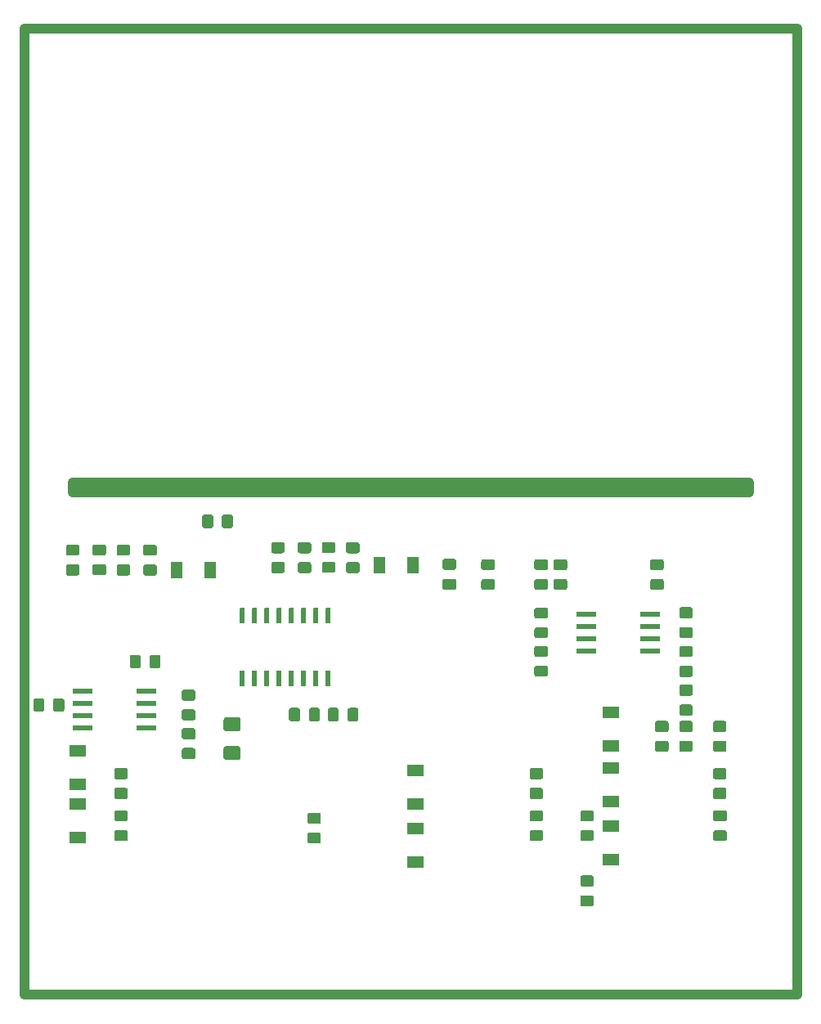
<source format=gbr>
%TF.GenerationSoftware,KiCad,Pcbnew,(5.1.5)-3*%
%TF.CreationDate,2020-04-29T23:45:48+02:00*%
%TF.ProjectId,KicadJE_SympleSeq,4b696361-644a-4455-9f53-796d706c6553,Rev A*%
%TF.SameCoordinates,Original*%
%TF.FileFunction,Paste,Top*%
%TF.FilePolarity,Positive*%
%FSLAX46Y46*%
G04 Gerber Fmt 4.6, Leading zero omitted, Abs format (unit mm)*
G04 Created by KiCad (PCBNEW (5.1.5)-3) date 2020-04-29 23:45:48*
%MOMM*%
%LPD*%
G04 APERTURE LIST*
%ADD10C,1.000000*%
%ADD11C,0.150000*%
%ADD12R,2.000000X0.550000*%
%ADD13R,1.700000X1.300000*%
%ADD14R,1.300000X1.700000*%
G04 APERTURE END LIST*
D10*
X105000000Y-96950000D02*
X105000000Y-97950000D01*
X175000000Y-96950000D02*
X175000000Y-97950000D01*
X105000000Y-96950000D02*
X175000000Y-96950000D01*
X175000000Y-97950000D02*
X105000000Y-97950000D01*
X180000000Y-50000000D02*
X100000000Y-50000000D01*
X180000000Y-150000000D02*
X180000000Y-50000000D01*
X100000000Y-150000000D02*
X180000000Y-150000000D01*
X100000000Y-50000000D02*
X100000000Y-150000000D01*
D11*
G36*
X122149504Y-124263704D02*
G01*
X122173773Y-124267304D01*
X122197571Y-124273265D01*
X122220671Y-124281530D01*
X122242849Y-124292020D01*
X122263893Y-124304633D01*
X122283598Y-124319247D01*
X122301777Y-124335723D01*
X122318253Y-124353902D01*
X122332867Y-124373607D01*
X122345480Y-124394651D01*
X122355970Y-124416829D01*
X122364235Y-124439929D01*
X122370196Y-124463727D01*
X122373796Y-124487996D01*
X122375000Y-124512500D01*
X122375000Y-125437500D01*
X122373796Y-125462004D01*
X122370196Y-125486273D01*
X122364235Y-125510071D01*
X122355970Y-125533171D01*
X122345480Y-125555349D01*
X122332867Y-125576393D01*
X122318253Y-125596098D01*
X122301777Y-125614277D01*
X122283598Y-125630753D01*
X122263893Y-125645367D01*
X122242849Y-125657980D01*
X122220671Y-125668470D01*
X122197571Y-125676735D01*
X122173773Y-125682696D01*
X122149504Y-125686296D01*
X122125000Y-125687500D01*
X120875000Y-125687500D01*
X120850496Y-125686296D01*
X120826227Y-125682696D01*
X120802429Y-125676735D01*
X120779329Y-125668470D01*
X120757151Y-125657980D01*
X120736107Y-125645367D01*
X120716402Y-125630753D01*
X120698223Y-125614277D01*
X120681747Y-125596098D01*
X120667133Y-125576393D01*
X120654520Y-125555349D01*
X120644030Y-125533171D01*
X120635765Y-125510071D01*
X120629804Y-125486273D01*
X120626204Y-125462004D01*
X120625000Y-125437500D01*
X120625000Y-124512500D01*
X120626204Y-124487996D01*
X120629804Y-124463727D01*
X120635765Y-124439929D01*
X120644030Y-124416829D01*
X120654520Y-124394651D01*
X120667133Y-124373607D01*
X120681747Y-124353902D01*
X120698223Y-124335723D01*
X120716402Y-124319247D01*
X120736107Y-124304633D01*
X120757151Y-124292020D01*
X120779329Y-124281530D01*
X120802429Y-124273265D01*
X120826227Y-124267304D01*
X120850496Y-124263704D01*
X120875000Y-124262500D01*
X122125000Y-124262500D01*
X122149504Y-124263704D01*
G37*
G36*
X122149504Y-121288704D02*
G01*
X122173773Y-121292304D01*
X122197571Y-121298265D01*
X122220671Y-121306530D01*
X122242849Y-121317020D01*
X122263893Y-121329633D01*
X122283598Y-121344247D01*
X122301777Y-121360723D01*
X122318253Y-121378902D01*
X122332867Y-121398607D01*
X122345480Y-121419651D01*
X122355970Y-121441829D01*
X122364235Y-121464929D01*
X122370196Y-121488727D01*
X122373796Y-121512996D01*
X122375000Y-121537500D01*
X122375000Y-122462500D01*
X122373796Y-122487004D01*
X122370196Y-122511273D01*
X122364235Y-122535071D01*
X122355970Y-122558171D01*
X122345480Y-122580349D01*
X122332867Y-122601393D01*
X122318253Y-122621098D01*
X122301777Y-122639277D01*
X122283598Y-122655753D01*
X122263893Y-122670367D01*
X122242849Y-122682980D01*
X122220671Y-122693470D01*
X122197571Y-122701735D01*
X122173773Y-122707696D01*
X122149504Y-122711296D01*
X122125000Y-122712500D01*
X120875000Y-122712500D01*
X120850496Y-122711296D01*
X120826227Y-122707696D01*
X120802429Y-122701735D01*
X120779329Y-122693470D01*
X120757151Y-122682980D01*
X120736107Y-122670367D01*
X120716402Y-122655753D01*
X120698223Y-122639277D01*
X120681747Y-122621098D01*
X120667133Y-122601393D01*
X120654520Y-122580349D01*
X120644030Y-122558171D01*
X120635765Y-122535071D01*
X120629804Y-122511273D01*
X120626204Y-122487004D01*
X120625000Y-122462500D01*
X120625000Y-121537500D01*
X120626204Y-121512996D01*
X120629804Y-121488727D01*
X120635765Y-121464929D01*
X120644030Y-121441829D01*
X120654520Y-121419651D01*
X120667133Y-121398607D01*
X120681747Y-121378902D01*
X120698223Y-121360723D01*
X120716402Y-121344247D01*
X120736107Y-121329633D01*
X120757151Y-121317020D01*
X120779329Y-121306530D01*
X120802429Y-121298265D01*
X120826227Y-121292304D01*
X120850496Y-121288704D01*
X120875000Y-121287500D01*
X122125000Y-121287500D01*
X122149504Y-121288704D01*
G37*
D12*
X106055001Y-118595000D03*
X106055001Y-119865000D03*
X106055001Y-121135000D03*
X106055001Y-122405000D03*
X112655001Y-122405000D03*
X112655001Y-121135000D03*
X112655001Y-119865000D03*
X112655001Y-118595000D03*
D11*
G36*
X131595977Y-116450662D02*
G01*
X131609325Y-116452642D01*
X131622414Y-116455921D01*
X131635119Y-116460467D01*
X131647317Y-116466236D01*
X131658891Y-116473173D01*
X131669729Y-116481211D01*
X131679727Y-116490273D01*
X131688789Y-116500271D01*
X131696827Y-116511109D01*
X131703764Y-116522683D01*
X131709533Y-116534881D01*
X131714079Y-116547586D01*
X131717358Y-116560675D01*
X131719338Y-116574023D01*
X131720000Y-116587500D01*
X131720000Y-117912500D01*
X131719338Y-117925977D01*
X131717358Y-117939325D01*
X131714079Y-117952414D01*
X131709533Y-117965119D01*
X131703764Y-117977317D01*
X131696827Y-117988891D01*
X131688789Y-117999729D01*
X131679727Y-118009727D01*
X131669729Y-118018789D01*
X131658891Y-118026827D01*
X131647317Y-118033764D01*
X131635119Y-118039533D01*
X131622414Y-118044079D01*
X131609325Y-118047358D01*
X131595977Y-118049338D01*
X131582500Y-118050000D01*
X131307500Y-118050000D01*
X131294023Y-118049338D01*
X131280675Y-118047358D01*
X131267586Y-118044079D01*
X131254881Y-118039533D01*
X131242683Y-118033764D01*
X131231109Y-118026827D01*
X131220271Y-118018789D01*
X131210273Y-118009727D01*
X131201211Y-117999729D01*
X131193173Y-117988891D01*
X131186236Y-117977317D01*
X131180467Y-117965119D01*
X131175921Y-117952414D01*
X131172642Y-117939325D01*
X131170662Y-117925977D01*
X131170000Y-117912500D01*
X131170000Y-116587500D01*
X131170662Y-116574023D01*
X131172642Y-116560675D01*
X131175921Y-116547586D01*
X131180467Y-116534881D01*
X131186236Y-116522683D01*
X131193173Y-116511109D01*
X131201211Y-116500271D01*
X131210273Y-116490273D01*
X131220271Y-116481211D01*
X131231109Y-116473173D01*
X131242683Y-116466236D01*
X131254881Y-116460467D01*
X131267586Y-116455921D01*
X131280675Y-116452642D01*
X131294023Y-116450662D01*
X131307500Y-116450000D01*
X131582500Y-116450000D01*
X131595977Y-116450662D01*
G37*
G36*
X130325977Y-116450662D02*
G01*
X130339325Y-116452642D01*
X130352414Y-116455921D01*
X130365119Y-116460467D01*
X130377317Y-116466236D01*
X130388891Y-116473173D01*
X130399729Y-116481211D01*
X130409727Y-116490273D01*
X130418789Y-116500271D01*
X130426827Y-116511109D01*
X130433764Y-116522683D01*
X130439533Y-116534881D01*
X130444079Y-116547586D01*
X130447358Y-116560675D01*
X130449338Y-116574023D01*
X130450000Y-116587500D01*
X130450000Y-117912500D01*
X130449338Y-117925977D01*
X130447358Y-117939325D01*
X130444079Y-117952414D01*
X130439533Y-117965119D01*
X130433764Y-117977317D01*
X130426827Y-117988891D01*
X130418789Y-117999729D01*
X130409727Y-118009727D01*
X130399729Y-118018789D01*
X130388891Y-118026827D01*
X130377317Y-118033764D01*
X130365119Y-118039533D01*
X130352414Y-118044079D01*
X130339325Y-118047358D01*
X130325977Y-118049338D01*
X130312500Y-118050000D01*
X130037500Y-118050000D01*
X130024023Y-118049338D01*
X130010675Y-118047358D01*
X129997586Y-118044079D01*
X129984881Y-118039533D01*
X129972683Y-118033764D01*
X129961109Y-118026827D01*
X129950271Y-118018789D01*
X129940273Y-118009727D01*
X129931211Y-117999729D01*
X129923173Y-117988891D01*
X129916236Y-117977317D01*
X129910467Y-117965119D01*
X129905921Y-117952414D01*
X129902642Y-117939325D01*
X129900662Y-117925977D01*
X129900000Y-117912500D01*
X129900000Y-116587500D01*
X129900662Y-116574023D01*
X129902642Y-116560675D01*
X129905921Y-116547586D01*
X129910467Y-116534881D01*
X129916236Y-116522683D01*
X129923173Y-116511109D01*
X129931211Y-116500271D01*
X129940273Y-116490273D01*
X129950271Y-116481211D01*
X129961109Y-116473173D01*
X129972683Y-116466236D01*
X129984881Y-116460467D01*
X129997586Y-116455921D01*
X130010675Y-116452642D01*
X130024023Y-116450662D01*
X130037500Y-116450000D01*
X130312500Y-116450000D01*
X130325977Y-116450662D01*
G37*
G36*
X129055977Y-116450662D02*
G01*
X129069325Y-116452642D01*
X129082414Y-116455921D01*
X129095119Y-116460467D01*
X129107317Y-116466236D01*
X129118891Y-116473173D01*
X129129729Y-116481211D01*
X129139727Y-116490273D01*
X129148789Y-116500271D01*
X129156827Y-116511109D01*
X129163764Y-116522683D01*
X129169533Y-116534881D01*
X129174079Y-116547586D01*
X129177358Y-116560675D01*
X129179338Y-116574023D01*
X129180000Y-116587500D01*
X129180000Y-117912500D01*
X129179338Y-117925977D01*
X129177358Y-117939325D01*
X129174079Y-117952414D01*
X129169533Y-117965119D01*
X129163764Y-117977317D01*
X129156827Y-117988891D01*
X129148789Y-117999729D01*
X129139727Y-118009727D01*
X129129729Y-118018789D01*
X129118891Y-118026827D01*
X129107317Y-118033764D01*
X129095119Y-118039533D01*
X129082414Y-118044079D01*
X129069325Y-118047358D01*
X129055977Y-118049338D01*
X129042500Y-118050000D01*
X128767500Y-118050000D01*
X128754023Y-118049338D01*
X128740675Y-118047358D01*
X128727586Y-118044079D01*
X128714881Y-118039533D01*
X128702683Y-118033764D01*
X128691109Y-118026827D01*
X128680271Y-118018789D01*
X128670273Y-118009727D01*
X128661211Y-117999729D01*
X128653173Y-117988891D01*
X128646236Y-117977317D01*
X128640467Y-117965119D01*
X128635921Y-117952414D01*
X128632642Y-117939325D01*
X128630662Y-117925977D01*
X128630000Y-117912500D01*
X128630000Y-116587500D01*
X128630662Y-116574023D01*
X128632642Y-116560675D01*
X128635921Y-116547586D01*
X128640467Y-116534881D01*
X128646236Y-116522683D01*
X128653173Y-116511109D01*
X128661211Y-116500271D01*
X128670273Y-116490273D01*
X128680271Y-116481211D01*
X128691109Y-116473173D01*
X128702683Y-116466236D01*
X128714881Y-116460467D01*
X128727586Y-116455921D01*
X128740675Y-116452642D01*
X128754023Y-116450662D01*
X128767500Y-116450000D01*
X129042500Y-116450000D01*
X129055977Y-116450662D01*
G37*
G36*
X127785977Y-116450662D02*
G01*
X127799325Y-116452642D01*
X127812414Y-116455921D01*
X127825119Y-116460467D01*
X127837317Y-116466236D01*
X127848891Y-116473173D01*
X127859729Y-116481211D01*
X127869727Y-116490273D01*
X127878789Y-116500271D01*
X127886827Y-116511109D01*
X127893764Y-116522683D01*
X127899533Y-116534881D01*
X127904079Y-116547586D01*
X127907358Y-116560675D01*
X127909338Y-116574023D01*
X127910000Y-116587500D01*
X127910000Y-117912500D01*
X127909338Y-117925977D01*
X127907358Y-117939325D01*
X127904079Y-117952414D01*
X127899533Y-117965119D01*
X127893764Y-117977317D01*
X127886827Y-117988891D01*
X127878789Y-117999729D01*
X127869727Y-118009727D01*
X127859729Y-118018789D01*
X127848891Y-118026827D01*
X127837317Y-118033764D01*
X127825119Y-118039533D01*
X127812414Y-118044079D01*
X127799325Y-118047358D01*
X127785977Y-118049338D01*
X127772500Y-118050000D01*
X127497500Y-118050000D01*
X127484023Y-118049338D01*
X127470675Y-118047358D01*
X127457586Y-118044079D01*
X127444881Y-118039533D01*
X127432683Y-118033764D01*
X127421109Y-118026827D01*
X127410271Y-118018789D01*
X127400273Y-118009727D01*
X127391211Y-117999729D01*
X127383173Y-117988891D01*
X127376236Y-117977317D01*
X127370467Y-117965119D01*
X127365921Y-117952414D01*
X127362642Y-117939325D01*
X127360662Y-117925977D01*
X127360000Y-117912500D01*
X127360000Y-116587500D01*
X127360662Y-116574023D01*
X127362642Y-116560675D01*
X127365921Y-116547586D01*
X127370467Y-116534881D01*
X127376236Y-116522683D01*
X127383173Y-116511109D01*
X127391211Y-116500271D01*
X127400273Y-116490273D01*
X127410271Y-116481211D01*
X127421109Y-116473173D01*
X127432683Y-116466236D01*
X127444881Y-116460467D01*
X127457586Y-116455921D01*
X127470675Y-116452642D01*
X127484023Y-116450662D01*
X127497500Y-116450000D01*
X127772500Y-116450000D01*
X127785977Y-116450662D01*
G37*
G36*
X126515977Y-116450662D02*
G01*
X126529325Y-116452642D01*
X126542414Y-116455921D01*
X126555119Y-116460467D01*
X126567317Y-116466236D01*
X126578891Y-116473173D01*
X126589729Y-116481211D01*
X126599727Y-116490273D01*
X126608789Y-116500271D01*
X126616827Y-116511109D01*
X126623764Y-116522683D01*
X126629533Y-116534881D01*
X126634079Y-116547586D01*
X126637358Y-116560675D01*
X126639338Y-116574023D01*
X126640000Y-116587500D01*
X126640000Y-117912500D01*
X126639338Y-117925977D01*
X126637358Y-117939325D01*
X126634079Y-117952414D01*
X126629533Y-117965119D01*
X126623764Y-117977317D01*
X126616827Y-117988891D01*
X126608789Y-117999729D01*
X126599727Y-118009727D01*
X126589729Y-118018789D01*
X126578891Y-118026827D01*
X126567317Y-118033764D01*
X126555119Y-118039533D01*
X126542414Y-118044079D01*
X126529325Y-118047358D01*
X126515977Y-118049338D01*
X126502500Y-118050000D01*
X126227500Y-118050000D01*
X126214023Y-118049338D01*
X126200675Y-118047358D01*
X126187586Y-118044079D01*
X126174881Y-118039533D01*
X126162683Y-118033764D01*
X126151109Y-118026827D01*
X126140271Y-118018789D01*
X126130273Y-118009727D01*
X126121211Y-117999729D01*
X126113173Y-117988891D01*
X126106236Y-117977317D01*
X126100467Y-117965119D01*
X126095921Y-117952414D01*
X126092642Y-117939325D01*
X126090662Y-117925977D01*
X126090000Y-117912500D01*
X126090000Y-116587500D01*
X126090662Y-116574023D01*
X126092642Y-116560675D01*
X126095921Y-116547586D01*
X126100467Y-116534881D01*
X126106236Y-116522683D01*
X126113173Y-116511109D01*
X126121211Y-116500271D01*
X126130273Y-116490273D01*
X126140271Y-116481211D01*
X126151109Y-116473173D01*
X126162683Y-116466236D01*
X126174881Y-116460467D01*
X126187586Y-116455921D01*
X126200675Y-116452642D01*
X126214023Y-116450662D01*
X126227500Y-116450000D01*
X126502500Y-116450000D01*
X126515977Y-116450662D01*
G37*
G36*
X125245977Y-116450662D02*
G01*
X125259325Y-116452642D01*
X125272414Y-116455921D01*
X125285119Y-116460467D01*
X125297317Y-116466236D01*
X125308891Y-116473173D01*
X125319729Y-116481211D01*
X125329727Y-116490273D01*
X125338789Y-116500271D01*
X125346827Y-116511109D01*
X125353764Y-116522683D01*
X125359533Y-116534881D01*
X125364079Y-116547586D01*
X125367358Y-116560675D01*
X125369338Y-116574023D01*
X125370000Y-116587500D01*
X125370000Y-117912500D01*
X125369338Y-117925977D01*
X125367358Y-117939325D01*
X125364079Y-117952414D01*
X125359533Y-117965119D01*
X125353764Y-117977317D01*
X125346827Y-117988891D01*
X125338789Y-117999729D01*
X125329727Y-118009727D01*
X125319729Y-118018789D01*
X125308891Y-118026827D01*
X125297317Y-118033764D01*
X125285119Y-118039533D01*
X125272414Y-118044079D01*
X125259325Y-118047358D01*
X125245977Y-118049338D01*
X125232500Y-118050000D01*
X124957500Y-118050000D01*
X124944023Y-118049338D01*
X124930675Y-118047358D01*
X124917586Y-118044079D01*
X124904881Y-118039533D01*
X124892683Y-118033764D01*
X124881109Y-118026827D01*
X124870271Y-118018789D01*
X124860273Y-118009727D01*
X124851211Y-117999729D01*
X124843173Y-117988891D01*
X124836236Y-117977317D01*
X124830467Y-117965119D01*
X124825921Y-117952414D01*
X124822642Y-117939325D01*
X124820662Y-117925977D01*
X124820000Y-117912500D01*
X124820000Y-116587500D01*
X124820662Y-116574023D01*
X124822642Y-116560675D01*
X124825921Y-116547586D01*
X124830467Y-116534881D01*
X124836236Y-116522683D01*
X124843173Y-116511109D01*
X124851211Y-116500271D01*
X124860273Y-116490273D01*
X124870271Y-116481211D01*
X124881109Y-116473173D01*
X124892683Y-116466236D01*
X124904881Y-116460467D01*
X124917586Y-116455921D01*
X124930675Y-116452642D01*
X124944023Y-116450662D01*
X124957500Y-116450000D01*
X125232500Y-116450000D01*
X125245977Y-116450662D01*
G37*
G36*
X123975977Y-116450662D02*
G01*
X123989325Y-116452642D01*
X124002414Y-116455921D01*
X124015119Y-116460467D01*
X124027317Y-116466236D01*
X124038891Y-116473173D01*
X124049729Y-116481211D01*
X124059727Y-116490273D01*
X124068789Y-116500271D01*
X124076827Y-116511109D01*
X124083764Y-116522683D01*
X124089533Y-116534881D01*
X124094079Y-116547586D01*
X124097358Y-116560675D01*
X124099338Y-116574023D01*
X124100000Y-116587500D01*
X124100000Y-117912500D01*
X124099338Y-117925977D01*
X124097358Y-117939325D01*
X124094079Y-117952414D01*
X124089533Y-117965119D01*
X124083764Y-117977317D01*
X124076827Y-117988891D01*
X124068789Y-117999729D01*
X124059727Y-118009727D01*
X124049729Y-118018789D01*
X124038891Y-118026827D01*
X124027317Y-118033764D01*
X124015119Y-118039533D01*
X124002414Y-118044079D01*
X123989325Y-118047358D01*
X123975977Y-118049338D01*
X123962500Y-118050000D01*
X123687500Y-118050000D01*
X123674023Y-118049338D01*
X123660675Y-118047358D01*
X123647586Y-118044079D01*
X123634881Y-118039533D01*
X123622683Y-118033764D01*
X123611109Y-118026827D01*
X123600271Y-118018789D01*
X123590273Y-118009727D01*
X123581211Y-117999729D01*
X123573173Y-117988891D01*
X123566236Y-117977317D01*
X123560467Y-117965119D01*
X123555921Y-117952414D01*
X123552642Y-117939325D01*
X123550662Y-117925977D01*
X123550000Y-117912500D01*
X123550000Y-116587500D01*
X123550662Y-116574023D01*
X123552642Y-116560675D01*
X123555921Y-116547586D01*
X123560467Y-116534881D01*
X123566236Y-116522683D01*
X123573173Y-116511109D01*
X123581211Y-116500271D01*
X123590273Y-116490273D01*
X123600271Y-116481211D01*
X123611109Y-116473173D01*
X123622683Y-116466236D01*
X123634881Y-116460467D01*
X123647586Y-116455921D01*
X123660675Y-116452642D01*
X123674023Y-116450662D01*
X123687500Y-116450000D01*
X123962500Y-116450000D01*
X123975977Y-116450662D01*
G37*
G36*
X122705977Y-116450662D02*
G01*
X122719325Y-116452642D01*
X122732414Y-116455921D01*
X122745119Y-116460467D01*
X122757317Y-116466236D01*
X122768891Y-116473173D01*
X122779729Y-116481211D01*
X122789727Y-116490273D01*
X122798789Y-116500271D01*
X122806827Y-116511109D01*
X122813764Y-116522683D01*
X122819533Y-116534881D01*
X122824079Y-116547586D01*
X122827358Y-116560675D01*
X122829338Y-116574023D01*
X122830000Y-116587500D01*
X122830000Y-117912500D01*
X122829338Y-117925977D01*
X122827358Y-117939325D01*
X122824079Y-117952414D01*
X122819533Y-117965119D01*
X122813764Y-117977317D01*
X122806827Y-117988891D01*
X122798789Y-117999729D01*
X122789727Y-118009727D01*
X122779729Y-118018789D01*
X122768891Y-118026827D01*
X122757317Y-118033764D01*
X122745119Y-118039533D01*
X122732414Y-118044079D01*
X122719325Y-118047358D01*
X122705977Y-118049338D01*
X122692500Y-118050000D01*
X122417500Y-118050000D01*
X122404023Y-118049338D01*
X122390675Y-118047358D01*
X122377586Y-118044079D01*
X122364881Y-118039533D01*
X122352683Y-118033764D01*
X122341109Y-118026827D01*
X122330271Y-118018789D01*
X122320273Y-118009727D01*
X122311211Y-117999729D01*
X122303173Y-117988891D01*
X122296236Y-117977317D01*
X122290467Y-117965119D01*
X122285921Y-117952414D01*
X122282642Y-117939325D01*
X122280662Y-117925977D01*
X122280000Y-117912500D01*
X122280000Y-116587500D01*
X122280662Y-116574023D01*
X122282642Y-116560675D01*
X122285921Y-116547586D01*
X122290467Y-116534881D01*
X122296236Y-116522683D01*
X122303173Y-116511109D01*
X122311211Y-116500271D01*
X122320273Y-116490273D01*
X122330271Y-116481211D01*
X122341109Y-116473173D01*
X122352683Y-116466236D01*
X122364881Y-116460467D01*
X122377586Y-116455921D01*
X122390675Y-116452642D01*
X122404023Y-116450662D01*
X122417500Y-116450000D01*
X122692500Y-116450000D01*
X122705977Y-116450662D01*
G37*
G36*
X122705977Y-109950662D02*
G01*
X122719325Y-109952642D01*
X122732414Y-109955921D01*
X122745119Y-109960467D01*
X122757317Y-109966236D01*
X122768891Y-109973173D01*
X122779729Y-109981211D01*
X122789727Y-109990273D01*
X122798789Y-110000271D01*
X122806827Y-110011109D01*
X122813764Y-110022683D01*
X122819533Y-110034881D01*
X122824079Y-110047586D01*
X122827358Y-110060675D01*
X122829338Y-110074023D01*
X122830000Y-110087500D01*
X122830000Y-111412500D01*
X122829338Y-111425977D01*
X122827358Y-111439325D01*
X122824079Y-111452414D01*
X122819533Y-111465119D01*
X122813764Y-111477317D01*
X122806827Y-111488891D01*
X122798789Y-111499729D01*
X122789727Y-111509727D01*
X122779729Y-111518789D01*
X122768891Y-111526827D01*
X122757317Y-111533764D01*
X122745119Y-111539533D01*
X122732414Y-111544079D01*
X122719325Y-111547358D01*
X122705977Y-111549338D01*
X122692500Y-111550000D01*
X122417500Y-111550000D01*
X122404023Y-111549338D01*
X122390675Y-111547358D01*
X122377586Y-111544079D01*
X122364881Y-111539533D01*
X122352683Y-111533764D01*
X122341109Y-111526827D01*
X122330271Y-111518789D01*
X122320273Y-111509727D01*
X122311211Y-111499729D01*
X122303173Y-111488891D01*
X122296236Y-111477317D01*
X122290467Y-111465119D01*
X122285921Y-111452414D01*
X122282642Y-111439325D01*
X122280662Y-111425977D01*
X122280000Y-111412500D01*
X122280000Y-110087500D01*
X122280662Y-110074023D01*
X122282642Y-110060675D01*
X122285921Y-110047586D01*
X122290467Y-110034881D01*
X122296236Y-110022683D01*
X122303173Y-110011109D01*
X122311211Y-110000271D01*
X122320273Y-109990273D01*
X122330271Y-109981211D01*
X122341109Y-109973173D01*
X122352683Y-109966236D01*
X122364881Y-109960467D01*
X122377586Y-109955921D01*
X122390675Y-109952642D01*
X122404023Y-109950662D01*
X122417500Y-109950000D01*
X122692500Y-109950000D01*
X122705977Y-109950662D01*
G37*
G36*
X123975977Y-109950662D02*
G01*
X123989325Y-109952642D01*
X124002414Y-109955921D01*
X124015119Y-109960467D01*
X124027317Y-109966236D01*
X124038891Y-109973173D01*
X124049729Y-109981211D01*
X124059727Y-109990273D01*
X124068789Y-110000271D01*
X124076827Y-110011109D01*
X124083764Y-110022683D01*
X124089533Y-110034881D01*
X124094079Y-110047586D01*
X124097358Y-110060675D01*
X124099338Y-110074023D01*
X124100000Y-110087500D01*
X124100000Y-111412500D01*
X124099338Y-111425977D01*
X124097358Y-111439325D01*
X124094079Y-111452414D01*
X124089533Y-111465119D01*
X124083764Y-111477317D01*
X124076827Y-111488891D01*
X124068789Y-111499729D01*
X124059727Y-111509727D01*
X124049729Y-111518789D01*
X124038891Y-111526827D01*
X124027317Y-111533764D01*
X124015119Y-111539533D01*
X124002414Y-111544079D01*
X123989325Y-111547358D01*
X123975977Y-111549338D01*
X123962500Y-111550000D01*
X123687500Y-111550000D01*
X123674023Y-111549338D01*
X123660675Y-111547358D01*
X123647586Y-111544079D01*
X123634881Y-111539533D01*
X123622683Y-111533764D01*
X123611109Y-111526827D01*
X123600271Y-111518789D01*
X123590273Y-111509727D01*
X123581211Y-111499729D01*
X123573173Y-111488891D01*
X123566236Y-111477317D01*
X123560467Y-111465119D01*
X123555921Y-111452414D01*
X123552642Y-111439325D01*
X123550662Y-111425977D01*
X123550000Y-111412500D01*
X123550000Y-110087500D01*
X123550662Y-110074023D01*
X123552642Y-110060675D01*
X123555921Y-110047586D01*
X123560467Y-110034881D01*
X123566236Y-110022683D01*
X123573173Y-110011109D01*
X123581211Y-110000271D01*
X123590273Y-109990273D01*
X123600271Y-109981211D01*
X123611109Y-109973173D01*
X123622683Y-109966236D01*
X123634881Y-109960467D01*
X123647586Y-109955921D01*
X123660675Y-109952642D01*
X123674023Y-109950662D01*
X123687500Y-109950000D01*
X123962500Y-109950000D01*
X123975977Y-109950662D01*
G37*
G36*
X125245977Y-109950662D02*
G01*
X125259325Y-109952642D01*
X125272414Y-109955921D01*
X125285119Y-109960467D01*
X125297317Y-109966236D01*
X125308891Y-109973173D01*
X125319729Y-109981211D01*
X125329727Y-109990273D01*
X125338789Y-110000271D01*
X125346827Y-110011109D01*
X125353764Y-110022683D01*
X125359533Y-110034881D01*
X125364079Y-110047586D01*
X125367358Y-110060675D01*
X125369338Y-110074023D01*
X125370000Y-110087500D01*
X125370000Y-111412500D01*
X125369338Y-111425977D01*
X125367358Y-111439325D01*
X125364079Y-111452414D01*
X125359533Y-111465119D01*
X125353764Y-111477317D01*
X125346827Y-111488891D01*
X125338789Y-111499729D01*
X125329727Y-111509727D01*
X125319729Y-111518789D01*
X125308891Y-111526827D01*
X125297317Y-111533764D01*
X125285119Y-111539533D01*
X125272414Y-111544079D01*
X125259325Y-111547358D01*
X125245977Y-111549338D01*
X125232500Y-111550000D01*
X124957500Y-111550000D01*
X124944023Y-111549338D01*
X124930675Y-111547358D01*
X124917586Y-111544079D01*
X124904881Y-111539533D01*
X124892683Y-111533764D01*
X124881109Y-111526827D01*
X124870271Y-111518789D01*
X124860273Y-111509727D01*
X124851211Y-111499729D01*
X124843173Y-111488891D01*
X124836236Y-111477317D01*
X124830467Y-111465119D01*
X124825921Y-111452414D01*
X124822642Y-111439325D01*
X124820662Y-111425977D01*
X124820000Y-111412500D01*
X124820000Y-110087500D01*
X124820662Y-110074023D01*
X124822642Y-110060675D01*
X124825921Y-110047586D01*
X124830467Y-110034881D01*
X124836236Y-110022683D01*
X124843173Y-110011109D01*
X124851211Y-110000271D01*
X124860273Y-109990273D01*
X124870271Y-109981211D01*
X124881109Y-109973173D01*
X124892683Y-109966236D01*
X124904881Y-109960467D01*
X124917586Y-109955921D01*
X124930675Y-109952642D01*
X124944023Y-109950662D01*
X124957500Y-109950000D01*
X125232500Y-109950000D01*
X125245977Y-109950662D01*
G37*
G36*
X126515977Y-109950662D02*
G01*
X126529325Y-109952642D01*
X126542414Y-109955921D01*
X126555119Y-109960467D01*
X126567317Y-109966236D01*
X126578891Y-109973173D01*
X126589729Y-109981211D01*
X126599727Y-109990273D01*
X126608789Y-110000271D01*
X126616827Y-110011109D01*
X126623764Y-110022683D01*
X126629533Y-110034881D01*
X126634079Y-110047586D01*
X126637358Y-110060675D01*
X126639338Y-110074023D01*
X126640000Y-110087500D01*
X126640000Y-111412500D01*
X126639338Y-111425977D01*
X126637358Y-111439325D01*
X126634079Y-111452414D01*
X126629533Y-111465119D01*
X126623764Y-111477317D01*
X126616827Y-111488891D01*
X126608789Y-111499729D01*
X126599727Y-111509727D01*
X126589729Y-111518789D01*
X126578891Y-111526827D01*
X126567317Y-111533764D01*
X126555119Y-111539533D01*
X126542414Y-111544079D01*
X126529325Y-111547358D01*
X126515977Y-111549338D01*
X126502500Y-111550000D01*
X126227500Y-111550000D01*
X126214023Y-111549338D01*
X126200675Y-111547358D01*
X126187586Y-111544079D01*
X126174881Y-111539533D01*
X126162683Y-111533764D01*
X126151109Y-111526827D01*
X126140271Y-111518789D01*
X126130273Y-111509727D01*
X126121211Y-111499729D01*
X126113173Y-111488891D01*
X126106236Y-111477317D01*
X126100467Y-111465119D01*
X126095921Y-111452414D01*
X126092642Y-111439325D01*
X126090662Y-111425977D01*
X126090000Y-111412500D01*
X126090000Y-110087500D01*
X126090662Y-110074023D01*
X126092642Y-110060675D01*
X126095921Y-110047586D01*
X126100467Y-110034881D01*
X126106236Y-110022683D01*
X126113173Y-110011109D01*
X126121211Y-110000271D01*
X126130273Y-109990273D01*
X126140271Y-109981211D01*
X126151109Y-109973173D01*
X126162683Y-109966236D01*
X126174881Y-109960467D01*
X126187586Y-109955921D01*
X126200675Y-109952642D01*
X126214023Y-109950662D01*
X126227500Y-109950000D01*
X126502500Y-109950000D01*
X126515977Y-109950662D01*
G37*
G36*
X127785977Y-109950662D02*
G01*
X127799325Y-109952642D01*
X127812414Y-109955921D01*
X127825119Y-109960467D01*
X127837317Y-109966236D01*
X127848891Y-109973173D01*
X127859729Y-109981211D01*
X127869727Y-109990273D01*
X127878789Y-110000271D01*
X127886827Y-110011109D01*
X127893764Y-110022683D01*
X127899533Y-110034881D01*
X127904079Y-110047586D01*
X127907358Y-110060675D01*
X127909338Y-110074023D01*
X127910000Y-110087500D01*
X127910000Y-111412500D01*
X127909338Y-111425977D01*
X127907358Y-111439325D01*
X127904079Y-111452414D01*
X127899533Y-111465119D01*
X127893764Y-111477317D01*
X127886827Y-111488891D01*
X127878789Y-111499729D01*
X127869727Y-111509727D01*
X127859729Y-111518789D01*
X127848891Y-111526827D01*
X127837317Y-111533764D01*
X127825119Y-111539533D01*
X127812414Y-111544079D01*
X127799325Y-111547358D01*
X127785977Y-111549338D01*
X127772500Y-111550000D01*
X127497500Y-111550000D01*
X127484023Y-111549338D01*
X127470675Y-111547358D01*
X127457586Y-111544079D01*
X127444881Y-111539533D01*
X127432683Y-111533764D01*
X127421109Y-111526827D01*
X127410271Y-111518789D01*
X127400273Y-111509727D01*
X127391211Y-111499729D01*
X127383173Y-111488891D01*
X127376236Y-111477317D01*
X127370467Y-111465119D01*
X127365921Y-111452414D01*
X127362642Y-111439325D01*
X127360662Y-111425977D01*
X127360000Y-111412500D01*
X127360000Y-110087500D01*
X127360662Y-110074023D01*
X127362642Y-110060675D01*
X127365921Y-110047586D01*
X127370467Y-110034881D01*
X127376236Y-110022683D01*
X127383173Y-110011109D01*
X127391211Y-110000271D01*
X127400273Y-109990273D01*
X127410271Y-109981211D01*
X127421109Y-109973173D01*
X127432683Y-109966236D01*
X127444881Y-109960467D01*
X127457586Y-109955921D01*
X127470675Y-109952642D01*
X127484023Y-109950662D01*
X127497500Y-109950000D01*
X127772500Y-109950000D01*
X127785977Y-109950662D01*
G37*
G36*
X129055977Y-109950662D02*
G01*
X129069325Y-109952642D01*
X129082414Y-109955921D01*
X129095119Y-109960467D01*
X129107317Y-109966236D01*
X129118891Y-109973173D01*
X129129729Y-109981211D01*
X129139727Y-109990273D01*
X129148789Y-110000271D01*
X129156827Y-110011109D01*
X129163764Y-110022683D01*
X129169533Y-110034881D01*
X129174079Y-110047586D01*
X129177358Y-110060675D01*
X129179338Y-110074023D01*
X129180000Y-110087500D01*
X129180000Y-111412500D01*
X129179338Y-111425977D01*
X129177358Y-111439325D01*
X129174079Y-111452414D01*
X129169533Y-111465119D01*
X129163764Y-111477317D01*
X129156827Y-111488891D01*
X129148789Y-111499729D01*
X129139727Y-111509727D01*
X129129729Y-111518789D01*
X129118891Y-111526827D01*
X129107317Y-111533764D01*
X129095119Y-111539533D01*
X129082414Y-111544079D01*
X129069325Y-111547358D01*
X129055977Y-111549338D01*
X129042500Y-111550000D01*
X128767500Y-111550000D01*
X128754023Y-111549338D01*
X128740675Y-111547358D01*
X128727586Y-111544079D01*
X128714881Y-111539533D01*
X128702683Y-111533764D01*
X128691109Y-111526827D01*
X128680271Y-111518789D01*
X128670273Y-111509727D01*
X128661211Y-111499729D01*
X128653173Y-111488891D01*
X128646236Y-111477317D01*
X128640467Y-111465119D01*
X128635921Y-111452414D01*
X128632642Y-111439325D01*
X128630662Y-111425977D01*
X128630000Y-111412500D01*
X128630000Y-110087500D01*
X128630662Y-110074023D01*
X128632642Y-110060675D01*
X128635921Y-110047586D01*
X128640467Y-110034881D01*
X128646236Y-110022683D01*
X128653173Y-110011109D01*
X128661211Y-110000271D01*
X128670273Y-109990273D01*
X128680271Y-109981211D01*
X128691109Y-109973173D01*
X128702683Y-109966236D01*
X128714881Y-109960467D01*
X128727586Y-109955921D01*
X128740675Y-109952642D01*
X128754023Y-109950662D01*
X128767500Y-109950000D01*
X129042500Y-109950000D01*
X129055977Y-109950662D01*
G37*
G36*
X130325977Y-109950662D02*
G01*
X130339325Y-109952642D01*
X130352414Y-109955921D01*
X130365119Y-109960467D01*
X130377317Y-109966236D01*
X130388891Y-109973173D01*
X130399729Y-109981211D01*
X130409727Y-109990273D01*
X130418789Y-110000271D01*
X130426827Y-110011109D01*
X130433764Y-110022683D01*
X130439533Y-110034881D01*
X130444079Y-110047586D01*
X130447358Y-110060675D01*
X130449338Y-110074023D01*
X130450000Y-110087500D01*
X130450000Y-111412500D01*
X130449338Y-111425977D01*
X130447358Y-111439325D01*
X130444079Y-111452414D01*
X130439533Y-111465119D01*
X130433764Y-111477317D01*
X130426827Y-111488891D01*
X130418789Y-111499729D01*
X130409727Y-111509727D01*
X130399729Y-111518789D01*
X130388891Y-111526827D01*
X130377317Y-111533764D01*
X130365119Y-111539533D01*
X130352414Y-111544079D01*
X130339325Y-111547358D01*
X130325977Y-111549338D01*
X130312500Y-111550000D01*
X130037500Y-111550000D01*
X130024023Y-111549338D01*
X130010675Y-111547358D01*
X129997586Y-111544079D01*
X129984881Y-111539533D01*
X129972683Y-111533764D01*
X129961109Y-111526827D01*
X129950271Y-111518789D01*
X129940273Y-111509727D01*
X129931211Y-111499729D01*
X129923173Y-111488891D01*
X129916236Y-111477317D01*
X129910467Y-111465119D01*
X129905921Y-111452414D01*
X129902642Y-111439325D01*
X129900662Y-111425977D01*
X129900000Y-111412500D01*
X129900000Y-110087500D01*
X129900662Y-110074023D01*
X129902642Y-110060675D01*
X129905921Y-110047586D01*
X129910467Y-110034881D01*
X129916236Y-110022683D01*
X129923173Y-110011109D01*
X129931211Y-110000271D01*
X129940273Y-109990273D01*
X129950271Y-109981211D01*
X129961109Y-109973173D01*
X129972683Y-109966236D01*
X129984881Y-109960467D01*
X129997586Y-109955921D01*
X130010675Y-109952642D01*
X130024023Y-109950662D01*
X130037500Y-109950000D01*
X130312500Y-109950000D01*
X130325977Y-109950662D01*
G37*
G36*
X131595977Y-109950662D02*
G01*
X131609325Y-109952642D01*
X131622414Y-109955921D01*
X131635119Y-109960467D01*
X131647317Y-109966236D01*
X131658891Y-109973173D01*
X131669729Y-109981211D01*
X131679727Y-109990273D01*
X131688789Y-110000271D01*
X131696827Y-110011109D01*
X131703764Y-110022683D01*
X131709533Y-110034881D01*
X131714079Y-110047586D01*
X131717358Y-110060675D01*
X131719338Y-110074023D01*
X131720000Y-110087500D01*
X131720000Y-111412500D01*
X131719338Y-111425977D01*
X131717358Y-111439325D01*
X131714079Y-111452414D01*
X131709533Y-111465119D01*
X131703764Y-111477317D01*
X131696827Y-111488891D01*
X131688789Y-111499729D01*
X131679727Y-111509727D01*
X131669729Y-111518789D01*
X131658891Y-111526827D01*
X131647317Y-111533764D01*
X131635119Y-111539533D01*
X131622414Y-111544079D01*
X131609325Y-111547358D01*
X131595977Y-111549338D01*
X131582500Y-111550000D01*
X131307500Y-111550000D01*
X131294023Y-111549338D01*
X131280675Y-111547358D01*
X131267586Y-111544079D01*
X131254881Y-111539533D01*
X131242683Y-111533764D01*
X131231109Y-111526827D01*
X131220271Y-111518789D01*
X131210273Y-111509727D01*
X131201211Y-111499729D01*
X131193173Y-111488891D01*
X131186236Y-111477317D01*
X131180467Y-111465119D01*
X131175921Y-111452414D01*
X131172642Y-111439325D01*
X131170662Y-111425977D01*
X131170000Y-111412500D01*
X131170000Y-110087500D01*
X131170662Y-110074023D01*
X131172642Y-110060675D01*
X131175921Y-110047586D01*
X131180467Y-110034881D01*
X131186236Y-110022683D01*
X131193173Y-110011109D01*
X131201211Y-110000271D01*
X131210273Y-109990273D01*
X131220271Y-109981211D01*
X131231109Y-109973173D01*
X131242683Y-109966236D01*
X131254881Y-109960467D01*
X131267586Y-109955921D01*
X131280675Y-109952642D01*
X131294023Y-109950662D01*
X131307500Y-109950000D01*
X131582500Y-109950000D01*
X131595977Y-109950662D01*
G37*
D12*
X164800000Y-110595000D03*
X164800000Y-111865000D03*
X164800000Y-113135000D03*
X164800000Y-114405000D03*
X158200000Y-114405000D03*
X158200000Y-113135000D03*
X158200000Y-111865000D03*
X158200000Y-110595000D03*
D11*
G36*
X166474505Y-123701204D02*
G01*
X166498773Y-123704804D01*
X166522572Y-123710765D01*
X166545671Y-123719030D01*
X166567850Y-123729520D01*
X166588893Y-123742132D01*
X166608599Y-123756747D01*
X166626777Y-123773223D01*
X166643253Y-123791401D01*
X166657868Y-123811107D01*
X166670480Y-123832150D01*
X166680970Y-123854329D01*
X166689235Y-123877428D01*
X166695196Y-123901227D01*
X166698796Y-123925495D01*
X166700000Y-123949999D01*
X166700000Y-124600001D01*
X166698796Y-124624505D01*
X166695196Y-124648773D01*
X166689235Y-124672572D01*
X166680970Y-124695671D01*
X166670480Y-124717850D01*
X166657868Y-124738893D01*
X166643253Y-124758599D01*
X166626777Y-124776777D01*
X166608599Y-124793253D01*
X166588893Y-124807868D01*
X166567850Y-124820480D01*
X166545671Y-124830970D01*
X166522572Y-124839235D01*
X166498773Y-124845196D01*
X166474505Y-124848796D01*
X166450001Y-124850000D01*
X165549999Y-124850000D01*
X165525495Y-124848796D01*
X165501227Y-124845196D01*
X165477428Y-124839235D01*
X165454329Y-124830970D01*
X165432150Y-124820480D01*
X165411107Y-124807868D01*
X165391401Y-124793253D01*
X165373223Y-124776777D01*
X165356747Y-124758599D01*
X165342132Y-124738893D01*
X165329520Y-124717850D01*
X165319030Y-124695671D01*
X165310765Y-124672572D01*
X165304804Y-124648773D01*
X165301204Y-124624505D01*
X165300000Y-124600001D01*
X165300000Y-123949999D01*
X165301204Y-123925495D01*
X165304804Y-123901227D01*
X165310765Y-123877428D01*
X165319030Y-123854329D01*
X165329520Y-123832150D01*
X165342132Y-123811107D01*
X165356747Y-123791401D01*
X165373223Y-123773223D01*
X165391401Y-123756747D01*
X165411107Y-123742132D01*
X165432150Y-123729520D01*
X165454329Y-123719030D01*
X165477428Y-123710765D01*
X165501227Y-123704804D01*
X165525495Y-123701204D01*
X165549999Y-123700000D01*
X166450001Y-123700000D01*
X166474505Y-123701204D01*
G37*
G36*
X166474505Y-121651204D02*
G01*
X166498773Y-121654804D01*
X166522572Y-121660765D01*
X166545671Y-121669030D01*
X166567850Y-121679520D01*
X166588893Y-121692132D01*
X166608599Y-121706747D01*
X166626777Y-121723223D01*
X166643253Y-121741401D01*
X166657868Y-121761107D01*
X166670480Y-121782150D01*
X166680970Y-121804329D01*
X166689235Y-121827428D01*
X166695196Y-121851227D01*
X166698796Y-121875495D01*
X166700000Y-121899999D01*
X166700000Y-122550001D01*
X166698796Y-122574505D01*
X166695196Y-122598773D01*
X166689235Y-122622572D01*
X166680970Y-122645671D01*
X166670480Y-122667850D01*
X166657868Y-122688893D01*
X166643253Y-122708599D01*
X166626777Y-122726777D01*
X166608599Y-122743253D01*
X166588893Y-122757868D01*
X166567850Y-122770480D01*
X166545671Y-122780970D01*
X166522572Y-122789235D01*
X166498773Y-122795196D01*
X166474505Y-122798796D01*
X166450001Y-122800000D01*
X165549999Y-122800000D01*
X165525495Y-122798796D01*
X165501227Y-122795196D01*
X165477428Y-122789235D01*
X165454329Y-122780970D01*
X165432150Y-122770480D01*
X165411107Y-122757868D01*
X165391401Y-122743253D01*
X165373223Y-122726777D01*
X165356747Y-122708599D01*
X165342132Y-122688893D01*
X165329520Y-122667850D01*
X165319030Y-122645671D01*
X165310765Y-122622572D01*
X165304804Y-122598773D01*
X165301204Y-122574505D01*
X165300000Y-122550001D01*
X165300000Y-121899999D01*
X165301204Y-121875495D01*
X165304804Y-121851227D01*
X165310765Y-121827428D01*
X165319030Y-121804329D01*
X165329520Y-121782150D01*
X165342132Y-121761107D01*
X165356747Y-121741401D01*
X165373223Y-121723223D01*
X165391401Y-121706747D01*
X165411107Y-121692132D01*
X165432150Y-121679520D01*
X165454329Y-121669030D01*
X165477428Y-121660765D01*
X165501227Y-121654804D01*
X165525495Y-121651204D01*
X165549999Y-121650000D01*
X166450001Y-121650000D01*
X166474505Y-121651204D01*
G37*
G36*
X113474505Y-103401204D02*
G01*
X113498773Y-103404804D01*
X113522572Y-103410765D01*
X113545671Y-103419030D01*
X113567850Y-103429520D01*
X113588893Y-103442132D01*
X113608599Y-103456747D01*
X113626777Y-103473223D01*
X113643253Y-103491401D01*
X113657868Y-103511107D01*
X113670480Y-103532150D01*
X113680970Y-103554329D01*
X113689235Y-103577428D01*
X113695196Y-103601227D01*
X113698796Y-103625495D01*
X113700000Y-103649999D01*
X113700000Y-104300001D01*
X113698796Y-104324505D01*
X113695196Y-104348773D01*
X113689235Y-104372572D01*
X113680970Y-104395671D01*
X113670480Y-104417850D01*
X113657868Y-104438893D01*
X113643253Y-104458599D01*
X113626777Y-104476777D01*
X113608599Y-104493253D01*
X113588893Y-104507868D01*
X113567850Y-104520480D01*
X113545671Y-104530970D01*
X113522572Y-104539235D01*
X113498773Y-104545196D01*
X113474505Y-104548796D01*
X113450001Y-104550000D01*
X112549999Y-104550000D01*
X112525495Y-104548796D01*
X112501227Y-104545196D01*
X112477428Y-104539235D01*
X112454329Y-104530970D01*
X112432150Y-104520480D01*
X112411107Y-104507868D01*
X112391401Y-104493253D01*
X112373223Y-104476777D01*
X112356747Y-104458599D01*
X112342132Y-104438893D01*
X112329520Y-104417850D01*
X112319030Y-104395671D01*
X112310765Y-104372572D01*
X112304804Y-104348773D01*
X112301204Y-104324505D01*
X112300000Y-104300001D01*
X112300000Y-103649999D01*
X112301204Y-103625495D01*
X112304804Y-103601227D01*
X112310765Y-103577428D01*
X112319030Y-103554329D01*
X112329520Y-103532150D01*
X112342132Y-103511107D01*
X112356747Y-103491401D01*
X112373223Y-103473223D01*
X112391401Y-103456747D01*
X112411107Y-103442132D01*
X112432150Y-103429520D01*
X112454329Y-103419030D01*
X112477428Y-103410765D01*
X112501227Y-103404804D01*
X112525495Y-103401204D01*
X112549999Y-103400000D01*
X113450001Y-103400000D01*
X113474505Y-103401204D01*
G37*
G36*
X113474505Y-105451204D02*
G01*
X113498773Y-105454804D01*
X113522572Y-105460765D01*
X113545671Y-105469030D01*
X113567850Y-105479520D01*
X113588893Y-105492132D01*
X113608599Y-105506747D01*
X113626777Y-105523223D01*
X113643253Y-105541401D01*
X113657868Y-105561107D01*
X113670480Y-105582150D01*
X113680970Y-105604329D01*
X113689235Y-105627428D01*
X113695196Y-105651227D01*
X113698796Y-105675495D01*
X113700000Y-105699999D01*
X113700000Y-106350001D01*
X113698796Y-106374505D01*
X113695196Y-106398773D01*
X113689235Y-106422572D01*
X113680970Y-106445671D01*
X113670480Y-106467850D01*
X113657868Y-106488893D01*
X113643253Y-106508599D01*
X113626777Y-106526777D01*
X113608599Y-106543253D01*
X113588893Y-106557868D01*
X113567850Y-106570480D01*
X113545671Y-106580970D01*
X113522572Y-106589235D01*
X113498773Y-106595196D01*
X113474505Y-106598796D01*
X113450001Y-106600000D01*
X112549999Y-106600000D01*
X112525495Y-106598796D01*
X112501227Y-106595196D01*
X112477428Y-106589235D01*
X112454329Y-106580970D01*
X112432150Y-106570480D01*
X112411107Y-106557868D01*
X112391401Y-106543253D01*
X112373223Y-106526777D01*
X112356747Y-106508599D01*
X112342132Y-106488893D01*
X112329520Y-106467850D01*
X112319030Y-106445671D01*
X112310765Y-106422572D01*
X112304804Y-106398773D01*
X112301204Y-106374505D01*
X112300000Y-106350001D01*
X112300000Y-105699999D01*
X112301204Y-105675495D01*
X112304804Y-105651227D01*
X112310765Y-105627428D01*
X112319030Y-105604329D01*
X112329520Y-105582150D01*
X112342132Y-105561107D01*
X112356747Y-105541401D01*
X112373223Y-105523223D01*
X112391401Y-105506747D01*
X112411107Y-105492132D01*
X112432150Y-105479520D01*
X112454329Y-105469030D01*
X112477428Y-105460765D01*
X112501227Y-105454804D01*
X112525495Y-105451204D01*
X112549999Y-105450000D01*
X113450001Y-105450000D01*
X113474505Y-105451204D01*
G37*
G36*
X110724505Y-105451204D02*
G01*
X110748773Y-105454804D01*
X110772572Y-105460765D01*
X110795671Y-105469030D01*
X110817850Y-105479520D01*
X110838893Y-105492132D01*
X110858599Y-105506747D01*
X110876777Y-105523223D01*
X110893253Y-105541401D01*
X110907868Y-105561107D01*
X110920480Y-105582150D01*
X110930970Y-105604329D01*
X110939235Y-105627428D01*
X110945196Y-105651227D01*
X110948796Y-105675495D01*
X110950000Y-105699999D01*
X110950000Y-106350001D01*
X110948796Y-106374505D01*
X110945196Y-106398773D01*
X110939235Y-106422572D01*
X110930970Y-106445671D01*
X110920480Y-106467850D01*
X110907868Y-106488893D01*
X110893253Y-106508599D01*
X110876777Y-106526777D01*
X110858599Y-106543253D01*
X110838893Y-106557868D01*
X110817850Y-106570480D01*
X110795671Y-106580970D01*
X110772572Y-106589235D01*
X110748773Y-106595196D01*
X110724505Y-106598796D01*
X110700001Y-106600000D01*
X109799999Y-106600000D01*
X109775495Y-106598796D01*
X109751227Y-106595196D01*
X109727428Y-106589235D01*
X109704329Y-106580970D01*
X109682150Y-106570480D01*
X109661107Y-106557868D01*
X109641401Y-106543253D01*
X109623223Y-106526777D01*
X109606747Y-106508599D01*
X109592132Y-106488893D01*
X109579520Y-106467850D01*
X109569030Y-106445671D01*
X109560765Y-106422572D01*
X109554804Y-106398773D01*
X109551204Y-106374505D01*
X109550000Y-106350001D01*
X109550000Y-105699999D01*
X109551204Y-105675495D01*
X109554804Y-105651227D01*
X109560765Y-105627428D01*
X109569030Y-105604329D01*
X109579520Y-105582150D01*
X109592132Y-105561107D01*
X109606747Y-105541401D01*
X109623223Y-105523223D01*
X109641401Y-105506747D01*
X109661107Y-105492132D01*
X109682150Y-105479520D01*
X109704329Y-105469030D01*
X109727428Y-105460765D01*
X109751227Y-105454804D01*
X109775495Y-105451204D01*
X109799999Y-105450000D01*
X110700001Y-105450000D01*
X110724505Y-105451204D01*
G37*
G36*
X110724505Y-103401204D02*
G01*
X110748773Y-103404804D01*
X110772572Y-103410765D01*
X110795671Y-103419030D01*
X110817850Y-103429520D01*
X110838893Y-103442132D01*
X110858599Y-103456747D01*
X110876777Y-103473223D01*
X110893253Y-103491401D01*
X110907868Y-103511107D01*
X110920480Y-103532150D01*
X110930970Y-103554329D01*
X110939235Y-103577428D01*
X110945196Y-103601227D01*
X110948796Y-103625495D01*
X110950000Y-103649999D01*
X110950000Y-104300001D01*
X110948796Y-104324505D01*
X110945196Y-104348773D01*
X110939235Y-104372572D01*
X110930970Y-104395671D01*
X110920480Y-104417850D01*
X110907868Y-104438893D01*
X110893253Y-104458599D01*
X110876777Y-104476777D01*
X110858599Y-104493253D01*
X110838893Y-104507868D01*
X110817850Y-104520480D01*
X110795671Y-104530970D01*
X110772572Y-104539235D01*
X110748773Y-104545196D01*
X110724505Y-104548796D01*
X110700001Y-104550000D01*
X109799999Y-104550000D01*
X109775495Y-104548796D01*
X109751227Y-104545196D01*
X109727428Y-104539235D01*
X109704329Y-104530970D01*
X109682150Y-104520480D01*
X109661107Y-104507868D01*
X109641401Y-104493253D01*
X109623223Y-104476777D01*
X109606747Y-104458599D01*
X109592132Y-104438893D01*
X109579520Y-104417850D01*
X109569030Y-104395671D01*
X109560765Y-104372572D01*
X109554804Y-104348773D01*
X109551204Y-104324505D01*
X109550000Y-104300001D01*
X109550000Y-103649999D01*
X109551204Y-103625495D01*
X109554804Y-103601227D01*
X109560765Y-103577428D01*
X109569030Y-103554329D01*
X109579520Y-103532150D01*
X109592132Y-103511107D01*
X109606747Y-103491401D01*
X109623223Y-103473223D01*
X109641401Y-103456747D01*
X109661107Y-103442132D01*
X109682150Y-103429520D01*
X109704329Y-103419030D01*
X109727428Y-103410765D01*
X109751227Y-103404804D01*
X109775495Y-103401204D01*
X109799999Y-103400000D01*
X110700001Y-103400000D01*
X110724505Y-103401204D01*
G37*
G36*
X108224505Y-103376204D02*
G01*
X108248773Y-103379804D01*
X108272572Y-103385765D01*
X108295671Y-103394030D01*
X108317850Y-103404520D01*
X108338893Y-103417132D01*
X108358599Y-103431747D01*
X108376777Y-103448223D01*
X108393253Y-103466401D01*
X108407868Y-103486107D01*
X108420480Y-103507150D01*
X108430970Y-103529329D01*
X108439235Y-103552428D01*
X108445196Y-103576227D01*
X108448796Y-103600495D01*
X108450000Y-103624999D01*
X108450000Y-104275001D01*
X108448796Y-104299505D01*
X108445196Y-104323773D01*
X108439235Y-104347572D01*
X108430970Y-104370671D01*
X108420480Y-104392850D01*
X108407868Y-104413893D01*
X108393253Y-104433599D01*
X108376777Y-104451777D01*
X108358599Y-104468253D01*
X108338893Y-104482868D01*
X108317850Y-104495480D01*
X108295671Y-104505970D01*
X108272572Y-104514235D01*
X108248773Y-104520196D01*
X108224505Y-104523796D01*
X108200001Y-104525000D01*
X107299999Y-104525000D01*
X107275495Y-104523796D01*
X107251227Y-104520196D01*
X107227428Y-104514235D01*
X107204329Y-104505970D01*
X107182150Y-104495480D01*
X107161107Y-104482868D01*
X107141401Y-104468253D01*
X107123223Y-104451777D01*
X107106747Y-104433599D01*
X107092132Y-104413893D01*
X107079520Y-104392850D01*
X107069030Y-104370671D01*
X107060765Y-104347572D01*
X107054804Y-104323773D01*
X107051204Y-104299505D01*
X107050000Y-104275001D01*
X107050000Y-103624999D01*
X107051204Y-103600495D01*
X107054804Y-103576227D01*
X107060765Y-103552428D01*
X107069030Y-103529329D01*
X107079520Y-103507150D01*
X107092132Y-103486107D01*
X107106747Y-103466401D01*
X107123223Y-103448223D01*
X107141401Y-103431747D01*
X107161107Y-103417132D01*
X107182150Y-103404520D01*
X107204329Y-103394030D01*
X107227428Y-103385765D01*
X107251227Y-103379804D01*
X107275495Y-103376204D01*
X107299999Y-103375000D01*
X108200001Y-103375000D01*
X108224505Y-103376204D01*
G37*
G36*
X108224505Y-105426204D02*
G01*
X108248773Y-105429804D01*
X108272572Y-105435765D01*
X108295671Y-105444030D01*
X108317850Y-105454520D01*
X108338893Y-105467132D01*
X108358599Y-105481747D01*
X108376777Y-105498223D01*
X108393253Y-105516401D01*
X108407868Y-105536107D01*
X108420480Y-105557150D01*
X108430970Y-105579329D01*
X108439235Y-105602428D01*
X108445196Y-105626227D01*
X108448796Y-105650495D01*
X108450000Y-105674999D01*
X108450000Y-106325001D01*
X108448796Y-106349505D01*
X108445196Y-106373773D01*
X108439235Y-106397572D01*
X108430970Y-106420671D01*
X108420480Y-106442850D01*
X108407868Y-106463893D01*
X108393253Y-106483599D01*
X108376777Y-106501777D01*
X108358599Y-106518253D01*
X108338893Y-106532868D01*
X108317850Y-106545480D01*
X108295671Y-106555970D01*
X108272572Y-106564235D01*
X108248773Y-106570196D01*
X108224505Y-106573796D01*
X108200001Y-106575000D01*
X107299999Y-106575000D01*
X107275495Y-106573796D01*
X107251227Y-106570196D01*
X107227428Y-106564235D01*
X107204329Y-106555970D01*
X107182150Y-106545480D01*
X107161107Y-106532868D01*
X107141401Y-106518253D01*
X107123223Y-106501777D01*
X107106747Y-106483599D01*
X107092132Y-106463893D01*
X107079520Y-106442850D01*
X107069030Y-106420671D01*
X107060765Y-106397572D01*
X107054804Y-106373773D01*
X107051204Y-106349505D01*
X107050000Y-106325001D01*
X107050000Y-105674999D01*
X107051204Y-105650495D01*
X107054804Y-105626227D01*
X107060765Y-105602428D01*
X107069030Y-105579329D01*
X107079520Y-105557150D01*
X107092132Y-105536107D01*
X107106747Y-105516401D01*
X107123223Y-105498223D01*
X107141401Y-105481747D01*
X107161107Y-105467132D01*
X107182150Y-105454520D01*
X107204329Y-105444030D01*
X107227428Y-105435765D01*
X107251227Y-105429804D01*
X107275495Y-105426204D01*
X107299999Y-105425000D01*
X108200001Y-105425000D01*
X108224505Y-105426204D01*
G37*
G36*
X105474505Y-105451204D02*
G01*
X105498773Y-105454804D01*
X105522572Y-105460765D01*
X105545671Y-105469030D01*
X105567850Y-105479520D01*
X105588893Y-105492132D01*
X105608599Y-105506747D01*
X105626777Y-105523223D01*
X105643253Y-105541401D01*
X105657868Y-105561107D01*
X105670480Y-105582150D01*
X105680970Y-105604329D01*
X105689235Y-105627428D01*
X105695196Y-105651227D01*
X105698796Y-105675495D01*
X105700000Y-105699999D01*
X105700000Y-106350001D01*
X105698796Y-106374505D01*
X105695196Y-106398773D01*
X105689235Y-106422572D01*
X105680970Y-106445671D01*
X105670480Y-106467850D01*
X105657868Y-106488893D01*
X105643253Y-106508599D01*
X105626777Y-106526777D01*
X105608599Y-106543253D01*
X105588893Y-106557868D01*
X105567850Y-106570480D01*
X105545671Y-106580970D01*
X105522572Y-106589235D01*
X105498773Y-106595196D01*
X105474505Y-106598796D01*
X105450001Y-106600000D01*
X104549999Y-106600000D01*
X104525495Y-106598796D01*
X104501227Y-106595196D01*
X104477428Y-106589235D01*
X104454329Y-106580970D01*
X104432150Y-106570480D01*
X104411107Y-106557868D01*
X104391401Y-106543253D01*
X104373223Y-106526777D01*
X104356747Y-106508599D01*
X104342132Y-106488893D01*
X104329520Y-106467850D01*
X104319030Y-106445671D01*
X104310765Y-106422572D01*
X104304804Y-106398773D01*
X104301204Y-106374505D01*
X104300000Y-106350001D01*
X104300000Y-105699999D01*
X104301204Y-105675495D01*
X104304804Y-105651227D01*
X104310765Y-105627428D01*
X104319030Y-105604329D01*
X104329520Y-105582150D01*
X104342132Y-105561107D01*
X104356747Y-105541401D01*
X104373223Y-105523223D01*
X104391401Y-105506747D01*
X104411107Y-105492132D01*
X104432150Y-105479520D01*
X104454329Y-105469030D01*
X104477428Y-105460765D01*
X104501227Y-105454804D01*
X104525495Y-105451204D01*
X104549999Y-105450000D01*
X105450001Y-105450000D01*
X105474505Y-105451204D01*
G37*
G36*
X105474505Y-103401204D02*
G01*
X105498773Y-103404804D01*
X105522572Y-103410765D01*
X105545671Y-103419030D01*
X105567850Y-103429520D01*
X105588893Y-103442132D01*
X105608599Y-103456747D01*
X105626777Y-103473223D01*
X105643253Y-103491401D01*
X105657868Y-103511107D01*
X105670480Y-103532150D01*
X105680970Y-103554329D01*
X105689235Y-103577428D01*
X105695196Y-103601227D01*
X105698796Y-103625495D01*
X105700000Y-103649999D01*
X105700000Y-104300001D01*
X105698796Y-104324505D01*
X105695196Y-104348773D01*
X105689235Y-104372572D01*
X105680970Y-104395671D01*
X105670480Y-104417850D01*
X105657868Y-104438893D01*
X105643253Y-104458599D01*
X105626777Y-104476777D01*
X105608599Y-104493253D01*
X105588893Y-104507868D01*
X105567850Y-104520480D01*
X105545671Y-104530970D01*
X105522572Y-104539235D01*
X105498773Y-104545196D01*
X105474505Y-104548796D01*
X105450001Y-104550000D01*
X104549999Y-104550000D01*
X104525495Y-104548796D01*
X104501227Y-104545196D01*
X104477428Y-104539235D01*
X104454329Y-104530970D01*
X104432150Y-104520480D01*
X104411107Y-104507868D01*
X104391401Y-104493253D01*
X104373223Y-104476777D01*
X104356747Y-104458599D01*
X104342132Y-104438893D01*
X104329520Y-104417850D01*
X104319030Y-104395671D01*
X104310765Y-104372572D01*
X104304804Y-104348773D01*
X104301204Y-104324505D01*
X104300000Y-104300001D01*
X104300000Y-103649999D01*
X104301204Y-103625495D01*
X104304804Y-103601227D01*
X104310765Y-103577428D01*
X104319030Y-103554329D01*
X104329520Y-103532150D01*
X104342132Y-103511107D01*
X104356747Y-103491401D01*
X104373223Y-103473223D01*
X104391401Y-103456747D01*
X104411107Y-103442132D01*
X104432150Y-103429520D01*
X104454329Y-103419030D01*
X104477428Y-103410765D01*
X104501227Y-103404804D01*
X104525495Y-103401204D01*
X104549999Y-103400000D01*
X105450001Y-103400000D01*
X105474505Y-103401204D01*
G37*
G36*
X134474505Y-103151204D02*
G01*
X134498773Y-103154804D01*
X134522572Y-103160765D01*
X134545671Y-103169030D01*
X134567850Y-103179520D01*
X134588893Y-103192132D01*
X134608599Y-103206747D01*
X134626777Y-103223223D01*
X134643253Y-103241401D01*
X134657868Y-103261107D01*
X134670480Y-103282150D01*
X134680970Y-103304329D01*
X134689235Y-103327428D01*
X134695196Y-103351227D01*
X134698796Y-103375495D01*
X134700000Y-103399999D01*
X134700000Y-104050001D01*
X134698796Y-104074505D01*
X134695196Y-104098773D01*
X134689235Y-104122572D01*
X134680970Y-104145671D01*
X134670480Y-104167850D01*
X134657868Y-104188893D01*
X134643253Y-104208599D01*
X134626777Y-104226777D01*
X134608599Y-104243253D01*
X134588893Y-104257868D01*
X134567850Y-104270480D01*
X134545671Y-104280970D01*
X134522572Y-104289235D01*
X134498773Y-104295196D01*
X134474505Y-104298796D01*
X134450001Y-104300000D01*
X133549999Y-104300000D01*
X133525495Y-104298796D01*
X133501227Y-104295196D01*
X133477428Y-104289235D01*
X133454329Y-104280970D01*
X133432150Y-104270480D01*
X133411107Y-104257868D01*
X133391401Y-104243253D01*
X133373223Y-104226777D01*
X133356747Y-104208599D01*
X133342132Y-104188893D01*
X133329520Y-104167850D01*
X133319030Y-104145671D01*
X133310765Y-104122572D01*
X133304804Y-104098773D01*
X133301204Y-104074505D01*
X133300000Y-104050001D01*
X133300000Y-103399999D01*
X133301204Y-103375495D01*
X133304804Y-103351227D01*
X133310765Y-103327428D01*
X133319030Y-103304329D01*
X133329520Y-103282150D01*
X133342132Y-103261107D01*
X133356747Y-103241401D01*
X133373223Y-103223223D01*
X133391401Y-103206747D01*
X133411107Y-103192132D01*
X133432150Y-103179520D01*
X133454329Y-103169030D01*
X133477428Y-103160765D01*
X133501227Y-103154804D01*
X133525495Y-103151204D01*
X133549999Y-103150000D01*
X134450001Y-103150000D01*
X134474505Y-103151204D01*
G37*
G36*
X134474505Y-105201204D02*
G01*
X134498773Y-105204804D01*
X134522572Y-105210765D01*
X134545671Y-105219030D01*
X134567850Y-105229520D01*
X134588893Y-105242132D01*
X134608599Y-105256747D01*
X134626777Y-105273223D01*
X134643253Y-105291401D01*
X134657868Y-105311107D01*
X134670480Y-105332150D01*
X134680970Y-105354329D01*
X134689235Y-105377428D01*
X134695196Y-105401227D01*
X134698796Y-105425495D01*
X134700000Y-105449999D01*
X134700000Y-106100001D01*
X134698796Y-106124505D01*
X134695196Y-106148773D01*
X134689235Y-106172572D01*
X134680970Y-106195671D01*
X134670480Y-106217850D01*
X134657868Y-106238893D01*
X134643253Y-106258599D01*
X134626777Y-106276777D01*
X134608599Y-106293253D01*
X134588893Y-106307868D01*
X134567850Y-106320480D01*
X134545671Y-106330970D01*
X134522572Y-106339235D01*
X134498773Y-106345196D01*
X134474505Y-106348796D01*
X134450001Y-106350000D01*
X133549999Y-106350000D01*
X133525495Y-106348796D01*
X133501227Y-106345196D01*
X133477428Y-106339235D01*
X133454329Y-106330970D01*
X133432150Y-106320480D01*
X133411107Y-106307868D01*
X133391401Y-106293253D01*
X133373223Y-106276777D01*
X133356747Y-106258599D01*
X133342132Y-106238893D01*
X133329520Y-106217850D01*
X133319030Y-106195671D01*
X133310765Y-106172572D01*
X133304804Y-106148773D01*
X133301204Y-106124505D01*
X133300000Y-106100001D01*
X133300000Y-105449999D01*
X133301204Y-105425495D01*
X133304804Y-105401227D01*
X133310765Y-105377428D01*
X133319030Y-105354329D01*
X133329520Y-105332150D01*
X133342132Y-105311107D01*
X133356747Y-105291401D01*
X133373223Y-105273223D01*
X133391401Y-105256747D01*
X133411107Y-105242132D01*
X133432150Y-105229520D01*
X133454329Y-105219030D01*
X133477428Y-105210765D01*
X133501227Y-105204804D01*
X133525495Y-105201204D01*
X133549999Y-105200000D01*
X134450001Y-105200000D01*
X134474505Y-105201204D01*
G37*
G36*
X131974505Y-105176204D02*
G01*
X131998773Y-105179804D01*
X132022572Y-105185765D01*
X132045671Y-105194030D01*
X132067850Y-105204520D01*
X132088893Y-105217132D01*
X132108599Y-105231747D01*
X132126777Y-105248223D01*
X132143253Y-105266401D01*
X132157868Y-105286107D01*
X132170480Y-105307150D01*
X132180970Y-105329329D01*
X132189235Y-105352428D01*
X132195196Y-105376227D01*
X132198796Y-105400495D01*
X132200000Y-105424999D01*
X132200000Y-106075001D01*
X132198796Y-106099505D01*
X132195196Y-106123773D01*
X132189235Y-106147572D01*
X132180970Y-106170671D01*
X132170480Y-106192850D01*
X132157868Y-106213893D01*
X132143253Y-106233599D01*
X132126777Y-106251777D01*
X132108599Y-106268253D01*
X132088893Y-106282868D01*
X132067850Y-106295480D01*
X132045671Y-106305970D01*
X132022572Y-106314235D01*
X131998773Y-106320196D01*
X131974505Y-106323796D01*
X131950001Y-106325000D01*
X131049999Y-106325000D01*
X131025495Y-106323796D01*
X131001227Y-106320196D01*
X130977428Y-106314235D01*
X130954329Y-106305970D01*
X130932150Y-106295480D01*
X130911107Y-106282868D01*
X130891401Y-106268253D01*
X130873223Y-106251777D01*
X130856747Y-106233599D01*
X130842132Y-106213893D01*
X130829520Y-106192850D01*
X130819030Y-106170671D01*
X130810765Y-106147572D01*
X130804804Y-106123773D01*
X130801204Y-106099505D01*
X130800000Y-106075001D01*
X130800000Y-105424999D01*
X130801204Y-105400495D01*
X130804804Y-105376227D01*
X130810765Y-105352428D01*
X130819030Y-105329329D01*
X130829520Y-105307150D01*
X130842132Y-105286107D01*
X130856747Y-105266401D01*
X130873223Y-105248223D01*
X130891401Y-105231747D01*
X130911107Y-105217132D01*
X130932150Y-105204520D01*
X130954329Y-105194030D01*
X130977428Y-105185765D01*
X131001227Y-105179804D01*
X131025495Y-105176204D01*
X131049999Y-105175000D01*
X131950001Y-105175000D01*
X131974505Y-105176204D01*
G37*
G36*
X131974505Y-103126204D02*
G01*
X131998773Y-103129804D01*
X132022572Y-103135765D01*
X132045671Y-103144030D01*
X132067850Y-103154520D01*
X132088893Y-103167132D01*
X132108599Y-103181747D01*
X132126777Y-103198223D01*
X132143253Y-103216401D01*
X132157868Y-103236107D01*
X132170480Y-103257150D01*
X132180970Y-103279329D01*
X132189235Y-103302428D01*
X132195196Y-103326227D01*
X132198796Y-103350495D01*
X132200000Y-103374999D01*
X132200000Y-104025001D01*
X132198796Y-104049505D01*
X132195196Y-104073773D01*
X132189235Y-104097572D01*
X132180970Y-104120671D01*
X132170480Y-104142850D01*
X132157868Y-104163893D01*
X132143253Y-104183599D01*
X132126777Y-104201777D01*
X132108599Y-104218253D01*
X132088893Y-104232868D01*
X132067850Y-104245480D01*
X132045671Y-104255970D01*
X132022572Y-104264235D01*
X131998773Y-104270196D01*
X131974505Y-104273796D01*
X131950001Y-104275000D01*
X131049999Y-104275000D01*
X131025495Y-104273796D01*
X131001227Y-104270196D01*
X130977428Y-104264235D01*
X130954329Y-104255970D01*
X130932150Y-104245480D01*
X130911107Y-104232868D01*
X130891401Y-104218253D01*
X130873223Y-104201777D01*
X130856747Y-104183599D01*
X130842132Y-104163893D01*
X130829520Y-104142850D01*
X130819030Y-104120671D01*
X130810765Y-104097572D01*
X130804804Y-104073773D01*
X130801204Y-104049505D01*
X130800000Y-104025001D01*
X130800000Y-103374999D01*
X130801204Y-103350495D01*
X130804804Y-103326227D01*
X130810765Y-103302428D01*
X130819030Y-103279329D01*
X130829520Y-103257150D01*
X130842132Y-103236107D01*
X130856747Y-103216401D01*
X130873223Y-103198223D01*
X130891401Y-103181747D01*
X130911107Y-103167132D01*
X130932150Y-103154520D01*
X130954329Y-103144030D01*
X130977428Y-103135765D01*
X131001227Y-103129804D01*
X131025495Y-103126204D01*
X131049999Y-103125000D01*
X131950001Y-103125000D01*
X131974505Y-103126204D01*
G37*
G36*
X129474505Y-103151204D02*
G01*
X129498773Y-103154804D01*
X129522572Y-103160765D01*
X129545671Y-103169030D01*
X129567850Y-103179520D01*
X129588893Y-103192132D01*
X129608599Y-103206747D01*
X129626777Y-103223223D01*
X129643253Y-103241401D01*
X129657868Y-103261107D01*
X129670480Y-103282150D01*
X129680970Y-103304329D01*
X129689235Y-103327428D01*
X129695196Y-103351227D01*
X129698796Y-103375495D01*
X129700000Y-103399999D01*
X129700000Y-104050001D01*
X129698796Y-104074505D01*
X129695196Y-104098773D01*
X129689235Y-104122572D01*
X129680970Y-104145671D01*
X129670480Y-104167850D01*
X129657868Y-104188893D01*
X129643253Y-104208599D01*
X129626777Y-104226777D01*
X129608599Y-104243253D01*
X129588893Y-104257868D01*
X129567850Y-104270480D01*
X129545671Y-104280970D01*
X129522572Y-104289235D01*
X129498773Y-104295196D01*
X129474505Y-104298796D01*
X129450001Y-104300000D01*
X128549999Y-104300000D01*
X128525495Y-104298796D01*
X128501227Y-104295196D01*
X128477428Y-104289235D01*
X128454329Y-104280970D01*
X128432150Y-104270480D01*
X128411107Y-104257868D01*
X128391401Y-104243253D01*
X128373223Y-104226777D01*
X128356747Y-104208599D01*
X128342132Y-104188893D01*
X128329520Y-104167850D01*
X128319030Y-104145671D01*
X128310765Y-104122572D01*
X128304804Y-104098773D01*
X128301204Y-104074505D01*
X128300000Y-104050001D01*
X128300000Y-103399999D01*
X128301204Y-103375495D01*
X128304804Y-103351227D01*
X128310765Y-103327428D01*
X128319030Y-103304329D01*
X128329520Y-103282150D01*
X128342132Y-103261107D01*
X128356747Y-103241401D01*
X128373223Y-103223223D01*
X128391401Y-103206747D01*
X128411107Y-103192132D01*
X128432150Y-103179520D01*
X128454329Y-103169030D01*
X128477428Y-103160765D01*
X128501227Y-103154804D01*
X128525495Y-103151204D01*
X128549999Y-103150000D01*
X129450001Y-103150000D01*
X129474505Y-103151204D01*
G37*
G36*
X129474505Y-105201204D02*
G01*
X129498773Y-105204804D01*
X129522572Y-105210765D01*
X129545671Y-105219030D01*
X129567850Y-105229520D01*
X129588893Y-105242132D01*
X129608599Y-105256747D01*
X129626777Y-105273223D01*
X129643253Y-105291401D01*
X129657868Y-105311107D01*
X129670480Y-105332150D01*
X129680970Y-105354329D01*
X129689235Y-105377428D01*
X129695196Y-105401227D01*
X129698796Y-105425495D01*
X129700000Y-105449999D01*
X129700000Y-106100001D01*
X129698796Y-106124505D01*
X129695196Y-106148773D01*
X129689235Y-106172572D01*
X129680970Y-106195671D01*
X129670480Y-106217850D01*
X129657868Y-106238893D01*
X129643253Y-106258599D01*
X129626777Y-106276777D01*
X129608599Y-106293253D01*
X129588893Y-106307868D01*
X129567850Y-106320480D01*
X129545671Y-106330970D01*
X129522572Y-106339235D01*
X129498773Y-106345196D01*
X129474505Y-106348796D01*
X129450001Y-106350000D01*
X128549999Y-106350000D01*
X128525495Y-106348796D01*
X128501227Y-106345196D01*
X128477428Y-106339235D01*
X128454329Y-106330970D01*
X128432150Y-106320480D01*
X128411107Y-106307868D01*
X128391401Y-106293253D01*
X128373223Y-106276777D01*
X128356747Y-106258599D01*
X128342132Y-106238893D01*
X128329520Y-106217850D01*
X128319030Y-106195671D01*
X128310765Y-106172572D01*
X128304804Y-106148773D01*
X128301204Y-106124505D01*
X128300000Y-106100001D01*
X128300000Y-105449999D01*
X128301204Y-105425495D01*
X128304804Y-105401227D01*
X128310765Y-105377428D01*
X128319030Y-105354329D01*
X128329520Y-105332150D01*
X128342132Y-105311107D01*
X128356747Y-105291401D01*
X128373223Y-105273223D01*
X128391401Y-105256747D01*
X128411107Y-105242132D01*
X128432150Y-105229520D01*
X128454329Y-105219030D01*
X128477428Y-105210765D01*
X128501227Y-105204804D01*
X128525495Y-105201204D01*
X128549999Y-105200000D01*
X129450001Y-105200000D01*
X129474505Y-105201204D01*
G37*
G36*
X126724505Y-105201204D02*
G01*
X126748773Y-105204804D01*
X126772572Y-105210765D01*
X126795671Y-105219030D01*
X126817850Y-105229520D01*
X126838893Y-105242132D01*
X126858599Y-105256747D01*
X126876777Y-105273223D01*
X126893253Y-105291401D01*
X126907868Y-105311107D01*
X126920480Y-105332150D01*
X126930970Y-105354329D01*
X126939235Y-105377428D01*
X126945196Y-105401227D01*
X126948796Y-105425495D01*
X126950000Y-105449999D01*
X126950000Y-106100001D01*
X126948796Y-106124505D01*
X126945196Y-106148773D01*
X126939235Y-106172572D01*
X126930970Y-106195671D01*
X126920480Y-106217850D01*
X126907868Y-106238893D01*
X126893253Y-106258599D01*
X126876777Y-106276777D01*
X126858599Y-106293253D01*
X126838893Y-106307868D01*
X126817850Y-106320480D01*
X126795671Y-106330970D01*
X126772572Y-106339235D01*
X126748773Y-106345196D01*
X126724505Y-106348796D01*
X126700001Y-106350000D01*
X125799999Y-106350000D01*
X125775495Y-106348796D01*
X125751227Y-106345196D01*
X125727428Y-106339235D01*
X125704329Y-106330970D01*
X125682150Y-106320480D01*
X125661107Y-106307868D01*
X125641401Y-106293253D01*
X125623223Y-106276777D01*
X125606747Y-106258599D01*
X125592132Y-106238893D01*
X125579520Y-106217850D01*
X125569030Y-106195671D01*
X125560765Y-106172572D01*
X125554804Y-106148773D01*
X125551204Y-106124505D01*
X125550000Y-106100001D01*
X125550000Y-105449999D01*
X125551204Y-105425495D01*
X125554804Y-105401227D01*
X125560765Y-105377428D01*
X125569030Y-105354329D01*
X125579520Y-105332150D01*
X125592132Y-105311107D01*
X125606747Y-105291401D01*
X125623223Y-105273223D01*
X125641401Y-105256747D01*
X125661107Y-105242132D01*
X125682150Y-105229520D01*
X125704329Y-105219030D01*
X125727428Y-105210765D01*
X125751227Y-105204804D01*
X125775495Y-105201204D01*
X125799999Y-105200000D01*
X126700001Y-105200000D01*
X126724505Y-105201204D01*
G37*
G36*
X126724505Y-103151204D02*
G01*
X126748773Y-103154804D01*
X126772572Y-103160765D01*
X126795671Y-103169030D01*
X126817850Y-103179520D01*
X126838893Y-103192132D01*
X126858599Y-103206747D01*
X126876777Y-103223223D01*
X126893253Y-103241401D01*
X126907868Y-103261107D01*
X126920480Y-103282150D01*
X126930970Y-103304329D01*
X126939235Y-103327428D01*
X126945196Y-103351227D01*
X126948796Y-103375495D01*
X126950000Y-103399999D01*
X126950000Y-104050001D01*
X126948796Y-104074505D01*
X126945196Y-104098773D01*
X126939235Y-104122572D01*
X126930970Y-104145671D01*
X126920480Y-104167850D01*
X126907868Y-104188893D01*
X126893253Y-104208599D01*
X126876777Y-104226777D01*
X126858599Y-104243253D01*
X126838893Y-104257868D01*
X126817850Y-104270480D01*
X126795671Y-104280970D01*
X126772572Y-104289235D01*
X126748773Y-104295196D01*
X126724505Y-104298796D01*
X126700001Y-104300000D01*
X125799999Y-104300000D01*
X125775495Y-104298796D01*
X125751227Y-104295196D01*
X125727428Y-104289235D01*
X125704329Y-104280970D01*
X125682150Y-104270480D01*
X125661107Y-104257868D01*
X125641401Y-104243253D01*
X125623223Y-104226777D01*
X125606747Y-104208599D01*
X125592132Y-104188893D01*
X125579520Y-104167850D01*
X125569030Y-104145671D01*
X125560765Y-104122572D01*
X125554804Y-104098773D01*
X125551204Y-104074505D01*
X125550000Y-104050001D01*
X125550000Y-103399999D01*
X125551204Y-103375495D01*
X125554804Y-103351227D01*
X125560765Y-103327428D01*
X125569030Y-103304329D01*
X125579520Y-103282150D01*
X125592132Y-103261107D01*
X125606747Y-103241401D01*
X125623223Y-103223223D01*
X125641401Y-103206747D01*
X125661107Y-103192132D01*
X125682150Y-103179520D01*
X125704329Y-103169030D01*
X125727428Y-103160765D01*
X125751227Y-103154804D01*
X125775495Y-103151204D01*
X125799999Y-103150000D01*
X126700001Y-103150000D01*
X126724505Y-103151204D01*
G37*
G36*
X117474505Y-122401204D02*
G01*
X117498773Y-122404804D01*
X117522572Y-122410765D01*
X117545671Y-122419030D01*
X117567850Y-122429520D01*
X117588893Y-122442132D01*
X117608599Y-122456747D01*
X117626777Y-122473223D01*
X117643253Y-122491401D01*
X117657868Y-122511107D01*
X117670480Y-122532150D01*
X117680970Y-122554329D01*
X117689235Y-122577428D01*
X117695196Y-122601227D01*
X117698796Y-122625495D01*
X117700000Y-122649999D01*
X117700000Y-123300001D01*
X117698796Y-123324505D01*
X117695196Y-123348773D01*
X117689235Y-123372572D01*
X117680970Y-123395671D01*
X117670480Y-123417850D01*
X117657868Y-123438893D01*
X117643253Y-123458599D01*
X117626777Y-123476777D01*
X117608599Y-123493253D01*
X117588893Y-123507868D01*
X117567850Y-123520480D01*
X117545671Y-123530970D01*
X117522572Y-123539235D01*
X117498773Y-123545196D01*
X117474505Y-123548796D01*
X117450001Y-123550000D01*
X116549999Y-123550000D01*
X116525495Y-123548796D01*
X116501227Y-123545196D01*
X116477428Y-123539235D01*
X116454329Y-123530970D01*
X116432150Y-123520480D01*
X116411107Y-123507868D01*
X116391401Y-123493253D01*
X116373223Y-123476777D01*
X116356747Y-123458599D01*
X116342132Y-123438893D01*
X116329520Y-123417850D01*
X116319030Y-123395671D01*
X116310765Y-123372572D01*
X116304804Y-123348773D01*
X116301204Y-123324505D01*
X116300000Y-123300001D01*
X116300000Y-122649999D01*
X116301204Y-122625495D01*
X116304804Y-122601227D01*
X116310765Y-122577428D01*
X116319030Y-122554329D01*
X116329520Y-122532150D01*
X116342132Y-122511107D01*
X116356747Y-122491401D01*
X116373223Y-122473223D01*
X116391401Y-122456747D01*
X116411107Y-122442132D01*
X116432150Y-122429520D01*
X116454329Y-122419030D01*
X116477428Y-122410765D01*
X116501227Y-122404804D01*
X116525495Y-122401204D01*
X116549999Y-122400000D01*
X117450001Y-122400000D01*
X117474505Y-122401204D01*
G37*
G36*
X117474505Y-124451204D02*
G01*
X117498773Y-124454804D01*
X117522572Y-124460765D01*
X117545671Y-124469030D01*
X117567850Y-124479520D01*
X117588893Y-124492132D01*
X117608599Y-124506747D01*
X117626777Y-124523223D01*
X117643253Y-124541401D01*
X117657868Y-124561107D01*
X117670480Y-124582150D01*
X117680970Y-124604329D01*
X117689235Y-124627428D01*
X117695196Y-124651227D01*
X117698796Y-124675495D01*
X117700000Y-124699999D01*
X117700000Y-125350001D01*
X117698796Y-125374505D01*
X117695196Y-125398773D01*
X117689235Y-125422572D01*
X117680970Y-125445671D01*
X117670480Y-125467850D01*
X117657868Y-125488893D01*
X117643253Y-125508599D01*
X117626777Y-125526777D01*
X117608599Y-125543253D01*
X117588893Y-125557868D01*
X117567850Y-125570480D01*
X117545671Y-125580970D01*
X117522572Y-125589235D01*
X117498773Y-125595196D01*
X117474505Y-125598796D01*
X117450001Y-125600000D01*
X116549999Y-125600000D01*
X116525495Y-125598796D01*
X116501227Y-125595196D01*
X116477428Y-125589235D01*
X116454329Y-125580970D01*
X116432150Y-125570480D01*
X116411107Y-125557868D01*
X116391401Y-125543253D01*
X116373223Y-125526777D01*
X116356747Y-125508599D01*
X116342132Y-125488893D01*
X116329520Y-125467850D01*
X116319030Y-125445671D01*
X116310765Y-125422572D01*
X116304804Y-125398773D01*
X116301204Y-125374505D01*
X116300000Y-125350001D01*
X116300000Y-124699999D01*
X116301204Y-124675495D01*
X116304804Y-124651227D01*
X116310765Y-124627428D01*
X116319030Y-124604329D01*
X116329520Y-124582150D01*
X116342132Y-124561107D01*
X116356747Y-124541401D01*
X116373223Y-124523223D01*
X116391401Y-124506747D01*
X116411107Y-124492132D01*
X116432150Y-124479520D01*
X116454329Y-124469030D01*
X116477428Y-124460765D01*
X116501227Y-124454804D01*
X116525495Y-124451204D01*
X116549999Y-124450000D01*
X117450001Y-124450000D01*
X117474505Y-124451204D01*
G37*
G36*
X132324505Y-120301204D02*
G01*
X132348773Y-120304804D01*
X132372572Y-120310765D01*
X132395671Y-120319030D01*
X132417850Y-120329520D01*
X132438893Y-120342132D01*
X132458599Y-120356747D01*
X132476777Y-120373223D01*
X132493253Y-120391401D01*
X132507868Y-120411107D01*
X132520480Y-120432150D01*
X132530970Y-120454329D01*
X132539235Y-120477428D01*
X132545196Y-120501227D01*
X132548796Y-120525495D01*
X132550000Y-120549999D01*
X132550000Y-121450001D01*
X132548796Y-121474505D01*
X132545196Y-121498773D01*
X132539235Y-121522572D01*
X132530970Y-121545671D01*
X132520480Y-121567850D01*
X132507868Y-121588893D01*
X132493253Y-121608599D01*
X132476777Y-121626777D01*
X132458599Y-121643253D01*
X132438893Y-121657868D01*
X132417850Y-121670480D01*
X132395671Y-121680970D01*
X132372572Y-121689235D01*
X132348773Y-121695196D01*
X132324505Y-121698796D01*
X132300001Y-121700000D01*
X131649999Y-121700000D01*
X131625495Y-121698796D01*
X131601227Y-121695196D01*
X131577428Y-121689235D01*
X131554329Y-121680970D01*
X131532150Y-121670480D01*
X131511107Y-121657868D01*
X131491401Y-121643253D01*
X131473223Y-121626777D01*
X131456747Y-121608599D01*
X131442132Y-121588893D01*
X131429520Y-121567850D01*
X131419030Y-121545671D01*
X131410765Y-121522572D01*
X131404804Y-121498773D01*
X131401204Y-121474505D01*
X131400000Y-121450001D01*
X131400000Y-120549999D01*
X131401204Y-120525495D01*
X131404804Y-120501227D01*
X131410765Y-120477428D01*
X131419030Y-120454329D01*
X131429520Y-120432150D01*
X131442132Y-120411107D01*
X131456747Y-120391401D01*
X131473223Y-120373223D01*
X131491401Y-120356747D01*
X131511107Y-120342132D01*
X131532150Y-120329520D01*
X131554329Y-120319030D01*
X131577428Y-120310765D01*
X131601227Y-120304804D01*
X131625495Y-120301204D01*
X131649999Y-120300000D01*
X132300001Y-120300000D01*
X132324505Y-120301204D01*
G37*
G36*
X134374505Y-120301204D02*
G01*
X134398773Y-120304804D01*
X134422572Y-120310765D01*
X134445671Y-120319030D01*
X134467850Y-120329520D01*
X134488893Y-120342132D01*
X134508599Y-120356747D01*
X134526777Y-120373223D01*
X134543253Y-120391401D01*
X134557868Y-120411107D01*
X134570480Y-120432150D01*
X134580970Y-120454329D01*
X134589235Y-120477428D01*
X134595196Y-120501227D01*
X134598796Y-120525495D01*
X134600000Y-120549999D01*
X134600000Y-121450001D01*
X134598796Y-121474505D01*
X134595196Y-121498773D01*
X134589235Y-121522572D01*
X134580970Y-121545671D01*
X134570480Y-121567850D01*
X134557868Y-121588893D01*
X134543253Y-121608599D01*
X134526777Y-121626777D01*
X134508599Y-121643253D01*
X134488893Y-121657868D01*
X134467850Y-121670480D01*
X134445671Y-121680970D01*
X134422572Y-121689235D01*
X134398773Y-121695196D01*
X134374505Y-121698796D01*
X134350001Y-121700000D01*
X133699999Y-121700000D01*
X133675495Y-121698796D01*
X133651227Y-121695196D01*
X133627428Y-121689235D01*
X133604329Y-121680970D01*
X133582150Y-121670480D01*
X133561107Y-121657868D01*
X133541401Y-121643253D01*
X133523223Y-121626777D01*
X133506747Y-121608599D01*
X133492132Y-121588893D01*
X133479520Y-121567850D01*
X133469030Y-121545671D01*
X133460765Y-121522572D01*
X133454804Y-121498773D01*
X133451204Y-121474505D01*
X133450000Y-121450001D01*
X133450000Y-120549999D01*
X133451204Y-120525495D01*
X133454804Y-120501227D01*
X133460765Y-120477428D01*
X133469030Y-120454329D01*
X133479520Y-120432150D01*
X133492132Y-120411107D01*
X133506747Y-120391401D01*
X133523223Y-120373223D01*
X133541401Y-120356747D01*
X133561107Y-120342132D01*
X133582150Y-120329520D01*
X133604329Y-120319030D01*
X133627428Y-120310765D01*
X133651227Y-120304804D01*
X133675495Y-120301204D01*
X133699999Y-120300000D01*
X134350001Y-120300000D01*
X134374505Y-120301204D01*
G37*
G36*
X113874505Y-114801204D02*
G01*
X113898773Y-114804804D01*
X113922572Y-114810765D01*
X113945671Y-114819030D01*
X113967850Y-114829520D01*
X113988893Y-114842132D01*
X114008599Y-114856747D01*
X114026777Y-114873223D01*
X114043253Y-114891401D01*
X114057868Y-114911107D01*
X114070480Y-114932150D01*
X114080970Y-114954329D01*
X114089235Y-114977428D01*
X114095196Y-115001227D01*
X114098796Y-115025495D01*
X114100000Y-115049999D01*
X114100000Y-115950001D01*
X114098796Y-115974505D01*
X114095196Y-115998773D01*
X114089235Y-116022572D01*
X114080970Y-116045671D01*
X114070480Y-116067850D01*
X114057868Y-116088893D01*
X114043253Y-116108599D01*
X114026777Y-116126777D01*
X114008599Y-116143253D01*
X113988893Y-116157868D01*
X113967850Y-116170480D01*
X113945671Y-116180970D01*
X113922572Y-116189235D01*
X113898773Y-116195196D01*
X113874505Y-116198796D01*
X113850001Y-116200000D01*
X113199999Y-116200000D01*
X113175495Y-116198796D01*
X113151227Y-116195196D01*
X113127428Y-116189235D01*
X113104329Y-116180970D01*
X113082150Y-116170480D01*
X113061107Y-116157868D01*
X113041401Y-116143253D01*
X113023223Y-116126777D01*
X113006747Y-116108599D01*
X112992132Y-116088893D01*
X112979520Y-116067850D01*
X112969030Y-116045671D01*
X112960765Y-116022572D01*
X112954804Y-115998773D01*
X112951204Y-115974505D01*
X112950000Y-115950001D01*
X112950000Y-115049999D01*
X112951204Y-115025495D01*
X112954804Y-115001227D01*
X112960765Y-114977428D01*
X112969030Y-114954329D01*
X112979520Y-114932150D01*
X112992132Y-114911107D01*
X113006747Y-114891401D01*
X113023223Y-114873223D01*
X113041401Y-114856747D01*
X113061107Y-114842132D01*
X113082150Y-114829520D01*
X113104329Y-114819030D01*
X113127428Y-114810765D01*
X113151227Y-114804804D01*
X113175495Y-114801204D01*
X113199999Y-114800000D01*
X113850001Y-114800000D01*
X113874505Y-114801204D01*
G37*
G36*
X111824505Y-114801204D02*
G01*
X111848773Y-114804804D01*
X111872572Y-114810765D01*
X111895671Y-114819030D01*
X111917850Y-114829520D01*
X111938893Y-114842132D01*
X111958599Y-114856747D01*
X111976777Y-114873223D01*
X111993253Y-114891401D01*
X112007868Y-114911107D01*
X112020480Y-114932150D01*
X112030970Y-114954329D01*
X112039235Y-114977428D01*
X112045196Y-115001227D01*
X112048796Y-115025495D01*
X112050000Y-115049999D01*
X112050000Y-115950001D01*
X112048796Y-115974505D01*
X112045196Y-115998773D01*
X112039235Y-116022572D01*
X112030970Y-116045671D01*
X112020480Y-116067850D01*
X112007868Y-116088893D01*
X111993253Y-116108599D01*
X111976777Y-116126777D01*
X111958599Y-116143253D01*
X111938893Y-116157868D01*
X111917850Y-116170480D01*
X111895671Y-116180970D01*
X111872572Y-116189235D01*
X111848773Y-116195196D01*
X111824505Y-116198796D01*
X111800001Y-116200000D01*
X111149999Y-116200000D01*
X111125495Y-116198796D01*
X111101227Y-116195196D01*
X111077428Y-116189235D01*
X111054329Y-116180970D01*
X111032150Y-116170480D01*
X111011107Y-116157868D01*
X110991401Y-116143253D01*
X110973223Y-116126777D01*
X110956747Y-116108599D01*
X110942132Y-116088893D01*
X110929520Y-116067850D01*
X110919030Y-116045671D01*
X110910765Y-116022572D01*
X110904804Y-115998773D01*
X110901204Y-115974505D01*
X110900000Y-115950001D01*
X110900000Y-115049999D01*
X110901204Y-115025495D01*
X110904804Y-115001227D01*
X110910765Y-114977428D01*
X110919030Y-114954329D01*
X110929520Y-114932150D01*
X110942132Y-114911107D01*
X110956747Y-114891401D01*
X110973223Y-114873223D01*
X110991401Y-114856747D01*
X111011107Y-114842132D01*
X111032150Y-114829520D01*
X111054329Y-114819030D01*
X111077428Y-114810765D01*
X111101227Y-114804804D01*
X111125495Y-114801204D01*
X111149999Y-114800000D01*
X111800001Y-114800000D01*
X111824505Y-114801204D01*
G37*
G36*
X158724505Y-132951204D02*
G01*
X158748773Y-132954804D01*
X158772572Y-132960765D01*
X158795671Y-132969030D01*
X158817850Y-132979520D01*
X158838893Y-132992132D01*
X158858599Y-133006747D01*
X158876777Y-133023223D01*
X158893253Y-133041401D01*
X158907868Y-133061107D01*
X158920480Y-133082150D01*
X158930970Y-133104329D01*
X158939235Y-133127428D01*
X158945196Y-133151227D01*
X158948796Y-133175495D01*
X158950000Y-133199999D01*
X158950000Y-133850001D01*
X158948796Y-133874505D01*
X158945196Y-133898773D01*
X158939235Y-133922572D01*
X158930970Y-133945671D01*
X158920480Y-133967850D01*
X158907868Y-133988893D01*
X158893253Y-134008599D01*
X158876777Y-134026777D01*
X158858599Y-134043253D01*
X158838893Y-134057868D01*
X158817850Y-134070480D01*
X158795671Y-134080970D01*
X158772572Y-134089235D01*
X158748773Y-134095196D01*
X158724505Y-134098796D01*
X158700001Y-134100000D01*
X157799999Y-134100000D01*
X157775495Y-134098796D01*
X157751227Y-134095196D01*
X157727428Y-134089235D01*
X157704329Y-134080970D01*
X157682150Y-134070480D01*
X157661107Y-134057868D01*
X157641401Y-134043253D01*
X157623223Y-134026777D01*
X157606747Y-134008599D01*
X157592132Y-133988893D01*
X157579520Y-133967850D01*
X157569030Y-133945671D01*
X157560765Y-133922572D01*
X157554804Y-133898773D01*
X157551204Y-133874505D01*
X157550000Y-133850001D01*
X157550000Y-133199999D01*
X157551204Y-133175495D01*
X157554804Y-133151227D01*
X157560765Y-133127428D01*
X157569030Y-133104329D01*
X157579520Y-133082150D01*
X157592132Y-133061107D01*
X157606747Y-133041401D01*
X157623223Y-133023223D01*
X157641401Y-133006747D01*
X157661107Y-132992132D01*
X157682150Y-132979520D01*
X157704329Y-132969030D01*
X157727428Y-132960765D01*
X157751227Y-132954804D01*
X157775495Y-132951204D01*
X157799999Y-132950000D01*
X158700001Y-132950000D01*
X158724505Y-132951204D01*
G37*
G36*
X158724505Y-130901204D02*
G01*
X158748773Y-130904804D01*
X158772572Y-130910765D01*
X158795671Y-130919030D01*
X158817850Y-130929520D01*
X158838893Y-130942132D01*
X158858599Y-130956747D01*
X158876777Y-130973223D01*
X158893253Y-130991401D01*
X158907868Y-131011107D01*
X158920480Y-131032150D01*
X158930970Y-131054329D01*
X158939235Y-131077428D01*
X158945196Y-131101227D01*
X158948796Y-131125495D01*
X158950000Y-131149999D01*
X158950000Y-131800001D01*
X158948796Y-131824505D01*
X158945196Y-131848773D01*
X158939235Y-131872572D01*
X158930970Y-131895671D01*
X158920480Y-131917850D01*
X158907868Y-131938893D01*
X158893253Y-131958599D01*
X158876777Y-131976777D01*
X158858599Y-131993253D01*
X158838893Y-132007868D01*
X158817850Y-132020480D01*
X158795671Y-132030970D01*
X158772572Y-132039235D01*
X158748773Y-132045196D01*
X158724505Y-132048796D01*
X158700001Y-132050000D01*
X157799999Y-132050000D01*
X157775495Y-132048796D01*
X157751227Y-132045196D01*
X157727428Y-132039235D01*
X157704329Y-132030970D01*
X157682150Y-132020480D01*
X157661107Y-132007868D01*
X157641401Y-131993253D01*
X157623223Y-131976777D01*
X157606747Y-131958599D01*
X157592132Y-131938893D01*
X157579520Y-131917850D01*
X157569030Y-131895671D01*
X157560765Y-131872572D01*
X157554804Y-131848773D01*
X157551204Y-131824505D01*
X157550000Y-131800001D01*
X157550000Y-131149999D01*
X157551204Y-131125495D01*
X157554804Y-131101227D01*
X157560765Y-131077428D01*
X157569030Y-131054329D01*
X157579520Y-131032150D01*
X157592132Y-131011107D01*
X157606747Y-130991401D01*
X157623223Y-130973223D01*
X157641401Y-130956747D01*
X157661107Y-130942132D01*
X157682150Y-130929520D01*
X157704329Y-130919030D01*
X157727428Y-130910765D01*
X157751227Y-130904804D01*
X157775495Y-130901204D01*
X157799999Y-130900000D01*
X158700001Y-130900000D01*
X158724505Y-130901204D01*
G37*
D13*
X160750000Y-120750000D03*
X160750000Y-124250000D03*
D14*
X115750000Y-106000000D03*
X119250000Y-106000000D03*
X140250000Y-105500000D03*
X136750000Y-105500000D03*
D13*
X105500000Y-130250000D03*
X105500000Y-133750000D03*
X140500000Y-136250000D03*
X140500000Y-132750000D03*
X160750000Y-132500000D03*
X160750000Y-136000000D03*
X105500000Y-124750000D03*
X105500000Y-128250000D03*
X160750000Y-130000000D03*
X160750000Y-126500000D03*
X140500000Y-130250000D03*
X140500000Y-126750000D03*
D11*
G36*
X172474505Y-121651204D02*
G01*
X172498773Y-121654804D01*
X172522572Y-121660765D01*
X172545671Y-121669030D01*
X172567850Y-121679520D01*
X172588893Y-121692132D01*
X172608599Y-121706747D01*
X172626777Y-121723223D01*
X172643253Y-121741401D01*
X172657868Y-121761107D01*
X172670480Y-121782150D01*
X172680970Y-121804329D01*
X172689235Y-121827428D01*
X172695196Y-121851227D01*
X172698796Y-121875495D01*
X172700000Y-121899999D01*
X172700000Y-122550001D01*
X172698796Y-122574505D01*
X172695196Y-122598773D01*
X172689235Y-122622572D01*
X172680970Y-122645671D01*
X172670480Y-122667850D01*
X172657868Y-122688893D01*
X172643253Y-122708599D01*
X172626777Y-122726777D01*
X172608599Y-122743253D01*
X172588893Y-122757868D01*
X172567850Y-122770480D01*
X172545671Y-122780970D01*
X172522572Y-122789235D01*
X172498773Y-122795196D01*
X172474505Y-122798796D01*
X172450001Y-122800000D01*
X171549999Y-122800000D01*
X171525495Y-122798796D01*
X171501227Y-122795196D01*
X171477428Y-122789235D01*
X171454329Y-122780970D01*
X171432150Y-122770480D01*
X171411107Y-122757868D01*
X171391401Y-122743253D01*
X171373223Y-122726777D01*
X171356747Y-122708599D01*
X171342132Y-122688893D01*
X171329520Y-122667850D01*
X171319030Y-122645671D01*
X171310765Y-122622572D01*
X171304804Y-122598773D01*
X171301204Y-122574505D01*
X171300000Y-122550001D01*
X171300000Y-121899999D01*
X171301204Y-121875495D01*
X171304804Y-121851227D01*
X171310765Y-121827428D01*
X171319030Y-121804329D01*
X171329520Y-121782150D01*
X171342132Y-121761107D01*
X171356747Y-121741401D01*
X171373223Y-121723223D01*
X171391401Y-121706747D01*
X171411107Y-121692132D01*
X171432150Y-121679520D01*
X171454329Y-121669030D01*
X171477428Y-121660765D01*
X171501227Y-121654804D01*
X171525495Y-121651204D01*
X171549999Y-121650000D01*
X172450001Y-121650000D01*
X172474505Y-121651204D01*
G37*
G36*
X172474505Y-123701204D02*
G01*
X172498773Y-123704804D01*
X172522572Y-123710765D01*
X172545671Y-123719030D01*
X172567850Y-123729520D01*
X172588893Y-123742132D01*
X172608599Y-123756747D01*
X172626777Y-123773223D01*
X172643253Y-123791401D01*
X172657868Y-123811107D01*
X172670480Y-123832150D01*
X172680970Y-123854329D01*
X172689235Y-123877428D01*
X172695196Y-123901227D01*
X172698796Y-123925495D01*
X172700000Y-123949999D01*
X172700000Y-124600001D01*
X172698796Y-124624505D01*
X172695196Y-124648773D01*
X172689235Y-124672572D01*
X172680970Y-124695671D01*
X172670480Y-124717850D01*
X172657868Y-124738893D01*
X172643253Y-124758599D01*
X172626777Y-124776777D01*
X172608599Y-124793253D01*
X172588893Y-124807868D01*
X172567850Y-124820480D01*
X172545671Y-124830970D01*
X172522572Y-124839235D01*
X172498773Y-124845196D01*
X172474505Y-124848796D01*
X172450001Y-124850000D01*
X171549999Y-124850000D01*
X171525495Y-124848796D01*
X171501227Y-124845196D01*
X171477428Y-124839235D01*
X171454329Y-124830970D01*
X171432150Y-124820480D01*
X171411107Y-124807868D01*
X171391401Y-124793253D01*
X171373223Y-124776777D01*
X171356747Y-124758599D01*
X171342132Y-124738893D01*
X171329520Y-124717850D01*
X171319030Y-124695671D01*
X171310765Y-124672572D01*
X171304804Y-124648773D01*
X171301204Y-124624505D01*
X171300000Y-124600001D01*
X171300000Y-123949999D01*
X171301204Y-123925495D01*
X171304804Y-123901227D01*
X171310765Y-123877428D01*
X171319030Y-123854329D01*
X171329520Y-123832150D01*
X171342132Y-123811107D01*
X171356747Y-123791401D01*
X171373223Y-123773223D01*
X171391401Y-123756747D01*
X171411107Y-123742132D01*
X171432150Y-123729520D01*
X171454329Y-123719030D01*
X171477428Y-123710765D01*
X171501227Y-123704804D01*
X171525495Y-123701204D01*
X171549999Y-123700000D01*
X172450001Y-123700000D01*
X172474505Y-123701204D01*
G37*
G36*
X153974505Y-106951204D02*
G01*
X153998773Y-106954804D01*
X154022572Y-106960765D01*
X154045671Y-106969030D01*
X154067850Y-106979520D01*
X154088893Y-106992132D01*
X154108599Y-107006747D01*
X154126777Y-107023223D01*
X154143253Y-107041401D01*
X154157868Y-107061107D01*
X154170480Y-107082150D01*
X154180970Y-107104329D01*
X154189235Y-107127428D01*
X154195196Y-107151227D01*
X154198796Y-107175495D01*
X154200000Y-107199999D01*
X154200000Y-107850001D01*
X154198796Y-107874505D01*
X154195196Y-107898773D01*
X154189235Y-107922572D01*
X154180970Y-107945671D01*
X154170480Y-107967850D01*
X154157868Y-107988893D01*
X154143253Y-108008599D01*
X154126777Y-108026777D01*
X154108599Y-108043253D01*
X154088893Y-108057868D01*
X154067850Y-108070480D01*
X154045671Y-108080970D01*
X154022572Y-108089235D01*
X153998773Y-108095196D01*
X153974505Y-108098796D01*
X153950001Y-108100000D01*
X153049999Y-108100000D01*
X153025495Y-108098796D01*
X153001227Y-108095196D01*
X152977428Y-108089235D01*
X152954329Y-108080970D01*
X152932150Y-108070480D01*
X152911107Y-108057868D01*
X152891401Y-108043253D01*
X152873223Y-108026777D01*
X152856747Y-108008599D01*
X152842132Y-107988893D01*
X152829520Y-107967850D01*
X152819030Y-107945671D01*
X152810765Y-107922572D01*
X152804804Y-107898773D01*
X152801204Y-107874505D01*
X152800000Y-107850001D01*
X152800000Y-107199999D01*
X152801204Y-107175495D01*
X152804804Y-107151227D01*
X152810765Y-107127428D01*
X152819030Y-107104329D01*
X152829520Y-107082150D01*
X152842132Y-107061107D01*
X152856747Y-107041401D01*
X152873223Y-107023223D01*
X152891401Y-107006747D01*
X152911107Y-106992132D01*
X152932150Y-106979520D01*
X152954329Y-106969030D01*
X152977428Y-106960765D01*
X153001227Y-106954804D01*
X153025495Y-106951204D01*
X153049999Y-106950000D01*
X153950001Y-106950000D01*
X153974505Y-106951204D01*
G37*
G36*
X153974505Y-104901204D02*
G01*
X153998773Y-104904804D01*
X154022572Y-104910765D01*
X154045671Y-104919030D01*
X154067850Y-104929520D01*
X154088893Y-104942132D01*
X154108599Y-104956747D01*
X154126777Y-104973223D01*
X154143253Y-104991401D01*
X154157868Y-105011107D01*
X154170480Y-105032150D01*
X154180970Y-105054329D01*
X154189235Y-105077428D01*
X154195196Y-105101227D01*
X154198796Y-105125495D01*
X154200000Y-105149999D01*
X154200000Y-105800001D01*
X154198796Y-105824505D01*
X154195196Y-105848773D01*
X154189235Y-105872572D01*
X154180970Y-105895671D01*
X154170480Y-105917850D01*
X154157868Y-105938893D01*
X154143253Y-105958599D01*
X154126777Y-105976777D01*
X154108599Y-105993253D01*
X154088893Y-106007868D01*
X154067850Y-106020480D01*
X154045671Y-106030970D01*
X154022572Y-106039235D01*
X153998773Y-106045196D01*
X153974505Y-106048796D01*
X153950001Y-106050000D01*
X153049999Y-106050000D01*
X153025495Y-106048796D01*
X153001227Y-106045196D01*
X152977428Y-106039235D01*
X152954329Y-106030970D01*
X152932150Y-106020480D01*
X152911107Y-106007868D01*
X152891401Y-105993253D01*
X152873223Y-105976777D01*
X152856747Y-105958599D01*
X152842132Y-105938893D01*
X152829520Y-105917850D01*
X152819030Y-105895671D01*
X152810765Y-105872572D01*
X152804804Y-105848773D01*
X152801204Y-105824505D01*
X152800000Y-105800001D01*
X152800000Y-105149999D01*
X152801204Y-105125495D01*
X152804804Y-105101227D01*
X152810765Y-105077428D01*
X152819030Y-105054329D01*
X152829520Y-105032150D01*
X152842132Y-105011107D01*
X152856747Y-104991401D01*
X152873223Y-104973223D01*
X152891401Y-104956747D01*
X152911107Y-104942132D01*
X152932150Y-104929520D01*
X152954329Y-104919030D01*
X152977428Y-104910765D01*
X153001227Y-104904804D01*
X153025495Y-104901204D01*
X153049999Y-104900000D01*
X153950001Y-104900000D01*
X153974505Y-104901204D01*
G37*
G36*
X153974505Y-109901204D02*
G01*
X153998773Y-109904804D01*
X154022572Y-109910765D01*
X154045671Y-109919030D01*
X154067850Y-109929520D01*
X154088893Y-109942132D01*
X154108599Y-109956747D01*
X154126777Y-109973223D01*
X154143253Y-109991401D01*
X154157868Y-110011107D01*
X154170480Y-110032150D01*
X154180970Y-110054329D01*
X154189235Y-110077428D01*
X154195196Y-110101227D01*
X154198796Y-110125495D01*
X154200000Y-110149999D01*
X154200000Y-110800001D01*
X154198796Y-110824505D01*
X154195196Y-110848773D01*
X154189235Y-110872572D01*
X154180970Y-110895671D01*
X154170480Y-110917850D01*
X154157868Y-110938893D01*
X154143253Y-110958599D01*
X154126777Y-110976777D01*
X154108599Y-110993253D01*
X154088893Y-111007868D01*
X154067850Y-111020480D01*
X154045671Y-111030970D01*
X154022572Y-111039235D01*
X153998773Y-111045196D01*
X153974505Y-111048796D01*
X153950001Y-111050000D01*
X153049999Y-111050000D01*
X153025495Y-111048796D01*
X153001227Y-111045196D01*
X152977428Y-111039235D01*
X152954329Y-111030970D01*
X152932150Y-111020480D01*
X152911107Y-111007868D01*
X152891401Y-110993253D01*
X152873223Y-110976777D01*
X152856747Y-110958599D01*
X152842132Y-110938893D01*
X152829520Y-110917850D01*
X152819030Y-110895671D01*
X152810765Y-110872572D01*
X152804804Y-110848773D01*
X152801204Y-110824505D01*
X152800000Y-110800001D01*
X152800000Y-110149999D01*
X152801204Y-110125495D01*
X152804804Y-110101227D01*
X152810765Y-110077428D01*
X152819030Y-110054329D01*
X152829520Y-110032150D01*
X152842132Y-110011107D01*
X152856747Y-109991401D01*
X152873223Y-109973223D01*
X152891401Y-109956747D01*
X152911107Y-109942132D01*
X152932150Y-109929520D01*
X152954329Y-109919030D01*
X152977428Y-109910765D01*
X153001227Y-109904804D01*
X153025495Y-109901204D01*
X153049999Y-109900000D01*
X153950001Y-109900000D01*
X153974505Y-109901204D01*
G37*
G36*
X153974505Y-111951204D02*
G01*
X153998773Y-111954804D01*
X154022572Y-111960765D01*
X154045671Y-111969030D01*
X154067850Y-111979520D01*
X154088893Y-111992132D01*
X154108599Y-112006747D01*
X154126777Y-112023223D01*
X154143253Y-112041401D01*
X154157868Y-112061107D01*
X154170480Y-112082150D01*
X154180970Y-112104329D01*
X154189235Y-112127428D01*
X154195196Y-112151227D01*
X154198796Y-112175495D01*
X154200000Y-112199999D01*
X154200000Y-112850001D01*
X154198796Y-112874505D01*
X154195196Y-112898773D01*
X154189235Y-112922572D01*
X154180970Y-112945671D01*
X154170480Y-112967850D01*
X154157868Y-112988893D01*
X154143253Y-113008599D01*
X154126777Y-113026777D01*
X154108599Y-113043253D01*
X154088893Y-113057868D01*
X154067850Y-113070480D01*
X154045671Y-113080970D01*
X154022572Y-113089235D01*
X153998773Y-113095196D01*
X153974505Y-113098796D01*
X153950001Y-113100000D01*
X153049999Y-113100000D01*
X153025495Y-113098796D01*
X153001227Y-113095196D01*
X152977428Y-113089235D01*
X152954329Y-113080970D01*
X152932150Y-113070480D01*
X152911107Y-113057868D01*
X152891401Y-113043253D01*
X152873223Y-113026777D01*
X152856747Y-113008599D01*
X152842132Y-112988893D01*
X152829520Y-112967850D01*
X152819030Y-112945671D01*
X152810765Y-112922572D01*
X152804804Y-112898773D01*
X152801204Y-112874505D01*
X152800000Y-112850001D01*
X152800000Y-112199999D01*
X152801204Y-112175495D01*
X152804804Y-112151227D01*
X152810765Y-112127428D01*
X152819030Y-112104329D01*
X152829520Y-112082150D01*
X152842132Y-112061107D01*
X152856747Y-112041401D01*
X152873223Y-112023223D01*
X152891401Y-112006747D01*
X152911107Y-111992132D01*
X152932150Y-111979520D01*
X152954329Y-111969030D01*
X152977428Y-111960765D01*
X153001227Y-111954804D01*
X153025495Y-111951204D01*
X153049999Y-111950000D01*
X153950001Y-111950000D01*
X153974505Y-111951204D01*
G37*
G36*
X155974505Y-104901204D02*
G01*
X155998773Y-104904804D01*
X156022572Y-104910765D01*
X156045671Y-104919030D01*
X156067850Y-104929520D01*
X156088893Y-104942132D01*
X156108599Y-104956747D01*
X156126777Y-104973223D01*
X156143253Y-104991401D01*
X156157868Y-105011107D01*
X156170480Y-105032150D01*
X156180970Y-105054329D01*
X156189235Y-105077428D01*
X156195196Y-105101227D01*
X156198796Y-105125495D01*
X156200000Y-105149999D01*
X156200000Y-105800001D01*
X156198796Y-105824505D01*
X156195196Y-105848773D01*
X156189235Y-105872572D01*
X156180970Y-105895671D01*
X156170480Y-105917850D01*
X156157868Y-105938893D01*
X156143253Y-105958599D01*
X156126777Y-105976777D01*
X156108599Y-105993253D01*
X156088893Y-106007868D01*
X156067850Y-106020480D01*
X156045671Y-106030970D01*
X156022572Y-106039235D01*
X155998773Y-106045196D01*
X155974505Y-106048796D01*
X155950001Y-106050000D01*
X155049999Y-106050000D01*
X155025495Y-106048796D01*
X155001227Y-106045196D01*
X154977428Y-106039235D01*
X154954329Y-106030970D01*
X154932150Y-106020480D01*
X154911107Y-106007868D01*
X154891401Y-105993253D01*
X154873223Y-105976777D01*
X154856747Y-105958599D01*
X154842132Y-105938893D01*
X154829520Y-105917850D01*
X154819030Y-105895671D01*
X154810765Y-105872572D01*
X154804804Y-105848773D01*
X154801204Y-105824505D01*
X154800000Y-105800001D01*
X154800000Y-105149999D01*
X154801204Y-105125495D01*
X154804804Y-105101227D01*
X154810765Y-105077428D01*
X154819030Y-105054329D01*
X154829520Y-105032150D01*
X154842132Y-105011107D01*
X154856747Y-104991401D01*
X154873223Y-104973223D01*
X154891401Y-104956747D01*
X154911107Y-104942132D01*
X154932150Y-104929520D01*
X154954329Y-104919030D01*
X154977428Y-104910765D01*
X155001227Y-104904804D01*
X155025495Y-104901204D01*
X155049999Y-104900000D01*
X155950001Y-104900000D01*
X155974505Y-104901204D01*
G37*
G36*
X155974505Y-106951204D02*
G01*
X155998773Y-106954804D01*
X156022572Y-106960765D01*
X156045671Y-106969030D01*
X156067850Y-106979520D01*
X156088893Y-106992132D01*
X156108599Y-107006747D01*
X156126777Y-107023223D01*
X156143253Y-107041401D01*
X156157868Y-107061107D01*
X156170480Y-107082150D01*
X156180970Y-107104329D01*
X156189235Y-107127428D01*
X156195196Y-107151227D01*
X156198796Y-107175495D01*
X156200000Y-107199999D01*
X156200000Y-107850001D01*
X156198796Y-107874505D01*
X156195196Y-107898773D01*
X156189235Y-107922572D01*
X156180970Y-107945671D01*
X156170480Y-107967850D01*
X156157868Y-107988893D01*
X156143253Y-108008599D01*
X156126777Y-108026777D01*
X156108599Y-108043253D01*
X156088893Y-108057868D01*
X156067850Y-108070480D01*
X156045671Y-108080970D01*
X156022572Y-108089235D01*
X155998773Y-108095196D01*
X155974505Y-108098796D01*
X155950001Y-108100000D01*
X155049999Y-108100000D01*
X155025495Y-108098796D01*
X155001227Y-108095196D01*
X154977428Y-108089235D01*
X154954329Y-108080970D01*
X154932150Y-108070480D01*
X154911107Y-108057868D01*
X154891401Y-108043253D01*
X154873223Y-108026777D01*
X154856747Y-108008599D01*
X154842132Y-107988893D01*
X154829520Y-107967850D01*
X154819030Y-107945671D01*
X154810765Y-107922572D01*
X154804804Y-107898773D01*
X154801204Y-107874505D01*
X154800000Y-107850001D01*
X154800000Y-107199999D01*
X154801204Y-107175495D01*
X154804804Y-107151227D01*
X154810765Y-107127428D01*
X154819030Y-107104329D01*
X154829520Y-107082150D01*
X154842132Y-107061107D01*
X154856747Y-107041401D01*
X154873223Y-107023223D01*
X154891401Y-107006747D01*
X154911107Y-106992132D01*
X154932150Y-106979520D01*
X154954329Y-106969030D01*
X154977428Y-106960765D01*
X155001227Y-106954804D01*
X155025495Y-106951204D01*
X155049999Y-106950000D01*
X155950001Y-106950000D01*
X155974505Y-106951204D01*
G37*
G36*
X153974505Y-113876204D02*
G01*
X153998773Y-113879804D01*
X154022572Y-113885765D01*
X154045671Y-113894030D01*
X154067850Y-113904520D01*
X154088893Y-113917132D01*
X154108599Y-113931747D01*
X154126777Y-113948223D01*
X154143253Y-113966401D01*
X154157868Y-113986107D01*
X154170480Y-114007150D01*
X154180970Y-114029329D01*
X154189235Y-114052428D01*
X154195196Y-114076227D01*
X154198796Y-114100495D01*
X154200000Y-114124999D01*
X154200000Y-114775001D01*
X154198796Y-114799505D01*
X154195196Y-114823773D01*
X154189235Y-114847572D01*
X154180970Y-114870671D01*
X154170480Y-114892850D01*
X154157868Y-114913893D01*
X154143253Y-114933599D01*
X154126777Y-114951777D01*
X154108599Y-114968253D01*
X154088893Y-114982868D01*
X154067850Y-114995480D01*
X154045671Y-115005970D01*
X154022572Y-115014235D01*
X153998773Y-115020196D01*
X153974505Y-115023796D01*
X153950001Y-115025000D01*
X153049999Y-115025000D01*
X153025495Y-115023796D01*
X153001227Y-115020196D01*
X152977428Y-115014235D01*
X152954329Y-115005970D01*
X152932150Y-114995480D01*
X152911107Y-114982868D01*
X152891401Y-114968253D01*
X152873223Y-114951777D01*
X152856747Y-114933599D01*
X152842132Y-114913893D01*
X152829520Y-114892850D01*
X152819030Y-114870671D01*
X152810765Y-114847572D01*
X152804804Y-114823773D01*
X152801204Y-114799505D01*
X152800000Y-114775001D01*
X152800000Y-114124999D01*
X152801204Y-114100495D01*
X152804804Y-114076227D01*
X152810765Y-114052428D01*
X152819030Y-114029329D01*
X152829520Y-114007150D01*
X152842132Y-113986107D01*
X152856747Y-113966401D01*
X152873223Y-113948223D01*
X152891401Y-113931747D01*
X152911107Y-113917132D01*
X152932150Y-113904520D01*
X152954329Y-113894030D01*
X152977428Y-113885765D01*
X153001227Y-113879804D01*
X153025495Y-113876204D01*
X153049999Y-113875000D01*
X153950001Y-113875000D01*
X153974505Y-113876204D01*
G37*
G36*
X153974505Y-115926204D02*
G01*
X153998773Y-115929804D01*
X154022572Y-115935765D01*
X154045671Y-115944030D01*
X154067850Y-115954520D01*
X154088893Y-115967132D01*
X154108599Y-115981747D01*
X154126777Y-115998223D01*
X154143253Y-116016401D01*
X154157868Y-116036107D01*
X154170480Y-116057150D01*
X154180970Y-116079329D01*
X154189235Y-116102428D01*
X154195196Y-116126227D01*
X154198796Y-116150495D01*
X154200000Y-116174999D01*
X154200000Y-116825001D01*
X154198796Y-116849505D01*
X154195196Y-116873773D01*
X154189235Y-116897572D01*
X154180970Y-116920671D01*
X154170480Y-116942850D01*
X154157868Y-116963893D01*
X154143253Y-116983599D01*
X154126777Y-117001777D01*
X154108599Y-117018253D01*
X154088893Y-117032868D01*
X154067850Y-117045480D01*
X154045671Y-117055970D01*
X154022572Y-117064235D01*
X153998773Y-117070196D01*
X153974505Y-117073796D01*
X153950001Y-117075000D01*
X153049999Y-117075000D01*
X153025495Y-117073796D01*
X153001227Y-117070196D01*
X152977428Y-117064235D01*
X152954329Y-117055970D01*
X152932150Y-117045480D01*
X152911107Y-117032868D01*
X152891401Y-117018253D01*
X152873223Y-117001777D01*
X152856747Y-116983599D01*
X152842132Y-116963893D01*
X152829520Y-116942850D01*
X152819030Y-116920671D01*
X152810765Y-116897572D01*
X152804804Y-116873773D01*
X152801204Y-116849505D01*
X152800000Y-116825001D01*
X152800000Y-116174999D01*
X152801204Y-116150495D01*
X152804804Y-116126227D01*
X152810765Y-116102428D01*
X152819030Y-116079329D01*
X152829520Y-116057150D01*
X152842132Y-116036107D01*
X152856747Y-116016401D01*
X152873223Y-115998223D01*
X152891401Y-115981747D01*
X152911107Y-115967132D01*
X152932150Y-115954520D01*
X152954329Y-115944030D01*
X152977428Y-115935765D01*
X153001227Y-115929804D01*
X153025495Y-115926204D01*
X153049999Y-115925000D01*
X153950001Y-115925000D01*
X153974505Y-115926204D01*
G37*
G36*
X168974505Y-115951204D02*
G01*
X168998773Y-115954804D01*
X169022572Y-115960765D01*
X169045671Y-115969030D01*
X169067850Y-115979520D01*
X169088893Y-115992132D01*
X169108599Y-116006747D01*
X169126777Y-116023223D01*
X169143253Y-116041401D01*
X169157868Y-116061107D01*
X169170480Y-116082150D01*
X169180970Y-116104329D01*
X169189235Y-116127428D01*
X169195196Y-116151227D01*
X169198796Y-116175495D01*
X169200000Y-116199999D01*
X169200000Y-116850001D01*
X169198796Y-116874505D01*
X169195196Y-116898773D01*
X169189235Y-116922572D01*
X169180970Y-116945671D01*
X169170480Y-116967850D01*
X169157868Y-116988893D01*
X169143253Y-117008599D01*
X169126777Y-117026777D01*
X169108599Y-117043253D01*
X169088893Y-117057868D01*
X169067850Y-117070480D01*
X169045671Y-117080970D01*
X169022572Y-117089235D01*
X168998773Y-117095196D01*
X168974505Y-117098796D01*
X168950001Y-117100000D01*
X168049999Y-117100000D01*
X168025495Y-117098796D01*
X168001227Y-117095196D01*
X167977428Y-117089235D01*
X167954329Y-117080970D01*
X167932150Y-117070480D01*
X167911107Y-117057868D01*
X167891401Y-117043253D01*
X167873223Y-117026777D01*
X167856747Y-117008599D01*
X167842132Y-116988893D01*
X167829520Y-116967850D01*
X167819030Y-116945671D01*
X167810765Y-116922572D01*
X167804804Y-116898773D01*
X167801204Y-116874505D01*
X167800000Y-116850001D01*
X167800000Y-116199999D01*
X167801204Y-116175495D01*
X167804804Y-116151227D01*
X167810765Y-116127428D01*
X167819030Y-116104329D01*
X167829520Y-116082150D01*
X167842132Y-116061107D01*
X167856747Y-116041401D01*
X167873223Y-116023223D01*
X167891401Y-116006747D01*
X167911107Y-115992132D01*
X167932150Y-115979520D01*
X167954329Y-115969030D01*
X167977428Y-115960765D01*
X168001227Y-115954804D01*
X168025495Y-115951204D01*
X168049999Y-115950000D01*
X168950001Y-115950000D01*
X168974505Y-115951204D01*
G37*
G36*
X168974505Y-113901204D02*
G01*
X168998773Y-113904804D01*
X169022572Y-113910765D01*
X169045671Y-113919030D01*
X169067850Y-113929520D01*
X169088893Y-113942132D01*
X169108599Y-113956747D01*
X169126777Y-113973223D01*
X169143253Y-113991401D01*
X169157868Y-114011107D01*
X169170480Y-114032150D01*
X169180970Y-114054329D01*
X169189235Y-114077428D01*
X169195196Y-114101227D01*
X169198796Y-114125495D01*
X169200000Y-114149999D01*
X169200000Y-114800001D01*
X169198796Y-114824505D01*
X169195196Y-114848773D01*
X169189235Y-114872572D01*
X169180970Y-114895671D01*
X169170480Y-114917850D01*
X169157868Y-114938893D01*
X169143253Y-114958599D01*
X169126777Y-114976777D01*
X169108599Y-114993253D01*
X169088893Y-115007868D01*
X169067850Y-115020480D01*
X169045671Y-115030970D01*
X169022572Y-115039235D01*
X168998773Y-115045196D01*
X168974505Y-115048796D01*
X168950001Y-115050000D01*
X168049999Y-115050000D01*
X168025495Y-115048796D01*
X168001227Y-115045196D01*
X167977428Y-115039235D01*
X167954329Y-115030970D01*
X167932150Y-115020480D01*
X167911107Y-115007868D01*
X167891401Y-114993253D01*
X167873223Y-114976777D01*
X167856747Y-114958599D01*
X167842132Y-114938893D01*
X167829520Y-114917850D01*
X167819030Y-114895671D01*
X167810765Y-114872572D01*
X167804804Y-114848773D01*
X167801204Y-114824505D01*
X167800000Y-114800001D01*
X167800000Y-114149999D01*
X167801204Y-114125495D01*
X167804804Y-114101227D01*
X167810765Y-114077428D01*
X167819030Y-114054329D01*
X167829520Y-114032150D01*
X167842132Y-114011107D01*
X167856747Y-113991401D01*
X167873223Y-113973223D01*
X167891401Y-113956747D01*
X167911107Y-113942132D01*
X167932150Y-113929520D01*
X167954329Y-113919030D01*
X167977428Y-113910765D01*
X168001227Y-113904804D01*
X168025495Y-113901204D01*
X168049999Y-113900000D01*
X168950001Y-113900000D01*
X168974505Y-113901204D01*
G37*
G36*
X168974505Y-109876204D02*
G01*
X168998773Y-109879804D01*
X169022572Y-109885765D01*
X169045671Y-109894030D01*
X169067850Y-109904520D01*
X169088893Y-109917132D01*
X169108599Y-109931747D01*
X169126777Y-109948223D01*
X169143253Y-109966401D01*
X169157868Y-109986107D01*
X169170480Y-110007150D01*
X169180970Y-110029329D01*
X169189235Y-110052428D01*
X169195196Y-110076227D01*
X169198796Y-110100495D01*
X169200000Y-110124999D01*
X169200000Y-110775001D01*
X169198796Y-110799505D01*
X169195196Y-110823773D01*
X169189235Y-110847572D01*
X169180970Y-110870671D01*
X169170480Y-110892850D01*
X169157868Y-110913893D01*
X169143253Y-110933599D01*
X169126777Y-110951777D01*
X169108599Y-110968253D01*
X169088893Y-110982868D01*
X169067850Y-110995480D01*
X169045671Y-111005970D01*
X169022572Y-111014235D01*
X168998773Y-111020196D01*
X168974505Y-111023796D01*
X168950001Y-111025000D01*
X168049999Y-111025000D01*
X168025495Y-111023796D01*
X168001227Y-111020196D01*
X167977428Y-111014235D01*
X167954329Y-111005970D01*
X167932150Y-110995480D01*
X167911107Y-110982868D01*
X167891401Y-110968253D01*
X167873223Y-110951777D01*
X167856747Y-110933599D01*
X167842132Y-110913893D01*
X167829520Y-110892850D01*
X167819030Y-110870671D01*
X167810765Y-110847572D01*
X167804804Y-110823773D01*
X167801204Y-110799505D01*
X167800000Y-110775001D01*
X167800000Y-110124999D01*
X167801204Y-110100495D01*
X167804804Y-110076227D01*
X167810765Y-110052428D01*
X167819030Y-110029329D01*
X167829520Y-110007150D01*
X167842132Y-109986107D01*
X167856747Y-109966401D01*
X167873223Y-109948223D01*
X167891401Y-109931747D01*
X167911107Y-109917132D01*
X167932150Y-109904520D01*
X167954329Y-109894030D01*
X167977428Y-109885765D01*
X168001227Y-109879804D01*
X168025495Y-109876204D01*
X168049999Y-109875000D01*
X168950001Y-109875000D01*
X168974505Y-109876204D01*
G37*
G36*
X168974505Y-111926204D02*
G01*
X168998773Y-111929804D01*
X169022572Y-111935765D01*
X169045671Y-111944030D01*
X169067850Y-111954520D01*
X169088893Y-111967132D01*
X169108599Y-111981747D01*
X169126777Y-111998223D01*
X169143253Y-112016401D01*
X169157868Y-112036107D01*
X169170480Y-112057150D01*
X169180970Y-112079329D01*
X169189235Y-112102428D01*
X169195196Y-112126227D01*
X169198796Y-112150495D01*
X169200000Y-112174999D01*
X169200000Y-112825001D01*
X169198796Y-112849505D01*
X169195196Y-112873773D01*
X169189235Y-112897572D01*
X169180970Y-112920671D01*
X169170480Y-112942850D01*
X169157868Y-112963893D01*
X169143253Y-112983599D01*
X169126777Y-113001777D01*
X169108599Y-113018253D01*
X169088893Y-113032868D01*
X169067850Y-113045480D01*
X169045671Y-113055970D01*
X169022572Y-113064235D01*
X168998773Y-113070196D01*
X168974505Y-113073796D01*
X168950001Y-113075000D01*
X168049999Y-113075000D01*
X168025495Y-113073796D01*
X168001227Y-113070196D01*
X167977428Y-113064235D01*
X167954329Y-113055970D01*
X167932150Y-113045480D01*
X167911107Y-113032868D01*
X167891401Y-113018253D01*
X167873223Y-113001777D01*
X167856747Y-112983599D01*
X167842132Y-112963893D01*
X167829520Y-112942850D01*
X167819030Y-112920671D01*
X167810765Y-112897572D01*
X167804804Y-112873773D01*
X167801204Y-112849505D01*
X167800000Y-112825001D01*
X167800000Y-112174999D01*
X167801204Y-112150495D01*
X167804804Y-112126227D01*
X167810765Y-112102428D01*
X167819030Y-112079329D01*
X167829520Y-112057150D01*
X167842132Y-112036107D01*
X167856747Y-112016401D01*
X167873223Y-111998223D01*
X167891401Y-111981747D01*
X167911107Y-111967132D01*
X167932150Y-111954520D01*
X167954329Y-111944030D01*
X167977428Y-111935765D01*
X168001227Y-111929804D01*
X168025495Y-111926204D01*
X168049999Y-111925000D01*
X168950001Y-111925000D01*
X168974505Y-111926204D01*
G37*
G36*
X148474505Y-104901204D02*
G01*
X148498773Y-104904804D01*
X148522572Y-104910765D01*
X148545671Y-104919030D01*
X148567850Y-104929520D01*
X148588893Y-104942132D01*
X148608599Y-104956747D01*
X148626777Y-104973223D01*
X148643253Y-104991401D01*
X148657868Y-105011107D01*
X148670480Y-105032150D01*
X148680970Y-105054329D01*
X148689235Y-105077428D01*
X148695196Y-105101227D01*
X148698796Y-105125495D01*
X148700000Y-105149999D01*
X148700000Y-105800001D01*
X148698796Y-105824505D01*
X148695196Y-105848773D01*
X148689235Y-105872572D01*
X148680970Y-105895671D01*
X148670480Y-105917850D01*
X148657868Y-105938893D01*
X148643253Y-105958599D01*
X148626777Y-105976777D01*
X148608599Y-105993253D01*
X148588893Y-106007868D01*
X148567850Y-106020480D01*
X148545671Y-106030970D01*
X148522572Y-106039235D01*
X148498773Y-106045196D01*
X148474505Y-106048796D01*
X148450001Y-106050000D01*
X147549999Y-106050000D01*
X147525495Y-106048796D01*
X147501227Y-106045196D01*
X147477428Y-106039235D01*
X147454329Y-106030970D01*
X147432150Y-106020480D01*
X147411107Y-106007868D01*
X147391401Y-105993253D01*
X147373223Y-105976777D01*
X147356747Y-105958599D01*
X147342132Y-105938893D01*
X147329520Y-105917850D01*
X147319030Y-105895671D01*
X147310765Y-105872572D01*
X147304804Y-105848773D01*
X147301204Y-105824505D01*
X147300000Y-105800001D01*
X147300000Y-105149999D01*
X147301204Y-105125495D01*
X147304804Y-105101227D01*
X147310765Y-105077428D01*
X147319030Y-105054329D01*
X147329520Y-105032150D01*
X147342132Y-105011107D01*
X147356747Y-104991401D01*
X147373223Y-104973223D01*
X147391401Y-104956747D01*
X147411107Y-104942132D01*
X147432150Y-104929520D01*
X147454329Y-104919030D01*
X147477428Y-104910765D01*
X147501227Y-104904804D01*
X147525495Y-104901204D01*
X147549999Y-104900000D01*
X148450001Y-104900000D01*
X148474505Y-104901204D01*
G37*
G36*
X148474505Y-106951204D02*
G01*
X148498773Y-106954804D01*
X148522572Y-106960765D01*
X148545671Y-106969030D01*
X148567850Y-106979520D01*
X148588893Y-106992132D01*
X148608599Y-107006747D01*
X148626777Y-107023223D01*
X148643253Y-107041401D01*
X148657868Y-107061107D01*
X148670480Y-107082150D01*
X148680970Y-107104329D01*
X148689235Y-107127428D01*
X148695196Y-107151227D01*
X148698796Y-107175495D01*
X148700000Y-107199999D01*
X148700000Y-107850001D01*
X148698796Y-107874505D01*
X148695196Y-107898773D01*
X148689235Y-107922572D01*
X148680970Y-107945671D01*
X148670480Y-107967850D01*
X148657868Y-107988893D01*
X148643253Y-108008599D01*
X148626777Y-108026777D01*
X148608599Y-108043253D01*
X148588893Y-108057868D01*
X148567850Y-108070480D01*
X148545671Y-108080970D01*
X148522572Y-108089235D01*
X148498773Y-108095196D01*
X148474505Y-108098796D01*
X148450001Y-108100000D01*
X147549999Y-108100000D01*
X147525495Y-108098796D01*
X147501227Y-108095196D01*
X147477428Y-108089235D01*
X147454329Y-108080970D01*
X147432150Y-108070480D01*
X147411107Y-108057868D01*
X147391401Y-108043253D01*
X147373223Y-108026777D01*
X147356747Y-108008599D01*
X147342132Y-107988893D01*
X147329520Y-107967850D01*
X147319030Y-107945671D01*
X147310765Y-107922572D01*
X147304804Y-107898773D01*
X147301204Y-107874505D01*
X147300000Y-107850001D01*
X147300000Y-107199999D01*
X147301204Y-107175495D01*
X147304804Y-107151227D01*
X147310765Y-107127428D01*
X147319030Y-107104329D01*
X147329520Y-107082150D01*
X147342132Y-107061107D01*
X147356747Y-107041401D01*
X147373223Y-107023223D01*
X147391401Y-107006747D01*
X147411107Y-106992132D01*
X147432150Y-106979520D01*
X147454329Y-106969030D01*
X147477428Y-106960765D01*
X147501227Y-106954804D01*
X147525495Y-106951204D01*
X147549999Y-106950000D01*
X148450001Y-106950000D01*
X148474505Y-106951204D01*
G37*
G36*
X144474505Y-104876204D02*
G01*
X144498773Y-104879804D01*
X144522572Y-104885765D01*
X144545671Y-104894030D01*
X144567850Y-104904520D01*
X144588893Y-104917132D01*
X144608599Y-104931747D01*
X144626777Y-104948223D01*
X144643253Y-104966401D01*
X144657868Y-104986107D01*
X144670480Y-105007150D01*
X144680970Y-105029329D01*
X144689235Y-105052428D01*
X144695196Y-105076227D01*
X144698796Y-105100495D01*
X144700000Y-105124999D01*
X144700000Y-105775001D01*
X144698796Y-105799505D01*
X144695196Y-105823773D01*
X144689235Y-105847572D01*
X144680970Y-105870671D01*
X144670480Y-105892850D01*
X144657868Y-105913893D01*
X144643253Y-105933599D01*
X144626777Y-105951777D01*
X144608599Y-105968253D01*
X144588893Y-105982868D01*
X144567850Y-105995480D01*
X144545671Y-106005970D01*
X144522572Y-106014235D01*
X144498773Y-106020196D01*
X144474505Y-106023796D01*
X144450001Y-106025000D01*
X143549999Y-106025000D01*
X143525495Y-106023796D01*
X143501227Y-106020196D01*
X143477428Y-106014235D01*
X143454329Y-106005970D01*
X143432150Y-105995480D01*
X143411107Y-105982868D01*
X143391401Y-105968253D01*
X143373223Y-105951777D01*
X143356747Y-105933599D01*
X143342132Y-105913893D01*
X143329520Y-105892850D01*
X143319030Y-105870671D01*
X143310765Y-105847572D01*
X143304804Y-105823773D01*
X143301204Y-105799505D01*
X143300000Y-105775001D01*
X143300000Y-105124999D01*
X143301204Y-105100495D01*
X143304804Y-105076227D01*
X143310765Y-105052428D01*
X143319030Y-105029329D01*
X143329520Y-105007150D01*
X143342132Y-104986107D01*
X143356747Y-104966401D01*
X143373223Y-104948223D01*
X143391401Y-104931747D01*
X143411107Y-104917132D01*
X143432150Y-104904520D01*
X143454329Y-104894030D01*
X143477428Y-104885765D01*
X143501227Y-104879804D01*
X143525495Y-104876204D01*
X143549999Y-104875000D01*
X144450001Y-104875000D01*
X144474505Y-104876204D01*
G37*
G36*
X144474505Y-106926204D02*
G01*
X144498773Y-106929804D01*
X144522572Y-106935765D01*
X144545671Y-106944030D01*
X144567850Y-106954520D01*
X144588893Y-106967132D01*
X144608599Y-106981747D01*
X144626777Y-106998223D01*
X144643253Y-107016401D01*
X144657868Y-107036107D01*
X144670480Y-107057150D01*
X144680970Y-107079329D01*
X144689235Y-107102428D01*
X144695196Y-107126227D01*
X144698796Y-107150495D01*
X144700000Y-107174999D01*
X144700000Y-107825001D01*
X144698796Y-107849505D01*
X144695196Y-107873773D01*
X144689235Y-107897572D01*
X144680970Y-107920671D01*
X144670480Y-107942850D01*
X144657868Y-107963893D01*
X144643253Y-107983599D01*
X144626777Y-108001777D01*
X144608599Y-108018253D01*
X144588893Y-108032868D01*
X144567850Y-108045480D01*
X144545671Y-108055970D01*
X144522572Y-108064235D01*
X144498773Y-108070196D01*
X144474505Y-108073796D01*
X144450001Y-108075000D01*
X143549999Y-108075000D01*
X143525495Y-108073796D01*
X143501227Y-108070196D01*
X143477428Y-108064235D01*
X143454329Y-108055970D01*
X143432150Y-108045480D01*
X143411107Y-108032868D01*
X143391401Y-108018253D01*
X143373223Y-108001777D01*
X143356747Y-107983599D01*
X143342132Y-107963893D01*
X143329520Y-107942850D01*
X143319030Y-107920671D01*
X143310765Y-107897572D01*
X143304804Y-107873773D01*
X143301204Y-107849505D01*
X143300000Y-107825001D01*
X143300000Y-107174999D01*
X143301204Y-107150495D01*
X143304804Y-107126227D01*
X143310765Y-107102428D01*
X143319030Y-107079329D01*
X143329520Y-107057150D01*
X143342132Y-107036107D01*
X143356747Y-107016401D01*
X143373223Y-106998223D01*
X143391401Y-106981747D01*
X143411107Y-106967132D01*
X143432150Y-106954520D01*
X143454329Y-106944030D01*
X143477428Y-106935765D01*
X143501227Y-106929804D01*
X143525495Y-106926204D01*
X143549999Y-106925000D01*
X144450001Y-106925000D01*
X144474505Y-106926204D01*
G37*
G36*
X165974505Y-106951204D02*
G01*
X165998773Y-106954804D01*
X166022572Y-106960765D01*
X166045671Y-106969030D01*
X166067850Y-106979520D01*
X166088893Y-106992132D01*
X166108599Y-107006747D01*
X166126777Y-107023223D01*
X166143253Y-107041401D01*
X166157868Y-107061107D01*
X166170480Y-107082150D01*
X166180970Y-107104329D01*
X166189235Y-107127428D01*
X166195196Y-107151227D01*
X166198796Y-107175495D01*
X166200000Y-107199999D01*
X166200000Y-107850001D01*
X166198796Y-107874505D01*
X166195196Y-107898773D01*
X166189235Y-107922572D01*
X166180970Y-107945671D01*
X166170480Y-107967850D01*
X166157868Y-107988893D01*
X166143253Y-108008599D01*
X166126777Y-108026777D01*
X166108599Y-108043253D01*
X166088893Y-108057868D01*
X166067850Y-108070480D01*
X166045671Y-108080970D01*
X166022572Y-108089235D01*
X165998773Y-108095196D01*
X165974505Y-108098796D01*
X165950001Y-108100000D01*
X165049999Y-108100000D01*
X165025495Y-108098796D01*
X165001227Y-108095196D01*
X164977428Y-108089235D01*
X164954329Y-108080970D01*
X164932150Y-108070480D01*
X164911107Y-108057868D01*
X164891401Y-108043253D01*
X164873223Y-108026777D01*
X164856747Y-108008599D01*
X164842132Y-107988893D01*
X164829520Y-107967850D01*
X164819030Y-107945671D01*
X164810765Y-107922572D01*
X164804804Y-107898773D01*
X164801204Y-107874505D01*
X164800000Y-107850001D01*
X164800000Y-107199999D01*
X164801204Y-107175495D01*
X164804804Y-107151227D01*
X164810765Y-107127428D01*
X164819030Y-107104329D01*
X164829520Y-107082150D01*
X164842132Y-107061107D01*
X164856747Y-107041401D01*
X164873223Y-107023223D01*
X164891401Y-107006747D01*
X164911107Y-106992132D01*
X164932150Y-106979520D01*
X164954329Y-106969030D01*
X164977428Y-106960765D01*
X165001227Y-106954804D01*
X165025495Y-106951204D01*
X165049999Y-106950000D01*
X165950001Y-106950000D01*
X165974505Y-106951204D01*
G37*
G36*
X165974505Y-104901204D02*
G01*
X165998773Y-104904804D01*
X166022572Y-104910765D01*
X166045671Y-104919030D01*
X166067850Y-104929520D01*
X166088893Y-104942132D01*
X166108599Y-104956747D01*
X166126777Y-104973223D01*
X166143253Y-104991401D01*
X166157868Y-105011107D01*
X166170480Y-105032150D01*
X166180970Y-105054329D01*
X166189235Y-105077428D01*
X166195196Y-105101227D01*
X166198796Y-105125495D01*
X166200000Y-105149999D01*
X166200000Y-105800001D01*
X166198796Y-105824505D01*
X166195196Y-105848773D01*
X166189235Y-105872572D01*
X166180970Y-105895671D01*
X166170480Y-105917850D01*
X166157868Y-105938893D01*
X166143253Y-105958599D01*
X166126777Y-105976777D01*
X166108599Y-105993253D01*
X166088893Y-106007868D01*
X166067850Y-106020480D01*
X166045671Y-106030970D01*
X166022572Y-106039235D01*
X165998773Y-106045196D01*
X165974505Y-106048796D01*
X165950001Y-106050000D01*
X165049999Y-106050000D01*
X165025495Y-106048796D01*
X165001227Y-106045196D01*
X164977428Y-106039235D01*
X164954329Y-106030970D01*
X164932150Y-106020480D01*
X164911107Y-106007868D01*
X164891401Y-105993253D01*
X164873223Y-105976777D01*
X164856747Y-105958599D01*
X164842132Y-105938893D01*
X164829520Y-105917850D01*
X164819030Y-105895671D01*
X164810765Y-105872572D01*
X164804804Y-105848773D01*
X164801204Y-105824505D01*
X164800000Y-105800001D01*
X164800000Y-105149999D01*
X164801204Y-105125495D01*
X164804804Y-105101227D01*
X164810765Y-105077428D01*
X164819030Y-105054329D01*
X164829520Y-105032150D01*
X164842132Y-105011107D01*
X164856747Y-104991401D01*
X164873223Y-104973223D01*
X164891401Y-104956747D01*
X164911107Y-104942132D01*
X164932150Y-104929520D01*
X164954329Y-104919030D01*
X164977428Y-104910765D01*
X165001227Y-104904804D01*
X165025495Y-104901204D01*
X165049999Y-104900000D01*
X165950001Y-104900000D01*
X165974505Y-104901204D01*
G37*
G36*
X168974505Y-119951204D02*
G01*
X168998773Y-119954804D01*
X169022572Y-119960765D01*
X169045671Y-119969030D01*
X169067850Y-119979520D01*
X169088893Y-119992132D01*
X169108599Y-120006747D01*
X169126777Y-120023223D01*
X169143253Y-120041401D01*
X169157868Y-120061107D01*
X169170480Y-120082150D01*
X169180970Y-120104329D01*
X169189235Y-120127428D01*
X169195196Y-120151227D01*
X169198796Y-120175495D01*
X169200000Y-120199999D01*
X169200000Y-120850001D01*
X169198796Y-120874505D01*
X169195196Y-120898773D01*
X169189235Y-120922572D01*
X169180970Y-120945671D01*
X169170480Y-120967850D01*
X169157868Y-120988893D01*
X169143253Y-121008599D01*
X169126777Y-121026777D01*
X169108599Y-121043253D01*
X169088893Y-121057868D01*
X169067850Y-121070480D01*
X169045671Y-121080970D01*
X169022572Y-121089235D01*
X168998773Y-121095196D01*
X168974505Y-121098796D01*
X168950001Y-121100000D01*
X168049999Y-121100000D01*
X168025495Y-121098796D01*
X168001227Y-121095196D01*
X167977428Y-121089235D01*
X167954329Y-121080970D01*
X167932150Y-121070480D01*
X167911107Y-121057868D01*
X167891401Y-121043253D01*
X167873223Y-121026777D01*
X167856747Y-121008599D01*
X167842132Y-120988893D01*
X167829520Y-120967850D01*
X167819030Y-120945671D01*
X167810765Y-120922572D01*
X167804804Y-120898773D01*
X167801204Y-120874505D01*
X167800000Y-120850001D01*
X167800000Y-120199999D01*
X167801204Y-120175495D01*
X167804804Y-120151227D01*
X167810765Y-120127428D01*
X167819030Y-120104329D01*
X167829520Y-120082150D01*
X167842132Y-120061107D01*
X167856747Y-120041401D01*
X167873223Y-120023223D01*
X167891401Y-120006747D01*
X167911107Y-119992132D01*
X167932150Y-119979520D01*
X167954329Y-119969030D01*
X167977428Y-119960765D01*
X168001227Y-119954804D01*
X168025495Y-119951204D01*
X168049999Y-119950000D01*
X168950001Y-119950000D01*
X168974505Y-119951204D01*
G37*
G36*
X168974505Y-117901204D02*
G01*
X168998773Y-117904804D01*
X169022572Y-117910765D01*
X169045671Y-117919030D01*
X169067850Y-117929520D01*
X169088893Y-117942132D01*
X169108599Y-117956747D01*
X169126777Y-117973223D01*
X169143253Y-117991401D01*
X169157868Y-118011107D01*
X169170480Y-118032150D01*
X169180970Y-118054329D01*
X169189235Y-118077428D01*
X169195196Y-118101227D01*
X169198796Y-118125495D01*
X169200000Y-118149999D01*
X169200000Y-118800001D01*
X169198796Y-118824505D01*
X169195196Y-118848773D01*
X169189235Y-118872572D01*
X169180970Y-118895671D01*
X169170480Y-118917850D01*
X169157868Y-118938893D01*
X169143253Y-118958599D01*
X169126777Y-118976777D01*
X169108599Y-118993253D01*
X169088893Y-119007868D01*
X169067850Y-119020480D01*
X169045671Y-119030970D01*
X169022572Y-119039235D01*
X168998773Y-119045196D01*
X168974505Y-119048796D01*
X168950001Y-119050000D01*
X168049999Y-119050000D01*
X168025495Y-119048796D01*
X168001227Y-119045196D01*
X167977428Y-119039235D01*
X167954329Y-119030970D01*
X167932150Y-119020480D01*
X167911107Y-119007868D01*
X167891401Y-118993253D01*
X167873223Y-118976777D01*
X167856747Y-118958599D01*
X167842132Y-118938893D01*
X167829520Y-118917850D01*
X167819030Y-118895671D01*
X167810765Y-118872572D01*
X167804804Y-118848773D01*
X167801204Y-118824505D01*
X167800000Y-118800001D01*
X167800000Y-118149999D01*
X167801204Y-118125495D01*
X167804804Y-118101227D01*
X167810765Y-118077428D01*
X167819030Y-118054329D01*
X167829520Y-118032150D01*
X167842132Y-118011107D01*
X167856747Y-117991401D01*
X167873223Y-117973223D01*
X167891401Y-117956747D01*
X167911107Y-117942132D01*
X167932150Y-117929520D01*
X167954329Y-117919030D01*
X167977428Y-117910765D01*
X168001227Y-117904804D01*
X168025495Y-117901204D01*
X168049999Y-117900000D01*
X168950001Y-117900000D01*
X168974505Y-117901204D01*
G37*
G36*
X101849505Y-119301204D02*
G01*
X101873773Y-119304804D01*
X101897572Y-119310765D01*
X101920671Y-119319030D01*
X101942850Y-119329520D01*
X101963893Y-119342132D01*
X101983599Y-119356747D01*
X102001777Y-119373223D01*
X102018253Y-119391401D01*
X102032868Y-119411107D01*
X102045480Y-119432150D01*
X102055970Y-119454329D01*
X102064235Y-119477428D01*
X102070196Y-119501227D01*
X102073796Y-119525495D01*
X102075000Y-119549999D01*
X102075000Y-120450001D01*
X102073796Y-120474505D01*
X102070196Y-120498773D01*
X102064235Y-120522572D01*
X102055970Y-120545671D01*
X102045480Y-120567850D01*
X102032868Y-120588893D01*
X102018253Y-120608599D01*
X102001777Y-120626777D01*
X101983599Y-120643253D01*
X101963893Y-120657868D01*
X101942850Y-120670480D01*
X101920671Y-120680970D01*
X101897572Y-120689235D01*
X101873773Y-120695196D01*
X101849505Y-120698796D01*
X101825001Y-120700000D01*
X101174999Y-120700000D01*
X101150495Y-120698796D01*
X101126227Y-120695196D01*
X101102428Y-120689235D01*
X101079329Y-120680970D01*
X101057150Y-120670480D01*
X101036107Y-120657868D01*
X101016401Y-120643253D01*
X100998223Y-120626777D01*
X100981747Y-120608599D01*
X100967132Y-120588893D01*
X100954520Y-120567850D01*
X100944030Y-120545671D01*
X100935765Y-120522572D01*
X100929804Y-120498773D01*
X100926204Y-120474505D01*
X100925000Y-120450001D01*
X100925000Y-119549999D01*
X100926204Y-119525495D01*
X100929804Y-119501227D01*
X100935765Y-119477428D01*
X100944030Y-119454329D01*
X100954520Y-119432150D01*
X100967132Y-119411107D01*
X100981747Y-119391401D01*
X100998223Y-119373223D01*
X101016401Y-119356747D01*
X101036107Y-119342132D01*
X101057150Y-119329520D01*
X101079329Y-119319030D01*
X101102428Y-119310765D01*
X101126227Y-119304804D01*
X101150495Y-119301204D01*
X101174999Y-119300000D01*
X101825001Y-119300000D01*
X101849505Y-119301204D01*
G37*
G36*
X103899505Y-119301204D02*
G01*
X103923773Y-119304804D01*
X103947572Y-119310765D01*
X103970671Y-119319030D01*
X103992850Y-119329520D01*
X104013893Y-119342132D01*
X104033599Y-119356747D01*
X104051777Y-119373223D01*
X104068253Y-119391401D01*
X104082868Y-119411107D01*
X104095480Y-119432150D01*
X104105970Y-119454329D01*
X104114235Y-119477428D01*
X104120196Y-119501227D01*
X104123796Y-119525495D01*
X104125000Y-119549999D01*
X104125000Y-120450001D01*
X104123796Y-120474505D01*
X104120196Y-120498773D01*
X104114235Y-120522572D01*
X104105970Y-120545671D01*
X104095480Y-120567850D01*
X104082868Y-120588893D01*
X104068253Y-120608599D01*
X104051777Y-120626777D01*
X104033599Y-120643253D01*
X104013893Y-120657868D01*
X103992850Y-120670480D01*
X103970671Y-120680970D01*
X103947572Y-120689235D01*
X103923773Y-120695196D01*
X103899505Y-120698796D01*
X103875001Y-120700000D01*
X103224999Y-120700000D01*
X103200495Y-120698796D01*
X103176227Y-120695196D01*
X103152428Y-120689235D01*
X103129329Y-120680970D01*
X103107150Y-120670480D01*
X103086107Y-120657868D01*
X103066401Y-120643253D01*
X103048223Y-120626777D01*
X103031747Y-120608599D01*
X103017132Y-120588893D01*
X103004520Y-120567850D01*
X102994030Y-120545671D01*
X102985765Y-120522572D01*
X102979804Y-120498773D01*
X102976204Y-120474505D01*
X102975000Y-120450001D01*
X102975000Y-119549999D01*
X102976204Y-119525495D01*
X102979804Y-119501227D01*
X102985765Y-119477428D01*
X102994030Y-119454329D01*
X103004520Y-119432150D01*
X103017132Y-119411107D01*
X103031747Y-119391401D01*
X103048223Y-119373223D01*
X103066401Y-119356747D01*
X103086107Y-119342132D01*
X103107150Y-119329520D01*
X103129329Y-119319030D01*
X103152428Y-119310765D01*
X103176227Y-119304804D01*
X103200495Y-119301204D01*
X103224999Y-119300000D01*
X103875001Y-119300000D01*
X103899505Y-119301204D01*
G37*
G36*
X117474505Y-118401204D02*
G01*
X117498773Y-118404804D01*
X117522572Y-118410765D01*
X117545671Y-118419030D01*
X117567850Y-118429520D01*
X117588893Y-118442132D01*
X117608599Y-118456747D01*
X117626777Y-118473223D01*
X117643253Y-118491401D01*
X117657868Y-118511107D01*
X117670480Y-118532150D01*
X117680970Y-118554329D01*
X117689235Y-118577428D01*
X117695196Y-118601227D01*
X117698796Y-118625495D01*
X117700000Y-118649999D01*
X117700000Y-119300001D01*
X117698796Y-119324505D01*
X117695196Y-119348773D01*
X117689235Y-119372572D01*
X117680970Y-119395671D01*
X117670480Y-119417850D01*
X117657868Y-119438893D01*
X117643253Y-119458599D01*
X117626777Y-119476777D01*
X117608599Y-119493253D01*
X117588893Y-119507868D01*
X117567850Y-119520480D01*
X117545671Y-119530970D01*
X117522572Y-119539235D01*
X117498773Y-119545196D01*
X117474505Y-119548796D01*
X117450001Y-119550000D01*
X116549999Y-119550000D01*
X116525495Y-119548796D01*
X116501227Y-119545196D01*
X116477428Y-119539235D01*
X116454329Y-119530970D01*
X116432150Y-119520480D01*
X116411107Y-119507868D01*
X116391401Y-119493253D01*
X116373223Y-119476777D01*
X116356747Y-119458599D01*
X116342132Y-119438893D01*
X116329520Y-119417850D01*
X116319030Y-119395671D01*
X116310765Y-119372572D01*
X116304804Y-119348773D01*
X116301204Y-119324505D01*
X116300000Y-119300001D01*
X116300000Y-118649999D01*
X116301204Y-118625495D01*
X116304804Y-118601227D01*
X116310765Y-118577428D01*
X116319030Y-118554329D01*
X116329520Y-118532150D01*
X116342132Y-118511107D01*
X116356747Y-118491401D01*
X116373223Y-118473223D01*
X116391401Y-118456747D01*
X116411107Y-118442132D01*
X116432150Y-118429520D01*
X116454329Y-118419030D01*
X116477428Y-118410765D01*
X116501227Y-118404804D01*
X116525495Y-118401204D01*
X116549999Y-118400000D01*
X117450001Y-118400000D01*
X117474505Y-118401204D01*
G37*
G36*
X117474505Y-120451204D02*
G01*
X117498773Y-120454804D01*
X117522572Y-120460765D01*
X117545671Y-120469030D01*
X117567850Y-120479520D01*
X117588893Y-120492132D01*
X117608599Y-120506747D01*
X117626777Y-120523223D01*
X117643253Y-120541401D01*
X117657868Y-120561107D01*
X117670480Y-120582150D01*
X117680970Y-120604329D01*
X117689235Y-120627428D01*
X117695196Y-120651227D01*
X117698796Y-120675495D01*
X117700000Y-120699999D01*
X117700000Y-121350001D01*
X117698796Y-121374505D01*
X117695196Y-121398773D01*
X117689235Y-121422572D01*
X117680970Y-121445671D01*
X117670480Y-121467850D01*
X117657868Y-121488893D01*
X117643253Y-121508599D01*
X117626777Y-121526777D01*
X117608599Y-121543253D01*
X117588893Y-121557868D01*
X117567850Y-121570480D01*
X117545671Y-121580970D01*
X117522572Y-121589235D01*
X117498773Y-121595196D01*
X117474505Y-121598796D01*
X117450001Y-121600000D01*
X116549999Y-121600000D01*
X116525495Y-121598796D01*
X116501227Y-121595196D01*
X116477428Y-121589235D01*
X116454329Y-121580970D01*
X116432150Y-121570480D01*
X116411107Y-121557868D01*
X116391401Y-121543253D01*
X116373223Y-121526777D01*
X116356747Y-121508599D01*
X116342132Y-121488893D01*
X116329520Y-121467850D01*
X116319030Y-121445671D01*
X116310765Y-121422572D01*
X116304804Y-121398773D01*
X116301204Y-121374505D01*
X116300000Y-121350001D01*
X116300000Y-120699999D01*
X116301204Y-120675495D01*
X116304804Y-120651227D01*
X116310765Y-120627428D01*
X116319030Y-120604329D01*
X116329520Y-120582150D01*
X116342132Y-120561107D01*
X116356747Y-120541401D01*
X116373223Y-120523223D01*
X116391401Y-120506747D01*
X116411107Y-120492132D01*
X116432150Y-120479520D01*
X116454329Y-120469030D01*
X116477428Y-120460765D01*
X116501227Y-120454804D01*
X116525495Y-120451204D01*
X116549999Y-120450000D01*
X117450001Y-120450000D01*
X117474505Y-120451204D01*
G37*
G36*
X110474505Y-126531204D02*
G01*
X110498773Y-126534804D01*
X110522572Y-126540765D01*
X110545671Y-126549030D01*
X110567850Y-126559520D01*
X110588893Y-126572132D01*
X110608599Y-126586747D01*
X110626777Y-126603223D01*
X110643253Y-126621401D01*
X110657868Y-126641107D01*
X110670480Y-126662150D01*
X110680970Y-126684329D01*
X110689235Y-126707428D01*
X110695196Y-126731227D01*
X110698796Y-126755495D01*
X110700000Y-126779999D01*
X110700000Y-127430001D01*
X110698796Y-127454505D01*
X110695196Y-127478773D01*
X110689235Y-127502572D01*
X110680970Y-127525671D01*
X110670480Y-127547850D01*
X110657868Y-127568893D01*
X110643253Y-127588599D01*
X110626777Y-127606777D01*
X110608599Y-127623253D01*
X110588893Y-127637868D01*
X110567850Y-127650480D01*
X110545671Y-127660970D01*
X110522572Y-127669235D01*
X110498773Y-127675196D01*
X110474505Y-127678796D01*
X110450001Y-127680000D01*
X109549999Y-127680000D01*
X109525495Y-127678796D01*
X109501227Y-127675196D01*
X109477428Y-127669235D01*
X109454329Y-127660970D01*
X109432150Y-127650480D01*
X109411107Y-127637868D01*
X109391401Y-127623253D01*
X109373223Y-127606777D01*
X109356747Y-127588599D01*
X109342132Y-127568893D01*
X109329520Y-127547850D01*
X109319030Y-127525671D01*
X109310765Y-127502572D01*
X109304804Y-127478773D01*
X109301204Y-127454505D01*
X109300000Y-127430001D01*
X109300000Y-126779999D01*
X109301204Y-126755495D01*
X109304804Y-126731227D01*
X109310765Y-126707428D01*
X109319030Y-126684329D01*
X109329520Y-126662150D01*
X109342132Y-126641107D01*
X109356747Y-126621401D01*
X109373223Y-126603223D01*
X109391401Y-126586747D01*
X109411107Y-126572132D01*
X109432150Y-126559520D01*
X109454329Y-126549030D01*
X109477428Y-126540765D01*
X109501227Y-126534804D01*
X109525495Y-126531204D01*
X109549999Y-126530000D01*
X110450001Y-126530000D01*
X110474505Y-126531204D01*
G37*
G36*
X110474505Y-128581204D02*
G01*
X110498773Y-128584804D01*
X110522572Y-128590765D01*
X110545671Y-128599030D01*
X110567850Y-128609520D01*
X110588893Y-128622132D01*
X110608599Y-128636747D01*
X110626777Y-128653223D01*
X110643253Y-128671401D01*
X110657868Y-128691107D01*
X110670480Y-128712150D01*
X110680970Y-128734329D01*
X110689235Y-128757428D01*
X110695196Y-128781227D01*
X110698796Y-128805495D01*
X110700000Y-128829999D01*
X110700000Y-129480001D01*
X110698796Y-129504505D01*
X110695196Y-129528773D01*
X110689235Y-129552572D01*
X110680970Y-129575671D01*
X110670480Y-129597850D01*
X110657868Y-129618893D01*
X110643253Y-129638599D01*
X110626777Y-129656777D01*
X110608599Y-129673253D01*
X110588893Y-129687868D01*
X110567850Y-129700480D01*
X110545671Y-129710970D01*
X110522572Y-129719235D01*
X110498773Y-129725196D01*
X110474505Y-129728796D01*
X110450001Y-129730000D01*
X109549999Y-129730000D01*
X109525495Y-129728796D01*
X109501227Y-129725196D01*
X109477428Y-129719235D01*
X109454329Y-129710970D01*
X109432150Y-129700480D01*
X109411107Y-129687868D01*
X109391401Y-129673253D01*
X109373223Y-129656777D01*
X109356747Y-129638599D01*
X109342132Y-129618893D01*
X109329520Y-129597850D01*
X109319030Y-129575671D01*
X109310765Y-129552572D01*
X109304804Y-129528773D01*
X109301204Y-129504505D01*
X109300000Y-129480001D01*
X109300000Y-128829999D01*
X109301204Y-128805495D01*
X109304804Y-128781227D01*
X109310765Y-128757428D01*
X109319030Y-128734329D01*
X109329520Y-128712150D01*
X109342132Y-128691107D01*
X109356747Y-128671401D01*
X109373223Y-128653223D01*
X109391401Y-128636747D01*
X109411107Y-128622132D01*
X109432150Y-128609520D01*
X109454329Y-128599030D01*
X109477428Y-128590765D01*
X109501227Y-128584804D01*
X109525495Y-128581204D01*
X109549999Y-128580000D01*
X110450001Y-128580000D01*
X110474505Y-128581204D01*
G37*
G36*
X110474505Y-130901204D02*
G01*
X110498773Y-130904804D01*
X110522572Y-130910765D01*
X110545671Y-130919030D01*
X110567850Y-130929520D01*
X110588893Y-130942132D01*
X110608599Y-130956747D01*
X110626777Y-130973223D01*
X110643253Y-130991401D01*
X110657868Y-131011107D01*
X110670480Y-131032150D01*
X110680970Y-131054329D01*
X110689235Y-131077428D01*
X110695196Y-131101227D01*
X110698796Y-131125495D01*
X110700000Y-131149999D01*
X110700000Y-131800001D01*
X110698796Y-131824505D01*
X110695196Y-131848773D01*
X110689235Y-131872572D01*
X110680970Y-131895671D01*
X110670480Y-131917850D01*
X110657868Y-131938893D01*
X110643253Y-131958599D01*
X110626777Y-131976777D01*
X110608599Y-131993253D01*
X110588893Y-132007868D01*
X110567850Y-132020480D01*
X110545671Y-132030970D01*
X110522572Y-132039235D01*
X110498773Y-132045196D01*
X110474505Y-132048796D01*
X110450001Y-132050000D01*
X109549999Y-132050000D01*
X109525495Y-132048796D01*
X109501227Y-132045196D01*
X109477428Y-132039235D01*
X109454329Y-132030970D01*
X109432150Y-132020480D01*
X109411107Y-132007868D01*
X109391401Y-131993253D01*
X109373223Y-131976777D01*
X109356747Y-131958599D01*
X109342132Y-131938893D01*
X109329520Y-131917850D01*
X109319030Y-131895671D01*
X109310765Y-131872572D01*
X109304804Y-131848773D01*
X109301204Y-131824505D01*
X109300000Y-131800001D01*
X109300000Y-131149999D01*
X109301204Y-131125495D01*
X109304804Y-131101227D01*
X109310765Y-131077428D01*
X109319030Y-131054329D01*
X109329520Y-131032150D01*
X109342132Y-131011107D01*
X109356747Y-130991401D01*
X109373223Y-130973223D01*
X109391401Y-130956747D01*
X109411107Y-130942132D01*
X109432150Y-130929520D01*
X109454329Y-130919030D01*
X109477428Y-130910765D01*
X109501227Y-130904804D01*
X109525495Y-130901204D01*
X109549999Y-130900000D01*
X110450001Y-130900000D01*
X110474505Y-130901204D01*
G37*
G36*
X110474505Y-132951204D02*
G01*
X110498773Y-132954804D01*
X110522572Y-132960765D01*
X110545671Y-132969030D01*
X110567850Y-132979520D01*
X110588893Y-132992132D01*
X110608599Y-133006747D01*
X110626777Y-133023223D01*
X110643253Y-133041401D01*
X110657868Y-133061107D01*
X110670480Y-133082150D01*
X110680970Y-133104329D01*
X110689235Y-133127428D01*
X110695196Y-133151227D01*
X110698796Y-133175495D01*
X110700000Y-133199999D01*
X110700000Y-133850001D01*
X110698796Y-133874505D01*
X110695196Y-133898773D01*
X110689235Y-133922572D01*
X110680970Y-133945671D01*
X110670480Y-133967850D01*
X110657868Y-133988893D01*
X110643253Y-134008599D01*
X110626777Y-134026777D01*
X110608599Y-134043253D01*
X110588893Y-134057868D01*
X110567850Y-134070480D01*
X110545671Y-134080970D01*
X110522572Y-134089235D01*
X110498773Y-134095196D01*
X110474505Y-134098796D01*
X110450001Y-134100000D01*
X109549999Y-134100000D01*
X109525495Y-134098796D01*
X109501227Y-134095196D01*
X109477428Y-134089235D01*
X109454329Y-134080970D01*
X109432150Y-134070480D01*
X109411107Y-134057868D01*
X109391401Y-134043253D01*
X109373223Y-134026777D01*
X109356747Y-134008599D01*
X109342132Y-133988893D01*
X109329520Y-133967850D01*
X109319030Y-133945671D01*
X109310765Y-133922572D01*
X109304804Y-133898773D01*
X109301204Y-133874505D01*
X109300000Y-133850001D01*
X109300000Y-133199999D01*
X109301204Y-133175495D01*
X109304804Y-133151227D01*
X109310765Y-133127428D01*
X109319030Y-133104329D01*
X109329520Y-133082150D01*
X109342132Y-133061107D01*
X109356747Y-133041401D01*
X109373223Y-133023223D01*
X109391401Y-133006747D01*
X109411107Y-132992132D01*
X109432150Y-132979520D01*
X109454329Y-132969030D01*
X109477428Y-132960765D01*
X109501227Y-132954804D01*
X109525495Y-132951204D01*
X109549999Y-132950000D01*
X110450001Y-132950000D01*
X110474505Y-132951204D01*
G37*
G36*
X130474505Y-133201204D02*
G01*
X130498773Y-133204804D01*
X130522572Y-133210765D01*
X130545671Y-133219030D01*
X130567850Y-133229520D01*
X130588893Y-133242132D01*
X130608599Y-133256747D01*
X130626777Y-133273223D01*
X130643253Y-133291401D01*
X130657868Y-133311107D01*
X130670480Y-133332150D01*
X130680970Y-133354329D01*
X130689235Y-133377428D01*
X130695196Y-133401227D01*
X130698796Y-133425495D01*
X130700000Y-133449999D01*
X130700000Y-134100001D01*
X130698796Y-134124505D01*
X130695196Y-134148773D01*
X130689235Y-134172572D01*
X130680970Y-134195671D01*
X130670480Y-134217850D01*
X130657868Y-134238893D01*
X130643253Y-134258599D01*
X130626777Y-134276777D01*
X130608599Y-134293253D01*
X130588893Y-134307868D01*
X130567850Y-134320480D01*
X130545671Y-134330970D01*
X130522572Y-134339235D01*
X130498773Y-134345196D01*
X130474505Y-134348796D01*
X130450001Y-134350000D01*
X129549999Y-134350000D01*
X129525495Y-134348796D01*
X129501227Y-134345196D01*
X129477428Y-134339235D01*
X129454329Y-134330970D01*
X129432150Y-134320480D01*
X129411107Y-134307868D01*
X129391401Y-134293253D01*
X129373223Y-134276777D01*
X129356747Y-134258599D01*
X129342132Y-134238893D01*
X129329520Y-134217850D01*
X129319030Y-134195671D01*
X129310765Y-134172572D01*
X129304804Y-134148773D01*
X129301204Y-134124505D01*
X129300000Y-134100001D01*
X129300000Y-133449999D01*
X129301204Y-133425495D01*
X129304804Y-133401227D01*
X129310765Y-133377428D01*
X129319030Y-133354329D01*
X129329520Y-133332150D01*
X129342132Y-133311107D01*
X129356747Y-133291401D01*
X129373223Y-133273223D01*
X129391401Y-133256747D01*
X129411107Y-133242132D01*
X129432150Y-133229520D01*
X129454329Y-133219030D01*
X129477428Y-133210765D01*
X129501227Y-133204804D01*
X129525495Y-133201204D01*
X129549999Y-133200000D01*
X130450001Y-133200000D01*
X130474505Y-133201204D01*
G37*
G36*
X130474505Y-131151204D02*
G01*
X130498773Y-131154804D01*
X130522572Y-131160765D01*
X130545671Y-131169030D01*
X130567850Y-131179520D01*
X130588893Y-131192132D01*
X130608599Y-131206747D01*
X130626777Y-131223223D01*
X130643253Y-131241401D01*
X130657868Y-131261107D01*
X130670480Y-131282150D01*
X130680970Y-131304329D01*
X130689235Y-131327428D01*
X130695196Y-131351227D01*
X130698796Y-131375495D01*
X130700000Y-131399999D01*
X130700000Y-132050001D01*
X130698796Y-132074505D01*
X130695196Y-132098773D01*
X130689235Y-132122572D01*
X130680970Y-132145671D01*
X130670480Y-132167850D01*
X130657868Y-132188893D01*
X130643253Y-132208599D01*
X130626777Y-132226777D01*
X130608599Y-132243253D01*
X130588893Y-132257868D01*
X130567850Y-132270480D01*
X130545671Y-132280970D01*
X130522572Y-132289235D01*
X130498773Y-132295196D01*
X130474505Y-132298796D01*
X130450001Y-132300000D01*
X129549999Y-132300000D01*
X129525495Y-132298796D01*
X129501227Y-132295196D01*
X129477428Y-132289235D01*
X129454329Y-132280970D01*
X129432150Y-132270480D01*
X129411107Y-132257868D01*
X129391401Y-132243253D01*
X129373223Y-132226777D01*
X129356747Y-132208599D01*
X129342132Y-132188893D01*
X129329520Y-132167850D01*
X129319030Y-132145671D01*
X129310765Y-132122572D01*
X129304804Y-132098773D01*
X129301204Y-132074505D01*
X129300000Y-132050001D01*
X129300000Y-131399999D01*
X129301204Y-131375495D01*
X129304804Y-131351227D01*
X129310765Y-131327428D01*
X129319030Y-131304329D01*
X129329520Y-131282150D01*
X129342132Y-131261107D01*
X129356747Y-131241401D01*
X129373223Y-131223223D01*
X129391401Y-131206747D01*
X129411107Y-131192132D01*
X129432150Y-131179520D01*
X129454329Y-131169030D01*
X129477428Y-131160765D01*
X129501227Y-131154804D01*
X129525495Y-131151204D01*
X129549999Y-131150000D01*
X130450001Y-131150000D01*
X130474505Y-131151204D01*
G37*
G36*
X153474505Y-126531204D02*
G01*
X153498773Y-126534804D01*
X153522572Y-126540765D01*
X153545671Y-126549030D01*
X153567850Y-126559520D01*
X153588893Y-126572132D01*
X153608599Y-126586747D01*
X153626777Y-126603223D01*
X153643253Y-126621401D01*
X153657868Y-126641107D01*
X153670480Y-126662150D01*
X153680970Y-126684329D01*
X153689235Y-126707428D01*
X153695196Y-126731227D01*
X153698796Y-126755495D01*
X153700000Y-126779999D01*
X153700000Y-127430001D01*
X153698796Y-127454505D01*
X153695196Y-127478773D01*
X153689235Y-127502572D01*
X153680970Y-127525671D01*
X153670480Y-127547850D01*
X153657868Y-127568893D01*
X153643253Y-127588599D01*
X153626777Y-127606777D01*
X153608599Y-127623253D01*
X153588893Y-127637868D01*
X153567850Y-127650480D01*
X153545671Y-127660970D01*
X153522572Y-127669235D01*
X153498773Y-127675196D01*
X153474505Y-127678796D01*
X153450001Y-127680000D01*
X152549999Y-127680000D01*
X152525495Y-127678796D01*
X152501227Y-127675196D01*
X152477428Y-127669235D01*
X152454329Y-127660970D01*
X152432150Y-127650480D01*
X152411107Y-127637868D01*
X152391401Y-127623253D01*
X152373223Y-127606777D01*
X152356747Y-127588599D01*
X152342132Y-127568893D01*
X152329520Y-127547850D01*
X152319030Y-127525671D01*
X152310765Y-127502572D01*
X152304804Y-127478773D01*
X152301204Y-127454505D01*
X152300000Y-127430001D01*
X152300000Y-126779999D01*
X152301204Y-126755495D01*
X152304804Y-126731227D01*
X152310765Y-126707428D01*
X152319030Y-126684329D01*
X152329520Y-126662150D01*
X152342132Y-126641107D01*
X152356747Y-126621401D01*
X152373223Y-126603223D01*
X152391401Y-126586747D01*
X152411107Y-126572132D01*
X152432150Y-126559520D01*
X152454329Y-126549030D01*
X152477428Y-126540765D01*
X152501227Y-126534804D01*
X152525495Y-126531204D01*
X152549999Y-126530000D01*
X153450001Y-126530000D01*
X153474505Y-126531204D01*
G37*
G36*
X153474505Y-128581204D02*
G01*
X153498773Y-128584804D01*
X153522572Y-128590765D01*
X153545671Y-128599030D01*
X153567850Y-128609520D01*
X153588893Y-128622132D01*
X153608599Y-128636747D01*
X153626777Y-128653223D01*
X153643253Y-128671401D01*
X153657868Y-128691107D01*
X153670480Y-128712150D01*
X153680970Y-128734329D01*
X153689235Y-128757428D01*
X153695196Y-128781227D01*
X153698796Y-128805495D01*
X153700000Y-128829999D01*
X153700000Y-129480001D01*
X153698796Y-129504505D01*
X153695196Y-129528773D01*
X153689235Y-129552572D01*
X153680970Y-129575671D01*
X153670480Y-129597850D01*
X153657868Y-129618893D01*
X153643253Y-129638599D01*
X153626777Y-129656777D01*
X153608599Y-129673253D01*
X153588893Y-129687868D01*
X153567850Y-129700480D01*
X153545671Y-129710970D01*
X153522572Y-129719235D01*
X153498773Y-129725196D01*
X153474505Y-129728796D01*
X153450001Y-129730000D01*
X152549999Y-129730000D01*
X152525495Y-129728796D01*
X152501227Y-129725196D01*
X152477428Y-129719235D01*
X152454329Y-129710970D01*
X152432150Y-129700480D01*
X152411107Y-129687868D01*
X152391401Y-129673253D01*
X152373223Y-129656777D01*
X152356747Y-129638599D01*
X152342132Y-129618893D01*
X152329520Y-129597850D01*
X152319030Y-129575671D01*
X152310765Y-129552572D01*
X152304804Y-129528773D01*
X152301204Y-129504505D01*
X152300000Y-129480001D01*
X152300000Y-128829999D01*
X152301204Y-128805495D01*
X152304804Y-128781227D01*
X152310765Y-128757428D01*
X152319030Y-128734329D01*
X152329520Y-128712150D01*
X152342132Y-128691107D01*
X152356747Y-128671401D01*
X152373223Y-128653223D01*
X152391401Y-128636747D01*
X152411107Y-128622132D01*
X152432150Y-128609520D01*
X152454329Y-128599030D01*
X152477428Y-128590765D01*
X152501227Y-128584804D01*
X152525495Y-128581204D01*
X152549999Y-128580000D01*
X153450001Y-128580000D01*
X153474505Y-128581204D01*
G37*
G36*
X153474505Y-130901204D02*
G01*
X153498773Y-130904804D01*
X153522572Y-130910765D01*
X153545671Y-130919030D01*
X153567850Y-130929520D01*
X153588893Y-130942132D01*
X153608599Y-130956747D01*
X153626777Y-130973223D01*
X153643253Y-130991401D01*
X153657868Y-131011107D01*
X153670480Y-131032150D01*
X153680970Y-131054329D01*
X153689235Y-131077428D01*
X153695196Y-131101227D01*
X153698796Y-131125495D01*
X153700000Y-131149999D01*
X153700000Y-131800001D01*
X153698796Y-131824505D01*
X153695196Y-131848773D01*
X153689235Y-131872572D01*
X153680970Y-131895671D01*
X153670480Y-131917850D01*
X153657868Y-131938893D01*
X153643253Y-131958599D01*
X153626777Y-131976777D01*
X153608599Y-131993253D01*
X153588893Y-132007868D01*
X153567850Y-132020480D01*
X153545671Y-132030970D01*
X153522572Y-132039235D01*
X153498773Y-132045196D01*
X153474505Y-132048796D01*
X153450001Y-132050000D01*
X152549999Y-132050000D01*
X152525495Y-132048796D01*
X152501227Y-132045196D01*
X152477428Y-132039235D01*
X152454329Y-132030970D01*
X152432150Y-132020480D01*
X152411107Y-132007868D01*
X152391401Y-131993253D01*
X152373223Y-131976777D01*
X152356747Y-131958599D01*
X152342132Y-131938893D01*
X152329520Y-131917850D01*
X152319030Y-131895671D01*
X152310765Y-131872572D01*
X152304804Y-131848773D01*
X152301204Y-131824505D01*
X152300000Y-131800001D01*
X152300000Y-131149999D01*
X152301204Y-131125495D01*
X152304804Y-131101227D01*
X152310765Y-131077428D01*
X152319030Y-131054329D01*
X152329520Y-131032150D01*
X152342132Y-131011107D01*
X152356747Y-130991401D01*
X152373223Y-130973223D01*
X152391401Y-130956747D01*
X152411107Y-130942132D01*
X152432150Y-130929520D01*
X152454329Y-130919030D01*
X152477428Y-130910765D01*
X152501227Y-130904804D01*
X152525495Y-130901204D01*
X152549999Y-130900000D01*
X153450001Y-130900000D01*
X153474505Y-130901204D01*
G37*
G36*
X153474505Y-132951204D02*
G01*
X153498773Y-132954804D01*
X153522572Y-132960765D01*
X153545671Y-132969030D01*
X153567850Y-132979520D01*
X153588893Y-132992132D01*
X153608599Y-133006747D01*
X153626777Y-133023223D01*
X153643253Y-133041401D01*
X153657868Y-133061107D01*
X153670480Y-133082150D01*
X153680970Y-133104329D01*
X153689235Y-133127428D01*
X153695196Y-133151227D01*
X153698796Y-133175495D01*
X153700000Y-133199999D01*
X153700000Y-133850001D01*
X153698796Y-133874505D01*
X153695196Y-133898773D01*
X153689235Y-133922572D01*
X153680970Y-133945671D01*
X153670480Y-133967850D01*
X153657868Y-133988893D01*
X153643253Y-134008599D01*
X153626777Y-134026777D01*
X153608599Y-134043253D01*
X153588893Y-134057868D01*
X153567850Y-134070480D01*
X153545671Y-134080970D01*
X153522572Y-134089235D01*
X153498773Y-134095196D01*
X153474505Y-134098796D01*
X153450001Y-134100000D01*
X152549999Y-134100000D01*
X152525495Y-134098796D01*
X152501227Y-134095196D01*
X152477428Y-134089235D01*
X152454329Y-134080970D01*
X152432150Y-134070480D01*
X152411107Y-134057868D01*
X152391401Y-134043253D01*
X152373223Y-134026777D01*
X152356747Y-134008599D01*
X152342132Y-133988893D01*
X152329520Y-133967850D01*
X152319030Y-133945671D01*
X152310765Y-133922572D01*
X152304804Y-133898773D01*
X152301204Y-133874505D01*
X152300000Y-133850001D01*
X152300000Y-133199999D01*
X152301204Y-133175495D01*
X152304804Y-133151227D01*
X152310765Y-133127428D01*
X152319030Y-133104329D01*
X152329520Y-133082150D01*
X152342132Y-133061107D01*
X152356747Y-133041401D01*
X152373223Y-133023223D01*
X152391401Y-133006747D01*
X152411107Y-132992132D01*
X152432150Y-132979520D01*
X152454329Y-132969030D01*
X152477428Y-132960765D01*
X152501227Y-132954804D01*
X152525495Y-132951204D01*
X152549999Y-132950000D01*
X153450001Y-132950000D01*
X153474505Y-132951204D01*
G37*
G36*
X172474505Y-126531204D02*
G01*
X172498773Y-126534804D01*
X172522572Y-126540765D01*
X172545671Y-126549030D01*
X172567850Y-126559520D01*
X172588893Y-126572132D01*
X172608599Y-126586747D01*
X172626777Y-126603223D01*
X172643253Y-126621401D01*
X172657868Y-126641107D01*
X172670480Y-126662150D01*
X172680970Y-126684329D01*
X172689235Y-126707428D01*
X172695196Y-126731227D01*
X172698796Y-126755495D01*
X172700000Y-126779999D01*
X172700000Y-127430001D01*
X172698796Y-127454505D01*
X172695196Y-127478773D01*
X172689235Y-127502572D01*
X172680970Y-127525671D01*
X172670480Y-127547850D01*
X172657868Y-127568893D01*
X172643253Y-127588599D01*
X172626777Y-127606777D01*
X172608599Y-127623253D01*
X172588893Y-127637868D01*
X172567850Y-127650480D01*
X172545671Y-127660970D01*
X172522572Y-127669235D01*
X172498773Y-127675196D01*
X172474505Y-127678796D01*
X172450001Y-127680000D01*
X171549999Y-127680000D01*
X171525495Y-127678796D01*
X171501227Y-127675196D01*
X171477428Y-127669235D01*
X171454329Y-127660970D01*
X171432150Y-127650480D01*
X171411107Y-127637868D01*
X171391401Y-127623253D01*
X171373223Y-127606777D01*
X171356747Y-127588599D01*
X171342132Y-127568893D01*
X171329520Y-127547850D01*
X171319030Y-127525671D01*
X171310765Y-127502572D01*
X171304804Y-127478773D01*
X171301204Y-127454505D01*
X171300000Y-127430001D01*
X171300000Y-126779999D01*
X171301204Y-126755495D01*
X171304804Y-126731227D01*
X171310765Y-126707428D01*
X171319030Y-126684329D01*
X171329520Y-126662150D01*
X171342132Y-126641107D01*
X171356747Y-126621401D01*
X171373223Y-126603223D01*
X171391401Y-126586747D01*
X171411107Y-126572132D01*
X171432150Y-126559520D01*
X171454329Y-126549030D01*
X171477428Y-126540765D01*
X171501227Y-126534804D01*
X171525495Y-126531204D01*
X171549999Y-126530000D01*
X172450001Y-126530000D01*
X172474505Y-126531204D01*
G37*
G36*
X172474505Y-128581204D02*
G01*
X172498773Y-128584804D01*
X172522572Y-128590765D01*
X172545671Y-128599030D01*
X172567850Y-128609520D01*
X172588893Y-128622132D01*
X172608599Y-128636747D01*
X172626777Y-128653223D01*
X172643253Y-128671401D01*
X172657868Y-128691107D01*
X172670480Y-128712150D01*
X172680970Y-128734329D01*
X172689235Y-128757428D01*
X172695196Y-128781227D01*
X172698796Y-128805495D01*
X172700000Y-128829999D01*
X172700000Y-129480001D01*
X172698796Y-129504505D01*
X172695196Y-129528773D01*
X172689235Y-129552572D01*
X172680970Y-129575671D01*
X172670480Y-129597850D01*
X172657868Y-129618893D01*
X172643253Y-129638599D01*
X172626777Y-129656777D01*
X172608599Y-129673253D01*
X172588893Y-129687868D01*
X172567850Y-129700480D01*
X172545671Y-129710970D01*
X172522572Y-129719235D01*
X172498773Y-129725196D01*
X172474505Y-129728796D01*
X172450001Y-129730000D01*
X171549999Y-129730000D01*
X171525495Y-129728796D01*
X171501227Y-129725196D01*
X171477428Y-129719235D01*
X171454329Y-129710970D01*
X171432150Y-129700480D01*
X171411107Y-129687868D01*
X171391401Y-129673253D01*
X171373223Y-129656777D01*
X171356747Y-129638599D01*
X171342132Y-129618893D01*
X171329520Y-129597850D01*
X171319030Y-129575671D01*
X171310765Y-129552572D01*
X171304804Y-129528773D01*
X171301204Y-129504505D01*
X171300000Y-129480001D01*
X171300000Y-128829999D01*
X171301204Y-128805495D01*
X171304804Y-128781227D01*
X171310765Y-128757428D01*
X171319030Y-128734329D01*
X171329520Y-128712150D01*
X171342132Y-128691107D01*
X171356747Y-128671401D01*
X171373223Y-128653223D01*
X171391401Y-128636747D01*
X171411107Y-128622132D01*
X171432150Y-128609520D01*
X171454329Y-128599030D01*
X171477428Y-128590765D01*
X171501227Y-128584804D01*
X171525495Y-128581204D01*
X171549999Y-128580000D01*
X172450001Y-128580000D01*
X172474505Y-128581204D01*
G37*
G36*
X172499505Y-132951204D02*
G01*
X172523773Y-132954804D01*
X172547572Y-132960765D01*
X172570671Y-132969030D01*
X172592850Y-132979520D01*
X172613893Y-132992132D01*
X172633599Y-133006747D01*
X172651777Y-133023223D01*
X172668253Y-133041401D01*
X172682868Y-133061107D01*
X172695480Y-133082150D01*
X172705970Y-133104329D01*
X172714235Y-133127428D01*
X172720196Y-133151227D01*
X172723796Y-133175495D01*
X172725000Y-133199999D01*
X172725000Y-133850001D01*
X172723796Y-133874505D01*
X172720196Y-133898773D01*
X172714235Y-133922572D01*
X172705970Y-133945671D01*
X172695480Y-133967850D01*
X172682868Y-133988893D01*
X172668253Y-134008599D01*
X172651777Y-134026777D01*
X172633599Y-134043253D01*
X172613893Y-134057868D01*
X172592850Y-134070480D01*
X172570671Y-134080970D01*
X172547572Y-134089235D01*
X172523773Y-134095196D01*
X172499505Y-134098796D01*
X172475001Y-134100000D01*
X171574999Y-134100000D01*
X171550495Y-134098796D01*
X171526227Y-134095196D01*
X171502428Y-134089235D01*
X171479329Y-134080970D01*
X171457150Y-134070480D01*
X171436107Y-134057868D01*
X171416401Y-134043253D01*
X171398223Y-134026777D01*
X171381747Y-134008599D01*
X171367132Y-133988893D01*
X171354520Y-133967850D01*
X171344030Y-133945671D01*
X171335765Y-133922572D01*
X171329804Y-133898773D01*
X171326204Y-133874505D01*
X171325000Y-133850001D01*
X171325000Y-133199999D01*
X171326204Y-133175495D01*
X171329804Y-133151227D01*
X171335765Y-133127428D01*
X171344030Y-133104329D01*
X171354520Y-133082150D01*
X171367132Y-133061107D01*
X171381747Y-133041401D01*
X171398223Y-133023223D01*
X171416401Y-133006747D01*
X171436107Y-132992132D01*
X171457150Y-132979520D01*
X171479329Y-132969030D01*
X171502428Y-132960765D01*
X171526227Y-132954804D01*
X171550495Y-132951204D01*
X171574999Y-132950000D01*
X172475001Y-132950000D01*
X172499505Y-132951204D01*
G37*
G36*
X172499505Y-130901204D02*
G01*
X172523773Y-130904804D01*
X172547572Y-130910765D01*
X172570671Y-130919030D01*
X172592850Y-130929520D01*
X172613893Y-130942132D01*
X172633599Y-130956747D01*
X172651777Y-130973223D01*
X172668253Y-130991401D01*
X172682868Y-131011107D01*
X172695480Y-131032150D01*
X172705970Y-131054329D01*
X172714235Y-131077428D01*
X172720196Y-131101227D01*
X172723796Y-131125495D01*
X172725000Y-131149999D01*
X172725000Y-131800001D01*
X172723796Y-131824505D01*
X172720196Y-131848773D01*
X172714235Y-131872572D01*
X172705970Y-131895671D01*
X172695480Y-131917850D01*
X172682868Y-131938893D01*
X172668253Y-131958599D01*
X172651777Y-131976777D01*
X172633599Y-131993253D01*
X172613893Y-132007868D01*
X172592850Y-132020480D01*
X172570671Y-132030970D01*
X172547572Y-132039235D01*
X172523773Y-132045196D01*
X172499505Y-132048796D01*
X172475001Y-132050000D01*
X171574999Y-132050000D01*
X171550495Y-132048796D01*
X171526227Y-132045196D01*
X171502428Y-132039235D01*
X171479329Y-132030970D01*
X171457150Y-132020480D01*
X171436107Y-132007868D01*
X171416401Y-131993253D01*
X171398223Y-131976777D01*
X171381747Y-131958599D01*
X171367132Y-131938893D01*
X171354520Y-131917850D01*
X171344030Y-131895671D01*
X171335765Y-131872572D01*
X171329804Y-131848773D01*
X171326204Y-131824505D01*
X171325000Y-131800001D01*
X171325000Y-131149999D01*
X171326204Y-131125495D01*
X171329804Y-131101227D01*
X171335765Y-131077428D01*
X171344030Y-131054329D01*
X171354520Y-131032150D01*
X171367132Y-131011107D01*
X171381747Y-130991401D01*
X171398223Y-130973223D01*
X171416401Y-130956747D01*
X171436107Y-130942132D01*
X171457150Y-130929520D01*
X171479329Y-130919030D01*
X171502428Y-130910765D01*
X171526227Y-130904804D01*
X171550495Y-130901204D01*
X171574999Y-130900000D01*
X172475001Y-130900000D01*
X172499505Y-130901204D01*
G37*
G36*
X130374505Y-120301204D02*
G01*
X130398773Y-120304804D01*
X130422572Y-120310765D01*
X130445671Y-120319030D01*
X130467850Y-120329520D01*
X130488893Y-120342132D01*
X130508599Y-120356747D01*
X130526777Y-120373223D01*
X130543253Y-120391401D01*
X130557868Y-120411107D01*
X130570480Y-120432150D01*
X130580970Y-120454329D01*
X130589235Y-120477428D01*
X130595196Y-120501227D01*
X130598796Y-120525495D01*
X130600000Y-120549999D01*
X130600000Y-121450001D01*
X130598796Y-121474505D01*
X130595196Y-121498773D01*
X130589235Y-121522572D01*
X130580970Y-121545671D01*
X130570480Y-121567850D01*
X130557868Y-121588893D01*
X130543253Y-121608599D01*
X130526777Y-121626777D01*
X130508599Y-121643253D01*
X130488893Y-121657868D01*
X130467850Y-121670480D01*
X130445671Y-121680970D01*
X130422572Y-121689235D01*
X130398773Y-121695196D01*
X130374505Y-121698796D01*
X130350001Y-121700000D01*
X129699999Y-121700000D01*
X129675495Y-121698796D01*
X129651227Y-121695196D01*
X129627428Y-121689235D01*
X129604329Y-121680970D01*
X129582150Y-121670480D01*
X129561107Y-121657868D01*
X129541401Y-121643253D01*
X129523223Y-121626777D01*
X129506747Y-121608599D01*
X129492132Y-121588893D01*
X129479520Y-121567850D01*
X129469030Y-121545671D01*
X129460765Y-121522572D01*
X129454804Y-121498773D01*
X129451204Y-121474505D01*
X129450000Y-121450001D01*
X129450000Y-120549999D01*
X129451204Y-120525495D01*
X129454804Y-120501227D01*
X129460765Y-120477428D01*
X129469030Y-120454329D01*
X129479520Y-120432150D01*
X129492132Y-120411107D01*
X129506747Y-120391401D01*
X129523223Y-120373223D01*
X129541401Y-120356747D01*
X129561107Y-120342132D01*
X129582150Y-120329520D01*
X129604329Y-120319030D01*
X129627428Y-120310765D01*
X129651227Y-120304804D01*
X129675495Y-120301204D01*
X129699999Y-120300000D01*
X130350001Y-120300000D01*
X130374505Y-120301204D01*
G37*
G36*
X128324505Y-120301204D02*
G01*
X128348773Y-120304804D01*
X128372572Y-120310765D01*
X128395671Y-120319030D01*
X128417850Y-120329520D01*
X128438893Y-120342132D01*
X128458599Y-120356747D01*
X128476777Y-120373223D01*
X128493253Y-120391401D01*
X128507868Y-120411107D01*
X128520480Y-120432150D01*
X128530970Y-120454329D01*
X128539235Y-120477428D01*
X128545196Y-120501227D01*
X128548796Y-120525495D01*
X128550000Y-120549999D01*
X128550000Y-121450001D01*
X128548796Y-121474505D01*
X128545196Y-121498773D01*
X128539235Y-121522572D01*
X128530970Y-121545671D01*
X128520480Y-121567850D01*
X128507868Y-121588893D01*
X128493253Y-121608599D01*
X128476777Y-121626777D01*
X128458599Y-121643253D01*
X128438893Y-121657868D01*
X128417850Y-121670480D01*
X128395671Y-121680970D01*
X128372572Y-121689235D01*
X128348773Y-121695196D01*
X128324505Y-121698796D01*
X128300001Y-121700000D01*
X127649999Y-121700000D01*
X127625495Y-121698796D01*
X127601227Y-121695196D01*
X127577428Y-121689235D01*
X127554329Y-121680970D01*
X127532150Y-121670480D01*
X127511107Y-121657868D01*
X127491401Y-121643253D01*
X127473223Y-121626777D01*
X127456747Y-121608599D01*
X127442132Y-121588893D01*
X127429520Y-121567850D01*
X127419030Y-121545671D01*
X127410765Y-121522572D01*
X127404804Y-121498773D01*
X127401204Y-121474505D01*
X127400000Y-121450001D01*
X127400000Y-120549999D01*
X127401204Y-120525495D01*
X127404804Y-120501227D01*
X127410765Y-120477428D01*
X127419030Y-120454329D01*
X127429520Y-120432150D01*
X127442132Y-120411107D01*
X127456747Y-120391401D01*
X127473223Y-120373223D01*
X127491401Y-120356747D01*
X127511107Y-120342132D01*
X127532150Y-120329520D01*
X127554329Y-120319030D01*
X127577428Y-120310765D01*
X127601227Y-120304804D01*
X127625495Y-120301204D01*
X127649999Y-120300000D01*
X128300001Y-120300000D01*
X128324505Y-120301204D01*
G37*
G36*
X121374505Y-100301204D02*
G01*
X121398773Y-100304804D01*
X121422572Y-100310765D01*
X121445671Y-100319030D01*
X121467850Y-100329520D01*
X121488893Y-100342132D01*
X121508599Y-100356747D01*
X121526777Y-100373223D01*
X121543253Y-100391401D01*
X121557868Y-100411107D01*
X121570480Y-100432150D01*
X121580970Y-100454329D01*
X121589235Y-100477428D01*
X121595196Y-100501227D01*
X121598796Y-100525495D01*
X121600000Y-100549999D01*
X121600000Y-101450001D01*
X121598796Y-101474505D01*
X121595196Y-101498773D01*
X121589235Y-101522572D01*
X121580970Y-101545671D01*
X121570480Y-101567850D01*
X121557868Y-101588893D01*
X121543253Y-101608599D01*
X121526777Y-101626777D01*
X121508599Y-101643253D01*
X121488893Y-101657868D01*
X121467850Y-101670480D01*
X121445671Y-101680970D01*
X121422572Y-101689235D01*
X121398773Y-101695196D01*
X121374505Y-101698796D01*
X121350001Y-101700000D01*
X120699999Y-101700000D01*
X120675495Y-101698796D01*
X120651227Y-101695196D01*
X120627428Y-101689235D01*
X120604329Y-101680970D01*
X120582150Y-101670480D01*
X120561107Y-101657868D01*
X120541401Y-101643253D01*
X120523223Y-101626777D01*
X120506747Y-101608599D01*
X120492132Y-101588893D01*
X120479520Y-101567850D01*
X120469030Y-101545671D01*
X120460765Y-101522572D01*
X120454804Y-101498773D01*
X120451204Y-101474505D01*
X120450000Y-101450001D01*
X120450000Y-100549999D01*
X120451204Y-100525495D01*
X120454804Y-100501227D01*
X120460765Y-100477428D01*
X120469030Y-100454329D01*
X120479520Y-100432150D01*
X120492132Y-100411107D01*
X120506747Y-100391401D01*
X120523223Y-100373223D01*
X120541401Y-100356747D01*
X120561107Y-100342132D01*
X120582150Y-100329520D01*
X120604329Y-100319030D01*
X120627428Y-100310765D01*
X120651227Y-100304804D01*
X120675495Y-100301204D01*
X120699999Y-100300000D01*
X121350001Y-100300000D01*
X121374505Y-100301204D01*
G37*
G36*
X119324505Y-100301204D02*
G01*
X119348773Y-100304804D01*
X119372572Y-100310765D01*
X119395671Y-100319030D01*
X119417850Y-100329520D01*
X119438893Y-100342132D01*
X119458599Y-100356747D01*
X119476777Y-100373223D01*
X119493253Y-100391401D01*
X119507868Y-100411107D01*
X119520480Y-100432150D01*
X119530970Y-100454329D01*
X119539235Y-100477428D01*
X119545196Y-100501227D01*
X119548796Y-100525495D01*
X119550000Y-100549999D01*
X119550000Y-101450001D01*
X119548796Y-101474505D01*
X119545196Y-101498773D01*
X119539235Y-101522572D01*
X119530970Y-101545671D01*
X119520480Y-101567850D01*
X119507868Y-101588893D01*
X119493253Y-101608599D01*
X119476777Y-101626777D01*
X119458599Y-101643253D01*
X119438893Y-101657868D01*
X119417850Y-101670480D01*
X119395671Y-101680970D01*
X119372572Y-101689235D01*
X119348773Y-101695196D01*
X119324505Y-101698796D01*
X119300001Y-101700000D01*
X118649999Y-101700000D01*
X118625495Y-101698796D01*
X118601227Y-101695196D01*
X118577428Y-101689235D01*
X118554329Y-101680970D01*
X118532150Y-101670480D01*
X118511107Y-101657868D01*
X118491401Y-101643253D01*
X118473223Y-101626777D01*
X118456747Y-101608599D01*
X118442132Y-101588893D01*
X118429520Y-101567850D01*
X118419030Y-101545671D01*
X118410765Y-101522572D01*
X118404804Y-101498773D01*
X118401204Y-101474505D01*
X118400000Y-101450001D01*
X118400000Y-100549999D01*
X118401204Y-100525495D01*
X118404804Y-100501227D01*
X118410765Y-100477428D01*
X118419030Y-100454329D01*
X118429520Y-100432150D01*
X118442132Y-100411107D01*
X118456747Y-100391401D01*
X118473223Y-100373223D01*
X118491401Y-100356747D01*
X118511107Y-100342132D01*
X118532150Y-100329520D01*
X118554329Y-100319030D01*
X118577428Y-100310765D01*
X118601227Y-100304804D01*
X118625495Y-100301204D01*
X118649999Y-100300000D01*
X119300001Y-100300000D01*
X119324505Y-100301204D01*
G37*
G36*
X158724505Y-139701204D02*
G01*
X158748773Y-139704804D01*
X158772572Y-139710765D01*
X158795671Y-139719030D01*
X158817850Y-139729520D01*
X158838893Y-139742132D01*
X158858599Y-139756747D01*
X158876777Y-139773223D01*
X158893253Y-139791401D01*
X158907868Y-139811107D01*
X158920480Y-139832150D01*
X158930970Y-139854329D01*
X158939235Y-139877428D01*
X158945196Y-139901227D01*
X158948796Y-139925495D01*
X158950000Y-139949999D01*
X158950000Y-140600001D01*
X158948796Y-140624505D01*
X158945196Y-140648773D01*
X158939235Y-140672572D01*
X158930970Y-140695671D01*
X158920480Y-140717850D01*
X158907868Y-140738893D01*
X158893253Y-140758599D01*
X158876777Y-140776777D01*
X158858599Y-140793253D01*
X158838893Y-140807868D01*
X158817850Y-140820480D01*
X158795671Y-140830970D01*
X158772572Y-140839235D01*
X158748773Y-140845196D01*
X158724505Y-140848796D01*
X158700001Y-140850000D01*
X157799999Y-140850000D01*
X157775495Y-140848796D01*
X157751227Y-140845196D01*
X157727428Y-140839235D01*
X157704329Y-140830970D01*
X157682150Y-140820480D01*
X157661107Y-140807868D01*
X157641401Y-140793253D01*
X157623223Y-140776777D01*
X157606747Y-140758599D01*
X157592132Y-140738893D01*
X157579520Y-140717850D01*
X157569030Y-140695671D01*
X157560765Y-140672572D01*
X157554804Y-140648773D01*
X157551204Y-140624505D01*
X157550000Y-140600001D01*
X157550000Y-139949999D01*
X157551204Y-139925495D01*
X157554804Y-139901227D01*
X157560765Y-139877428D01*
X157569030Y-139854329D01*
X157579520Y-139832150D01*
X157592132Y-139811107D01*
X157606747Y-139791401D01*
X157623223Y-139773223D01*
X157641401Y-139756747D01*
X157661107Y-139742132D01*
X157682150Y-139729520D01*
X157704329Y-139719030D01*
X157727428Y-139710765D01*
X157751227Y-139704804D01*
X157775495Y-139701204D01*
X157799999Y-139700000D01*
X158700001Y-139700000D01*
X158724505Y-139701204D01*
G37*
G36*
X158724505Y-137651204D02*
G01*
X158748773Y-137654804D01*
X158772572Y-137660765D01*
X158795671Y-137669030D01*
X158817850Y-137679520D01*
X158838893Y-137692132D01*
X158858599Y-137706747D01*
X158876777Y-137723223D01*
X158893253Y-137741401D01*
X158907868Y-137761107D01*
X158920480Y-137782150D01*
X158930970Y-137804329D01*
X158939235Y-137827428D01*
X158945196Y-137851227D01*
X158948796Y-137875495D01*
X158950000Y-137899999D01*
X158950000Y-138550001D01*
X158948796Y-138574505D01*
X158945196Y-138598773D01*
X158939235Y-138622572D01*
X158930970Y-138645671D01*
X158920480Y-138667850D01*
X158907868Y-138688893D01*
X158893253Y-138708599D01*
X158876777Y-138726777D01*
X158858599Y-138743253D01*
X158838893Y-138757868D01*
X158817850Y-138770480D01*
X158795671Y-138780970D01*
X158772572Y-138789235D01*
X158748773Y-138795196D01*
X158724505Y-138798796D01*
X158700001Y-138800000D01*
X157799999Y-138800000D01*
X157775495Y-138798796D01*
X157751227Y-138795196D01*
X157727428Y-138789235D01*
X157704329Y-138780970D01*
X157682150Y-138770480D01*
X157661107Y-138757868D01*
X157641401Y-138743253D01*
X157623223Y-138726777D01*
X157606747Y-138708599D01*
X157592132Y-138688893D01*
X157579520Y-138667850D01*
X157569030Y-138645671D01*
X157560765Y-138622572D01*
X157554804Y-138598773D01*
X157551204Y-138574505D01*
X157550000Y-138550001D01*
X157550000Y-137899999D01*
X157551204Y-137875495D01*
X157554804Y-137851227D01*
X157560765Y-137827428D01*
X157569030Y-137804329D01*
X157579520Y-137782150D01*
X157592132Y-137761107D01*
X157606747Y-137741401D01*
X157623223Y-137723223D01*
X157641401Y-137706747D01*
X157661107Y-137692132D01*
X157682150Y-137679520D01*
X157704329Y-137669030D01*
X157727428Y-137660765D01*
X157751227Y-137654804D01*
X157775495Y-137651204D01*
X157799999Y-137650000D01*
X158700001Y-137650000D01*
X158724505Y-137651204D01*
G37*
G36*
X168974505Y-121651204D02*
G01*
X168998773Y-121654804D01*
X169022572Y-121660765D01*
X169045671Y-121669030D01*
X169067850Y-121679520D01*
X169088893Y-121692132D01*
X169108599Y-121706747D01*
X169126777Y-121723223D01*
X169143253Y-121741401D01*
X169157868Y-121761107D01*
X169170480Y-121782150D01*
X169180970Y-121804329D01*
X169189235Y-121827428D01*
X169195196Y-121851227D01*
X169198796Y-121875495D01*
X169200000Y-121899999D01*
X169200000Y-122550001D01*
X169198796Y-122574505D01*
X169195196Y-122598773D01*
X169189235Y-122622572D01*
X169180970Y-122645671D01*
X169170480Y-122667850D01*
X169157868Y-122688893D01*
X169143253Y-122708599D01*
X169126777Y-122726777D01*
X169108599Y-122743253D01*
X169088893Y-122757868D01*
X169067850Y-122770480D01*
X169045671Y-122780970D01*
X169022572Y-122789235D01*
X168998773Y-122795196D01*
X168974505Y-122798796D01*
X168950001Y-122800000D01*
X168049999Y-122800000D01*
X168025495Y-122798796D01*
X168001227Y-122795196D01*
X167977428Y-122789235D01*
X167954329Y-122780970D01*
X167932150Y-122770480D01*
X167911107Y-122757868D01*
X167891401Y-122743253D01*
X167873223Y-122726777D01*
X167856747Y-122708599D01*
X167842132Y-122688893D01*
X167829520Y-122667850D01*
X167819030Y-122645671D01*
X167810765Y-122622572D01*
X167804804Y-122598773D01*
X167801204Y-122574505D01*
X167800000Y-122550001D01*
X167800000Y-121899999D01*
X167801204Y-121875495D01*
X167804804Y-121851227D01*
X167810765Y-121827428D01*
X167819030Y-121804329D01*
X167829520Y-121782150D01*
X167842132Y-121761107D01*
X167856747Y-121741401D01*
X167873223Y-121723223D01*
X167891401Y-121706747D01*
X167911107Y-121692132D01*
X167932150Y-121679520D01*
X167954329Y-121669030D01*
X167977428Y-121660765D01*
X168001227Y-121654804D01*
X168025495Y-121651204D01*
X168049999Y-121650000D01*
X168950001Y-121650000D01*
X168974505Y-121651204D01*
G37*
G36*
X168974505Y-123701204D02*
G01*
X168998773Y-123704804D01*
X169022572Y-123710765D01*
X169045671Y-123719030D01*
X169067850Y-123729520D01*
X169088893Y-123742132D01*
X169108599Y-123756747D01*
X169126777Y-123773223D01*
X169143253Y-123791401D01*
X169157868Y-123811107D01*
X169170480Y-123832150D01*
X169180970Y-123854329D01*
X169189235Y-123877428D01*
X169195196Y-123901227D01*
X169198796Y-123925495D01*
X169200000Y-123949999D01*
X169200000Y-124600001D01*
X169198796Y-124624505D01*
X169195196Y-124648773D01*
X169189235Y-124672572D01*
X169180970Y-124695671D01*
X169170480Y-124717850D01*
X169157868Y-124738893D01*
X169143253Y-124758599D01*
X169126777Y-124776777D01*
X169108599Y-124793253D01*
X169088893Y-124807868D01*
X169067850Y-124820480D01*
X169045671Y-124830970D01*
X169022572Y-124839235D01*
X168998773Y-124845196D01*
X168974505Y-124848796D01*
X168950001Y-124850000D01*
X168049999Y-124850000D01*
X168025495Y-124848796D01*
X168001227Y-124845196D01*
X167977428Y-124839235D01*
X167954329Y-124830970D01*
X167932150Y-124820480D01*
X167911107Y-124807868D01*
X167891401Y-124793253D01*
X167873223Y-124776777D01*
X167856747Y-124758599D01*
X167842132Y-124738893D01*
X167829520Y-124717850D01*
X167819030Y-124695671D01*
X167810765Y-124672572D01*
X167804804Y-124648773D01*
X167801204Y-124624505D01*
X167800000Y-124600001D01*
X167800000Y-123949999D01*
X167801204Y-123925495D01*
X167804804Y-123901227D01*
X167810765Y-123877428D01*
X167819030Y-123854329D01*
X167829520Y-123832150D01*
X167842132Y-123811107D01*
X167856747Y-123791401D01*
X167873223Y-123773223D01*
X167891401Y-123756747D01*
X167911107Y-123742132D01*
X167932150Y-123729520D01*
X167954329Y-123719030D01*
X167977428Y-123710765D01*
X168001227Y-123704804D01*
X168025495Y-123701204D01*
X168049999Y-123700000D01*
X168950001Y-123700000D01*
X168974505Y-123701204D01*
G37*
M02*

</source>
